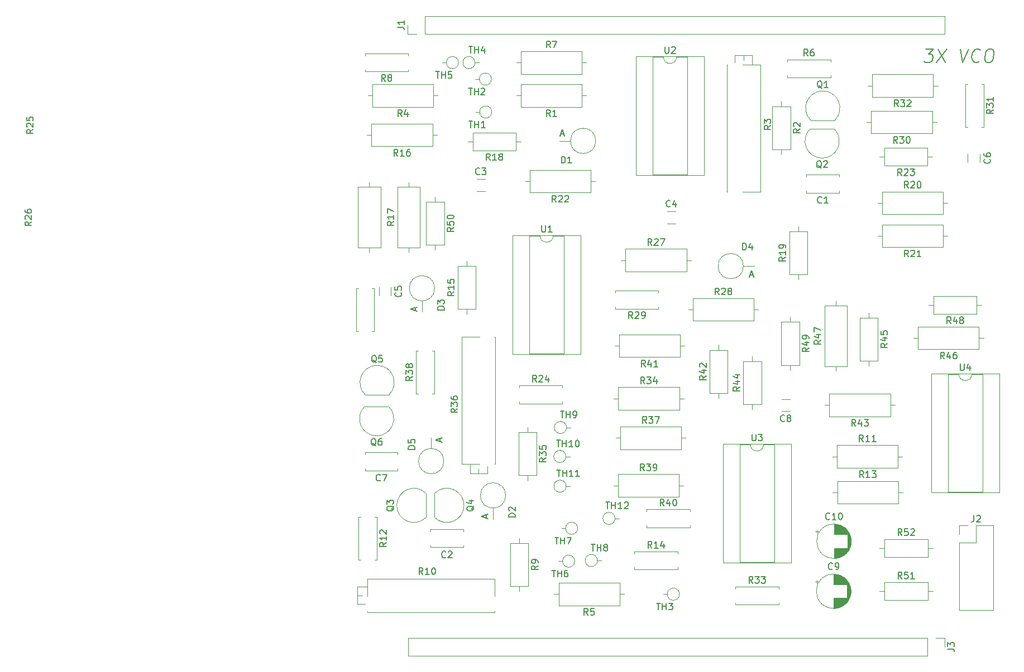
<source format=gbr>
%TF.GenerationSoftware,KiCad,Pcbnew,7.0.9*%
%TF.CreationDate,2024-06-03T12:34:29+01:00*%
%TF.ProjectId,3X VCO,33582056-434f-42e6-9b69-6361645f7063,rev?*%
%TF.SameCoordinates,Original*%
%TF.FileFunction,Legend,Top*%
%TF.FilePolarity,Positive*%
%FSLAX46Y46*%
G04 Gerber Fmt 4.6, Leading zero omitted, Abs format (unit mm)*
G04 Created by KiCad (PCBNEW 7.0.9) date 2024-06-03 12:34:29*
%MOMM*%
%LPD*%
G01*
G04 APERTURE LIST*
%ADD10C,0.150000*%
%ADD11C,0.120000*%
G04 APERTURE END LIST*
D10*
X314662493Y-74467438D02*
X315900588Y-74467438D01*
X315900588Y-74467438D02*
X315138684Y-75229342D01*
X315138684Y-75229342D02*
X315424398Y-75229342D01*
X315424398Y-75229342D02*
X315602969Y-75324580D01*
X315602969Y-75324580D02*
X315686303Y-75419819D01*
X315686303Y-75419819D02*
X315757731Y-75610295D01*
X315757731Y-75610295D02*
X315698207Y-76086485D01*
X315698207Y-76086485D02*
X315579160Y-76276961D01*
X315579160Y-76276961D02*
X315472017Y-76372200D01*
X315472017Y-76372200D02*
X315269636Y-76467438D01*
X315269636Y-76467438D02*
X314698207Y-76467438D01*
X314698207Y-76467438D02*
X314519636Y-76372200D01*
X314519636Y-76372200D02*
X314436303Y-76276961D01*
X316567255Y-74467438D02*
X317650588Y-76467438D01*
X317900588Y-74467438D02*
X316317255Y-76467438D01*
X319900589Y-74467438D02*
X320317256Y-76467438D01*
X320317256Y-76467438D02*
X321233922Y-74467438D01*
X322817256Y-76276961D02*
X322710113Y-76372200D01*
X322710113Y-76372200D02*
X322412494Y-76467438D01*
X322412494Y-76467438D02*
X322222018Y-76467438D01*
X322222018Y-76467438D02*
X321948208Y-76372200D01*
X321948208Y-76372200D02*
X321781542Y-76181723D01*
X321781542Y-76181723D02*
X321710113Y-75991247D01*
X321710113Y-75991247D02*
X321662494Y-75610295D01*
X321662494Y-75610295D02*
X321698208Y-75324580D01*
X321698208Y-75324580D02*
X321841065Y-74943628D01*
X321841065Y-74943628D02*
X321960113Y-74753152D01*
X321960113Y-74753152D02*
X322174399Y-74562676D01*
X322174399Y-74562676D02*
X322472018Y-74467438D01*
X322472018Y-74467438D02*
X322662494Y-74467438D01*
X322662494Y-74467438D02*
X322936304Y-74562676D01*
X322936304Y-74562676D02*
X323019637Y-74657914D01*
X324281542Y-74467438D02*
X324662494Y-74467438D01*
X324662494Y-74467438D02*
X324841065Y-74562676D01*
X324841065Y-74562676D02*
X325007732Y-74753152D01*
X325007732Y-74753152D02*
X325055351Y-75134104D01*
X325055351Y-75134104D02*
X324972018Y-75800771D01*
X324972018Y-75800771D02*
X324829161Y-76181723D01*
X324829161Y-76181723D02*
X324614875Y-76372200D01*
X324614875Y-76372200D02*
X324412494Y-76467438D01*
X324412494Y-76467438D02*
X324031542Y-76467438D01*
X324031542Y-76467438D02*
X323852970Y-76372200D01*
X323852970Y-76372200D02*
X323686304Y-76181723D01*
X323686304Y-76181723D02*
X323638684Y-75800771D01*
X323638684Y-75800771D02*
X323722018Y-75134104D01*
X323722018Y-75134104D02*
X323864875Y-74753152D01*
X323864875Y-74753152D02*
X324079161Y-74562676D01*
X324079161Y-74562676D02*
X324281542Y-74467438D01*
X258627142Y-97674819D02*
X258293809Y-97198628D01*
X258055714Y-97674819D02*
X258055714Y-96674819D01*
X258055714Y-96674819D02*
X258436666Y-96674819D01*
X258436666Y-96674819D02*
X258531904Y-96722438D01*
X258531904Y-96722438D02*
X258579523Y-96770057D01*
X258579523Y-96770057D02*
X258627142Y-96865295D01*
X258627142Y-96865295D02*
X258627142Y-97008152D01*
X258627142Y-97008152D02*
X258579523Y-97103390D01*
X258579523Y-97103390D02*
X258531904Y-97151009D01*
X258531904Y-97151009D02*
X258436666Y-97198628D01*
X258436666Y-97198628D02*
X258055714Y-97198628D01*
X259008095Y-96770057D02*
X259055714Y-96722438D01*
X259055714Y-96722438D02*
X259150952Y-96674819D01*
X259150952Y-96674819D02*
X259389047Y-96674819D01*
X259389047Y-96674819D02*
X259484285Y-96722438D01*
X259484285Y-96722438D02*
X259531904Y-96770057D01*
X259531904Y-96770057D02*
X259579523Y-96865295D01*
X259579523Y-96865295D02*
X259579523Y-96960533D01*
X259579523Y-96960533D02*
X259531904Y-97103390D01*
X259531904Y-97103390D02*
X258960476Y-97674819D01*
X258960476Y-97674819D02*
X259579523Y-97674819D01*
X259960476Y-96770057D02*
X260008095Y-96722438D01*
X260008095Y-96722438D02*
X260103333Y-96674819D01*
X260103333Y-96674819D02*
X260341428Y-96674819D01*
X260341428Y-96674819D02*
X260436666Y-96722438D01*
X260436666Y-96722438D02*
X260484285Y-96770057D01*
X260484285Y-96770057D02*
X260531904Y-96865295D01*
X260531904Y-96865295D02*
X260531904Y-96960533D01*
X260531904Y-96960533D02*
X260484285Y-97103390D01*
X260484285Y-97103390D02*
X259912857Y-97674819D01*
X259912857Y-97674819D02*
X260531904Y-97674819D01*
X305207142Y-134034819D02*
X304873809Y-133558628D01*
X304635714Y-134034819D02*
X304635714Y-133034819D01*
X304635714Y-133034819D02*
X305016666Y-133034819D01*
X305016666Y-133034819D02*
X305111904Y-133082438D01*
X305111904Y-133082438D02*
X305159523Y-133130057D01*
X305159523Y-133130057D02*
X305207142Y-133225295D01*
X305207142Y-133225295D02*
X305207142Y-133368152D01*
X305207142Y-133368152D02*
X305159523Y-133463390D01*
X305159523Y-133463390D02*
X305111904Y-133511009D01*
X305111904Y-133511009D02*
X305016666Y-133558628D01*
X305016666Y-133558628D02*
X304635714Y-133558628D01*
X306159523Y-134034819D02*
X305588095Y-134034819D01*
X305873809Y-134034819D02*
X305873809Y-133034819D01*
X305873809Y-133034819D02*
X305778571Y-133177676D01*
X305778571Y-133177676D02*
X305683333Y-133272914D01*
X305683333Y-133272914D02*
X305588095Y-133320533D01*
X307111904Y-134034819D02*
X306540476Y-134034819D01*
X306826190Y-134034819D02*
X306826190Y-133034819D01*
X306826190Y-133034819D02*
X306730952Y-133177676D01*
X306730952Y-133177676D02*
X306635714Y-133272914D01*
X306635714Y-133272914D02*
X306540476Y-133320533D01*
X245364286Y-80374819D02*
X245935714Y-80374819D01*
X245650000Y-81374819D02*
X245650000Y-80374819D01*
X246269048Y-81374819D02*
X246269048Y-80374819D01*
X246269048Y-80851009D02*
X246840476Y-80851009D01*
X246840476Y-81374819D02*
X246840476Y-80374819D01*
X247269048Y-80470057D02*
X247316667Y-80422438D01*
X247316667Y-80422438D02*
X247411905Y-80374819D01*
X247411905Y-80374819D02*
X247650000Y-80374819D01*
X247650000Y-80374819D02*
X247745238Y-80422438D01*
X247745238Y-80422438D02*
X247792857Y-80470057D01*
X247792857Y-80470057D02*
X247840476Y-80565295D01*
X247840476Y-80565295D02*
X247840476Y-80660533D01*
X247840476Y-80660533D02*
X247792857Y-80803390D01*
X247792857Y-80803390D02*
X247221429Y-81374819D01*
X247221429Y-81374819D02*
X247840476Y-81374819D01*
X243684819Y-129022857D02*
X243208628Y-129356190D01*
X243684819Y-129594285D02*
X242684819Y-129594285D01*
X242684819Y-129594285D02*
X242684819Y-129213333D01*
X242684819Y-129213333D02*
X242732438Y-129118095D01*
X242732438Y-129118095D02*
X242780057Y-129070476D01*
X242780057Y-129070476D02*
X242875295Y-129022857D01*
X242875295Y-129022857D02*
X243018152Y-129022857D01*
X243018152Y-129022857D02*
X243113390Y-129070476D01*
X243113390Y-129070476D02*
X243161009Y-129118095D01*
X243161009Y-129118095D02*
X243208628Y-129213333D01*
X243208628Y-129213333D02*
X243208628Y-129594285D01*
X242684819Y-128689523D02*
X242684819Y-128070476D01*
X242684819Y-128070476D02*
X243065771Y-128403809D01*
X243065771Y-128403809D02*
X243065771Y-128260952D01*
X243065771Y-128260952D02*
X243113390Y-128165714D01*
X243113390Y-128165714D02*
X243161009Y-128118095D01*
X243161009Y-128118095D02*
X243256247Y-128070476D01*
X243256247Y-128070476D02*
X243494342Y-128070476D01*
X243494342Y-128070476D02*
X243589580Y-128118095D01*
X243589580Y-128118095D02*
X243637200Y-128165714D01*
X243637200Y-128165714D02*
X243684819Y-128260952D01*
X243684819Y-128260952D02*
X243684819Y-128546666D01*
X243684819Y-128546666D02*
X243637200Y-128641904D01*
X243637200Y-128641904D02*
X243589580Y-128689523D01*
X242684819Y-127213333D02*
X242684819Y-127403809D01*
X242684819Y-127403809D02*
X242732438Y-127499047D01*
X242732438Y-127499047D02*
X242780057Y-127546666D01*
X242780057Y-127546666D02*
X242922914Y-127641904D01*
X242922914Y-127641904D02*
X243113390Y-127689523D01*
X243113390Y-127689523D02*
X243494342Y-127689523D01*
X243494342Y-127689523D02*
X243589580Y-127641904D01*
X243589580Y-127641904D02*
X243637200Y-127594285D01*
X243637200Y-127594285D02*
X243684819Y-127499047D01*
X243684819Y-127499047D02*
X243684819Y-127308571D01*
X243684819Y-127308571D02*
X243637200Y-127213333D01*
X243637200Y-127213333D02*
X243589580Y-127165714D01*
X243589580Y-127165714D02*
X243494342Y-127118095D01*
X243494342Y-127118095D02*
X243256247Y-127118095D01*
X243256247Y-127118095D02*
X243161009Y-127165714D01*
X243161009Y-127165714D02*
X243113390Y-127213333D01*
X243113390Y-127213333D02*
X243065771Y-127308571D01*
X243065771Y-127308571D02*
X243065771Y-127499047D01*
X243065771Y-127499047D02*
X243113390Y-127594285D01*
X243113390Y-127594285D02*
X243161009Y-127641904D01*
X243161009Y-127641904D02*
X243256247Y-127689523D01*
X275933333Y-98309580D02*
X275885714Y-98357200D01*
X275885714Y-98357200D02*
X275742857Y-98404819D01*
X275742857Y-98404819D02*
X275647619Y-98404819D01*
X275647619Y-98404819D02*
X275504762Y-98357200D01*
X275504762Y-98357200D02*
X275409524Y-98261961D01*
X275409524Y-98261961D02*
X275361905Y-98166723D01*
X275361905Y-98166723D02*
X275314286Y-97976247D01*
X275314286Y-97976247D02*
X275314286Y-97833390D01*
X275314286Y-97833390D02*
X275361905Y-97642914D01*
X275361905Y-97642914D02*
X275409524Y-97547676D01*
X275409524Y-97547676D02*
X275504762Y-97452438D01*
X275504762Y-97452438D02*
X275647619Y-97404819D01*
X275647619Y-97404819D02*
X275742857Y-97404819D01*
X275742857Y-97404819D02*
X275885714Y-97452438D01*
X275885714Y-97452438D02*
X275933333Y-97500057D01*
X276790476Y-97738152D02*
X276790476Y-98404819D01*
X276552381Y-97357200D02*
X276314286Y-98071485D01*
X276314286Y-98071485D02*
X276933333Y-98071485D01*
X286484819Y-125742857D02*
X286008628Y-126076190D01*
X286484819Y-126314285D02*
X285484819Y-126314285D01*
X285484819Y-126314285D02*
X285484819Y-125933333D01*
X285484819Y-125933333D02*
X285532438Y-125838095D01*
X285532438Y-125838095D02*
X285580057Y-125790476D01*
X285580057Y-125790476D02*
X285675295Y-125742857D01*
X285675295Y-125742857D02*
X285818152Y-125742857D01*
X285818152Y-125742857D02*
X285913390Y-125790476D01*
X285913390Y-125790476D02*
X285961009Y-125838095D01*
X285961009Y-125838095D02*
X286008628Y-125933333D01*
X286008628Y-125933333D02*
X286008628Y-126314285D01*
X285818152Y-124885714D02*
X286484819Y-124885714D01*
X285437200Y-125123809D02*
X286151485Y-125361904D01*
X286151485Y-125361904D02*
X286151485Y-124742857D01*
X285818152Y-123933333D02*
X286484819Y-123933333D01*
X285437200Y-124171428D02*
X286151485Y-124409523D01*
X286151485Y-124409523D02*
X286151485Y-123790476D01*
X179334819Y-86642857D02*
X178858628Y-86976190D01*
X179334819Y-87214285D02*
X178334819Y-87214285D01*
X178334819Y-87214285D02*
X178334819Y-86833333D01*
X178334819Y-86833333D02*
X178382438Y-86738095D01*
X178382438Y-86738095D02*
X178430057Y-86690476D01*
X178430057Y-86690476D02*
X178525295Y-86642857D01*
X178525295Y-86642857D02*
X178668152Y-86642857D01*
X178668152Y-86642857D02*
X178763390Y-86690476D01*
X178763390Y-86690476D02*
X178811009Y-86738095D01*
X178811009Y-86738095D02*
X178858628Y-86833333D01*
X178858628Y-86833333D02*
X178858628Y-87214285D01*
X178430057Y-86261904D02*
X178382438Y-86214285D01*
X178382438Y-86214285D02*
X178334819Y-86119047D01*
X178334819Y-86119047D02*
X178334819Y-85880952D01*
X178334819Y-85880952D02*
X178382438Y-85785714D01*
X178382438Y-85785714D02*
X178430057Y-85738095D01*
X178430057Y-85738095D02*
X178525295Y-85690476D01*
X178525295Y-85690476D02*
X178620533Y-85690476D01*
X178620533Y-85690476D02*
X178763390Y-85738095D01*
X178763390Y-85738095D02*
X179334819Y-86309523D01*
X179334819Y-86309523D02*
X179334819Y-85690476D01*
X178334819Y-84785714D02*
X178334819Y-85261904D01*
X178334819Y-85261904D02*
X178811009Y-85309523D01*
X178811009Y-85309523D02*
X178763390Y-85261904D01*
X178763390Y-85261904D02*
X178715771Y-85166666D01*
X178715771Y-85166666D02*
X178715771Y-84928571D01*
X178715771Y-84928571D02*
X178763390Y-84833333D01*
X178763390Y-84833333D02*
X178811009Y-84785714D01*
X178811009Y-84785714D02*
X178906247Y-84738095D01*
X178906247Y-84738095D02*
X179144342Y-84738095D01*
X179144342Y-84738095D02*
X179239580Y-84785714D01*
X179239580Y-84785714D02*
X179287200Y-84833333D01*
X179287200Y-84833333D02*
X179334819Y-84928571D01*
X179334819Y-84928571D02*
X179334819Y-85166666D01*
X179334819Y-85166666D02*
X179287200Y-85261904D01*
X179287200Y-85261904D02*
X179239580Y-85309523D01*
X298913333Y-97759580D02*
X298865714Y-97807200D01*
X298865714Y-97807200D02*
X298722857Y-97854819D01*
X298722857Y-97854819D02*
X298627619Y-97854819D01*
X298627619Y-97854819D02*
X298484762Y-97807200D01*
X298484762Y-97807200D02*
X298389524Y-97711961D01*
X298389524Y-97711961D02*
X298341905Y-97616723D01*
X298341905Y-97616723D02*
X298294286Y-97426247D01*
X298294286Y-97426247D02*
X298294286Y-97283390D01*
X298294286Y-97283390D02*
X298341905Y-97092914D01*
X298341905Y-97092914D02*
X298389524Y-96997676D01*
X298389524Y-96997676D02*
X298484762Y-96902438D01*
X298484762Y-96902438D02*
X298627619Y-96854819D01*
X298627619Y-96854819D02*
X298722857Y-96854819D01*
X298722857Y-96854819D02*
X298865714Y-96902438D01*
X298865714Y-96902438D02*
X298913333Y-96950057D01*
X299865714Y-97854819D02*
X299294286Y-97854819D01*
X299580000Y-97854819D02*
X299580000Y-96854819D01*
X299580000Y-96854819D02*
X299484762Y-96997676D01*
X299484762Y-96997676D02*
X299389524Y-97092914D01*
X299389524Y-97092914D02*
X299294286Y-97140533D01*
X281384819Y-124042857D02*
X280908628Y-124376190D01*
X281384819Y-124614285D02*
X280384819Y-124614285D01*
X280384819Y-124614285D02*
X280384819Y-124233333D01*
X280384819Y-124233333D02*
X280432438Y-124138095D01*
X280432438Y-124138095D02*
X280480057Y-124090476D01*
X280480057Y-124090476D02*
X280575295Y-124042857D01*
X280575295Y-124042857D02*
X280718152Y-124042857D01*
X280718152Y-124042857D02*
X280813390Y-124090476D01*
X280813390Y-124090476D02*
X280861009Y-124138095D01*
X280861009Y-124138095D02*
X280908628Y-124233333D01*
X280908628Y-124233333D02*
X280908628Y-124614285D01*
X280718152Y-123185714D02*
X281384819Y-123185714D01*
X280337200Y-123423809D02*
X281051485Y-123661904D01*
X281051485Y-123661904D02*
X281051485Y-123042857D01*
X280480057Y-122709523D02*
X280432438Y-122661904D01*
X280432438Y-122661904D02*
X280384819Y-122566666D01*
X280384819Y-122566666D02*
X280384819Y-122328571D01*
X280384819Y-122328571D02*
X280432438Y-122233333D01*
X280432438Y-122233333D02*
X280480057Y-122185714D01*
X280480057Y-122185714D02*
X280575295Y-122138095D01*
X280575295Y-122138095D02*
X280670533Y-122138095D01*
X280670533Y-122138095D02*
X280813390Y-122185714D01*
X280813390Y-122185714D02*
X281384819Y-122757142D01*
X281384819Y-122757142D02*
X281384819Y-122138095D01*
X234609819Y-71133333D02*
X235324104Y-71133333D01*
X235324104Y-71133333D02*
X235466961Y-71180952D01*
X235466961Y-71180952D02*
X235562200Y-71276190D01*
X235562200Y-71276190D02*
X235609819Y-71419047D01*
X235609819Y-71419047D02*
X235609819Y-71514285D01*
X235609819Y-70133333D02*
X235609819Y-70704761D01*
X235609819Y-70419047D02*
X234609819Y-70419047D01*
X234609819Y-70419047D02*
X234752676Y-70514285D01*
X234752676Y-70514285D02*
X234847914Y-70609523D01*
X234847914Y-70609523D02*
X234895533Y-70704761D01*
X310407142Y-88724819D02*
X310073809Y-88248628D01*
X309835714Y-88724819D02*
X309835714Y-87724819D01*
X309835714Y-87724819D02*
X310216666Y-87724819D01*
X310216666Y-87724819D02*
X310311904Y-87772438D01*
X310311904Y-87772438D02*
X310359523Y-87820057D01*
X310359523Y-87820057D02*
X310407142Y-87915295D01*
X310407142Y-87915295D02*
X310407142Y-88058152D01*
X310407142Y-88058152D02*
X310359523Y-88153390D01*
X310359523Y-88153390D02*
X310311904Y-88201009D01*
X310311904Y-88201009D02*
X310216666Y-88248628D01*
X310216666Y-88248628D02*
X309835714Y-88248628D01*
X310740476Y-87724819D02*
X311359523Y-87724819D01*
X311359523Y-87724819D02*
X311026190Y-88105771D01*
X311026190Y-88105771D02*
X311169047Y-88105771D01*
X311169047Y-88105771D02*
X311264285Y-88153390D01*
X311264285Y-88153390D02*
X311311904Y-88201009D01*
X311311904Y-88201009D02*
X311359523Y-88296247D01*
X311359523Y-88296247D02*
X311359523Y-88534342D01*
X311359523Y-88534342D02*
X311311904Y-88629580D01*
X311311904Y-88629580D02*
X311264285Y-88677200D01*
X311264285Y-88677200D02*
X311169047Y-88724819D01*
X311169047Y-88724819D02*
X310883333Y-88724819D01*
X310883333Y-88724819D02*
X310788095Y-88677200D01*
X310788095Y-88677200D02*
X310740476Y-88629580D01*
X311978571Y-87724819D02*
X312073809Y-87724819D01*
X312073809Y-87724819D02*
X312169047Y-87772438D01*
X312169047Y-87772438D02*
X312216666Y-87820057D01*
X312216666Y-87820057D02*
X312264285Y-87915295D01*
X312264285Y-87915295D02*
X312311904Y-88105771D01*
X312311904Y-88105771D02*
X312311904Y-88343866D01*
X312311904Y-88343866D02*
X312264285Y-88534342D01*
X312264285Y-88534342D02*
X312216666Y-88629580D01*
X312216666Y-88629580D02*
X312169047Y-88677200D01*
X312169047Y-88677200D02*
X312073809Y-88724819D01*
X312073809Y-88724819D02*
X311978571Y-88724819D01*
X311978571Y-88724819D02*
X311883333Y-88677200D01*
X311883333Y-88677200D02*
X311835714Y-88629580D01*
X311835714Y-88629580D02*
X311788095Y-88534342D01*
X311788095Y-88534342D02*
X311740476Y-88343866D01*
X311740476Y-88343866D02*
X311740476Y-88105771D01*
X311740476Y-88105771D02*
X311788095Y-87915295D01*
X311788095Y-87915295D02*
X311835714Y-87820057D01*
X311835714Y-87820057D02*
X311883333Y-87772438D01*
X311883333Y-87772438D02*
X311978571Y-87724819D01*
X321996666Y-145224819D02*
X321996666Y-145939104D01*
X321996666Y-145939104D02*
X321949047Y-146081961D01*
X321949047Y-146081961D02*
X321853809Y-146177200D01*
X321853809Y-146177200D02*
X321710952Y-146224819D01*
X321710952Y-146224819D02*
X321615714Y-146224819D01*
X322425238Y-145320057D02*
X322472857Y-145272438D01*
X322472857Y-145272438D02*
X322568095Y-145224819D01*
X322568095Y-145224819D02*
X322806190Y-145224819D01*
X322806190Y-145224819D02*
X322901428Y-145272438D01*
X322901428Y-145272438D02*
X322949047Y-145320057D01*
X322949047Y-145320057D02*
X322996666Y-145415295D01*
X322996666Y-145415295D02*
X322996666Y-145510533D01*
X322996666Y-145510533D02*
X322949047Y-145653390D01*
X322949047Y-145653390D02*
X322377619Y-146224819D01*
X322377619Y-146224819D02*
X322996666Y-146224819D01*
X318507142Y-116124819D02*
X318173809Y-115648628D01*
X317935714Y-116124819D02*
X317935714Y-115124819D01*
X317935714Y-115124819D02*
X318316666Y-115124819D01*
X318316666Y-115124819D02*
X318411904Y-115172438D01*
X318411904Y-115172438D02*
X318459523Y-115220057D01*
X318459523Y-115220057D02*
X318507142Y-115315295D01*
X318507142Y-115315295D02*
X318507142Y-115458152D01*
X318507142Y-115458152D02*
X318459523Y-115553390D01*
X318459523Y-115553390D02*
X318411904Y-115601009D01*
X318411904Y-115601009D02*
X318316666Y-115648628D01*
X318316666Y-115648628D02*
X317935714Y-115648628D01*
X319364285Y-115458152D02*
X319364285Y-116124819D01*
X319126190Y-115077200D02*
X318888095Y-115791485D01*
X318888095Y-115791485D02*
X319507142Y-115791485D01*
X320030952Y-115553390D02*
X319935714Y-115505771D01*
X319935714Y-115505771D02*
X319888095Y-115458152D01*
X319888095Y-115458152D02*
X319840476Y-115362914D01*
X319840476Y-115362914D02*
X319840476Y-115315295D01*
X319840476Y-115315295D02*
X319888095Y-115220057D01*
X319888095Y-115220057D02*
X319935714Y-115172438D01*
X319935714Y-115172438D02*
X320030952Y-115124819D01*
X320030952Y-115124819D02*
X320221428Y-115124819D01*
X320221428Y-115124819D02*
X320316666Y-115172438D01*
X320316666Y-115172438D02*
X320364285Y-115220057D01*
X320364285Y-115220057D02*
X320411904Y-115315295D01*
X320411904Y-115315295D02*
X320411904Y-115362914D01*
X320411904Y-115362914D02*
X320364285Y-115458152D01*
X320364285Y-115458152D02*
X320316666Y-115505771D01*
X320316666Y-115505771D02*
X320221428Y-115553390D01*
X320221428Y-115553390D02*
X320030952Y-115553390D01*
X320030952Y-115553390D02*
X319935714Y-115601009D01*
X319935714Y-115601009D02*
X319888095Y-115648628D01*
X319888095Y-115648628D02*
X319840476Y-115743866D01*
X319840476Y-115743866D02*
X319840476Y-115934342D01*
X319840476Y-115934342D02*
X319888095Y-116029580D01*
X319888095Y-116029580D02*
X319935714Y-116077200D01*
X319935714Y-116077200D02*
X320030952Y-116124819D01*
X320030952Y-116124819D02*
X320221428Y-116124819D01*
X320221428Y-116124819D02*
X320316666Y-116077200D01*
X320316666Y-116077200D02*
X320364285Y-116029580D01*
X320364285Y-116029580D02*
X320411904Y-115934342D01*
X320411904Y-115934342D02*
X320411904Y-115743866D01*
X320411904Y-115743866D02*
X320364285Y-115648628D01*
X320364285Y-115648628D02*
X320316666Y-115601009D01*
X320316666Y-115601009D02*
X320221428Y-115553390D01*
X324409580Y-91166666D02*
X324457200Y-91214285D01*
X324457200Y-91214285D02*
X324504819Y-91357142D01*
X324504819Y-91357142D02*
X324504819Y-91452380D01*
X324504819Y-91452380D02*
X324457200Y-91595237D01*
X324457200Y-91595237D02*
X324361961Y-91690475D01*
X324361961Y-91690475D02*
X324266723Y-91738094D01*
X324266723Y-91738094D02*
X324076247Y-91785713D01*
X324076247Y-91785713D02*
X323933390Y-91785713D01*
X323933390Y-91785713D02*
X323742914Y-91738094D01*
X323742914Y-91738094D02*
X323647676Y-91690475D01*
X323647676Y-91690475D02*
X323552438Y-91595237D01*
X323552438Y-91595237D02*
X323504819Y-91452380D01*
X323504819Y-91452380D02*
X323504819Y-91357142D01*
X323504819Y-91357142D02*
X323552438Y-91214285D01*
X323552438Y-91214285D02*
X323600057Y-91166666D01*
X323504819Y-90309523D02*
X323504819Y-90499999D01*
X323504819Y-90499999D02*
X323552438Y-90595237D01*
X323552438Y-90595237D02*
X323600057Y-90642856D01*
X323600057Y-90642856D02*
X323742914Y-90738094D01*
X323742914Y-90738094D02*
X323933390Y-90785713D01*
X323933390Y-90785713D02*
X324314342Y-90785713D01*
X324314342Y-90785713D02*
X324409580Y-90738094D01*
X324409580Y-90738094D02*
X324457200Y-90690475D01*
X324457200Y-90690475D02*
X324504819Y-90595237D01*
X324504819Y-90595237D02*
X324504819Y-90404761D01*
X324504819Y-90404761D02*
X324457200Y-90309523D01*
X324457200Y-90309523D02*
X324409580Y-90261904D01*
X324409580Y-90261904D02*
X324314342Y-90214285D01*
X324314342Y-90214285D02*
X324076247Y-90214285D01*
X324076247Y-90214285D02*
X323981009Y-90261904D01*
X323981009Y-90261904D02*
X323933390Y-90309523D01*
X323933390Y-90309523D02*
X323885771Y-90404761D01*
X323885771Y-90404761D02*
X323885771Y-90595237D01*
X323885771Y-90595237D02*
X323933390Y-90690475D01*
X323933390Y-90690475D02*
X323981009Y-90738094D01*
X323981009Y-90738094D02*
X324076247Y-90785713D01*
X273864286Y-158574819D02*
X274435714Y-158574819D01*
X274150000Y-159574819D02*
X274150000Y-158574819D01*
X274769048Y-159574819D02*
X274769048Y-158574819D01*
X274769048Y-159051009D02*
X275340476Y-159051009D01*
X275340476Y-159574819D02*
X275340476Y-158574819D01*
X275721429Y-158574819D02*
X276340476Y-158574819D01*
X276340476Y-158574819D02*
X276007143Y-158955771D01*
X276007143Y-158955771D02*
X276150000Y-158955771D01*
X276150000Y-158955771D02*
X276245238Y-159003390D01*
X276245238Y-159003390D02*
X276292857Y-159051009D01*
X276292857Y-159051009D02*
X276340476Y-159146247D01*
X276340476Y-159146247D02*
X276340476Y-159384342D01*
X276340476Y-159384342D02*
X276292857Y-159479580D01*
X276292857Y-159479580D02*
X276245238Y-159527200D01*
X276245238Y-159527200D02*
X276150000Y-159574819D01*
X276150000Y-159574819D02*
X275864286Y-159574819D01*
X275864286Y-159574819D02*
X275769048Y-159527200D01*
X275769048Y-159527200D02*
X275721429Y-159479580D01*
X295624819Y-86566666D02*
X295148628Y-86899999D01*
X295624819Y-87138094D02*
X294624819Y-87138094D01*
X294624819Y-87138094D02*
X294624819Y-86757142D01*
X294624819Y-86757142D02*
X294672438Y-86661904D01*
X294672438Y-86661904D02*
X294720057Y-86614285D01*
X294720057Y-86614285D02*
X294815295Y-86566666D01*
X294815295Y-86566666D02*
X294958152Y-86566666D01*
X294958152Y-86566666D02*
X295053390Y-86614285D01*
X295053390Y-86614285D02*
X295101009Y-86661904D01*
X295101009Y-86661904D02*
X295148628Y-86757142D01*
X295148628Y-86757142D02*
X295148628Y-87138094D01*
X294720057Y-86185713D02*
X294672438Y-86138094D01*
X294672438Y-86138094D02*
X294624819Y-86042856D01*
X294624819Y-86042856D02*
X294624819Y-85804761D01*
X294624819Y-85804761D02*
X294672438Y-85709523D01*
X294672438Y-85709523D02*
X294720057Y-85661904D01*
X294720057Y-85661904D02*
X294815295Y-85614285D01*
X294815295Y-85614285D02*
X294910533Y-85614285D01*
X294910533Y-85614285D02*
X295053390Y-85661904D01*
X295053390Y-85661904D02*
X295624819Y-86233332D01*
X295624819Y-86233332D02*
X295624819Y-85614285D01*
X247053333Y-93409580D02*
X247005714Y-93457200D01*
X247005714Y-93457200D02*
X246862857Y-93504819D01*
X246862857Y-93504819D02*
X246767619Y-93504819D01*
X246767619Y-93504819D02*
X246624762Y-93457200D01*
X246624762Y-93457200D02*
X246529524Y-93361961D01*
X246529524Y-93361961D02*
X246481905Y-93266723D01*
X246481905Y-93266723D02*
X246434286Y-93076247D01*
X246434286Y-93076247D02*
X246434286Y-92933390D01*
X246434286Y-92933390D02*
X246481905Y-92742914D01*
X246481905Y-92742914D02*
X246529524Y-92647676D01*
X246529524Y-92647676D02*
X246624762Y-92552438D01*
X246624762Y-92552438D02*
X246767619Y-92504819D01*
X246767619Y-92504819D02*
X246862857Y-92504819D01*
X246862857Y-92504819D02*
X247005714Y-92552438D01*
X247005714Y-92552438D02*
X247053333Y-92600057D01*
X247386667Y-92504819D02*
X248005714Y-92504819D01*
X248005714Y-92504819D02*
X247672381Y-92885771D01*
X247672381Y-92885771D02*
X247815238Y-92885771D01*
X247815238Y-92885771D02*
X247910476Y-92933390D01*
X247910476Y-92933390D02*
X247958095Y-92981009D01*
X247958095Y-92981009D02*
X248005714Y-93076247D01*
X248005714Y-93076247D02*
X248005714Y-93314342D01*
X248005714Y-93314342D02*
X247958095Y-93409580D01*
X247958095Y-93409580D02*
X247910476Y-93457200D01*
X247910476Y-93457200D02*
X247815238Y-93504819D01*
X247815238Y-93504819D02*
X247529524Y-93504819D01*
X247529524Y-93504819D02*
X247434286Y-93457200D01*
X247434286Y-93457200D02*
X247386667Y-93409580D01*
X275007142Y-143784819D02*
X274673809Y-143308628D01*
X274435714Y-143784819D02*
X274435714Y-142784819D01*
X274435714Y-142784819D02*
X274816666Y-142784819D01*
X274816666Y-142784819D02*
X274911904Y-142832438D01*
X274911904Y-142832438D02*
X274959523Y-142880057D01*
X274959523Y-142880057D02*
X275007142Y-142975295D01*
X275007142Y-142975295D02*
X275007142Y-143118152D01*
X275007142Y-143118152D02*
X274959523Y-143213390D01*
X274959523Y-143213390D02*
X274911904Y-143261009D01*
X274911904Y-143261009D02*
X274816666Y-143308628D01*
X274816666Y-143308628D02*
X274435714Y-143308628D01*
X275864285Y-143118152D02*
X275864285Y-143784819D01*
X275626190Y-142737200D02*
X275388095Y-143451485D01*
X275388095Y-143451485D02*
X276007142Y-143451485D01*
X276578571Y-142784819D02*
X276673809Y-142784819D01*
X276673809Y-142784819D02*
X276769047Y-142832438D01*
X276769047Y-142832438D02*
X276816666Y-142880057D01*
X276816666Y-142880057D02*
X276864285Y-142975295D01*
X276864285Y-142975295D02*
X276911904Y-143165771D01*
X276911904Y-143165771D02*
X276911904Y-143403866D01*
X276911904Y-143403866D02*
X276864285Y-143594342D01*
X276864285Y-143594342D02*
X276816666Y-143689580D01*
X276816666Y-143689580D02*
X276769047Y-143737200D01*
X276769047Y-143737200D02*
X276673809Y-143784819D01*
X276673809Y-143784819D02*
X276578571Y-143784819D01*
X276578571Y-143784819D02*
X276483333Y-143737200D01*
X276483333Y-143737200D02*
X276435714Y-143689580D01*
X276435714Y-143689580D02*
X276388095Y-143594342D01*
X276388095Y-143594342D02*
X276340476Y-143403866D01*
X276340476Y-143403866D02*
X276340476Y-143165771D01*
X276340476Y-143165771D02*
X276388095Y-142975295D01*
X276388095Y-142975295D02*
X276435714Y-142880057D01*
X276435714Y-142880057D02*
X276483333Y-142832438D01*
X276483333Y-142832438D02*
X276578571Y-142784819D01*
X317507142Y-121474819D02*
X317173809Y-120998628D01*
X316935714Y-121474819D02*
X316935714Y-120474819D01*
X316935714Y-120474819D02*
X317316666Y-120474819D01*
X317316666Y-120474819D02*
X317411904Y-120522438D01*
X317411904Y-120522438D02*
X317459523Y-120570057D01*
X317459523Y-120570057D02*
X317507142Y-120665295D01*
X317507142Y-120665295D02*
X317507142Y-120808152D01*
X317507142Y-120808152D02*
X317459523Y-120903390D01*
X317459523Y-120903390D02*
X317411904Y-120951009D01*
X317411904Y-120951009D02*
X317316666Y-120998628D01*
X317316666Y-120998628D02*
X316935714Y-120998628D01*
X318364285Y-120808152D02*
X318364285Y-121474819D01*
X318126190Y-120427200D02*
X317888095Y-121141485D01*
X317888095Y-121141485D02*
X318507142Y-121141485D01*
X319316666Y-120474819D02*
X319126190Y-120474819D01*
X319126190Y-120474819D02*
X319030952Y-120522438D01*
X319030952Y-120522438D02*
X318983333Y-120570057D01*
X318983333Y-120570057D02*
X318888095Y-120712914D01*
X318888095Y-120712914D02*
X318840476Y-120903390D01*
X318840476Y-120903390D02*
X318840476Y-121284342D01*
X318840476Y-121284342D02*
X318888095Y-121379580D01*
X318888095Y-121379580D02*
X318935714Y-121427200D01*
X318935714Y-121427200D02*
X319030952Y-121474819D01*
X319030952Y-121474819D02*
X319221428Y-121474819D01*
X319221428Y-121474819D02*
X319316666Y-121427200D01*
X319316666Y-121427200D02*
X319364285Y-121379580D01*
X319364285Y-121379580D02*
X319411904Y-121284342D01*
X319411904Y-121284342D02*
X319411904Y-121046247D01*
X319411904Y-121046247D02*
X319364285Y-120951009D01*
X319364285Y-120951009D02*
X319316666Y-120903390D01*
X319316666Y-120903390D02*
X319221428Y-120855771D01*
X319221428Y-120855771D02*
X319030952Y-120855771D01*
X319030952Y-120855771D02*
X318935714Y-120903390D01*
X318935714Y-120903390D02*
X318888095Y-120951009D01*
X318888095Y-120951009D02*
X318840476Y-121046247D01*
X311077142Y-154844819D02*
X310743809Y-154368628D01*
X310505714Y-154844819D02*
X310505714Y-153844819D01*
X310505714Y-153844819D02*
X310886666Y-153844819D01*
X310886666Y-153844819D02*
X310981904Y-153892438D01*
X310981904Y-153892438D02*
X311029523Y-153940057D01*
X311029523Y-153940057D02*
X311077142Y-154035295D01*
X311077142Y-154035295D02*
X311077142Y-154178152D01*
X311077142Y-154178152D02*
X311029523Y-154273390D01*
X311029523Y-154273390D02*
X310981904Y-154321009D01*
X310981904Y-154321009D02*
X310886666Y-154368628D01*
X310886666Y-154368628D02*
X310505714Y-154368628D01*
X311981904Y-153844819D02*
X311505714Y-153844819D01*
X311505714Y-153844819D02*
X311458095Y-154321009D01*
X311458095Y-154321009D02*
X311505714Y-154273390D01*
X311505714Y-154273390D02*
X311600952Y-154225771D01*
X311600952Y-154225771D02*
X311839047Y-154225771D01*
X311839047Y-154225771D02*
X311934285Y-154273390D01*
X311934285Y-154273390D02*
X311981904Y-154321009D01*
X311981904Y-154321009D02*
X312029523Y-154416247D01*
X312029523Y-154416247D02*
X312029523Y-154654342D01*
X312029523Y-154654342D02*
X311981904Y-154749580D01*
X311981904Y-154749580D02*
X311934285Y-154797200D01*
X311934285Y-154797200D02*
X311839047Y-154844819D01*
X311839047Y-154844819D02*
X311600952Y-154844819D01*
X311600952Y-154844819D02*
X311505714Y-154797200D01*
X311505714Y-154797200D02*
X311458095Y-154749580D01*
X312981904Y-154844819D02*
X312410476Y-154844819D01*
X312696190Y-154844819D02*
X312696190Y-153844819D01*
X312696190Y-153844819D02*
X312600952Y-153987676D01*
X312600952Y-153987676D02*
X312505714Y-154082914D01*
X312505714Y-154082914D02*
X312410476Y-154130533D01*
X235253333Y-84674819D02*
X234920000Y-84198628D01*
X234681905Y-84674819D02*
X234681905Y-83674819D01*
X234681905Y-83674819D02*
X235062857Y-83674819D01*
X235062857Y-83674819D02*
X235158095Y-83722438D01*
X235158095Y-83722438D02*
X235205714Y-83770057D01*
X235205714Y-83770057D02*
X235253333Y-83865295D01*
X235253333Y-83865295D02*
X235253333Y-84008152D01*
X235253333Y-84008152D02*
X235205714Y-84103390D01*
X235205714Y-84103390D02*
X235158095Y-84151009D01*
X235158095Y-84151009D02*
X235062857Y-84198628D01*
X235062857Y-84198628D02*
X234681905Y-84198628D01*
X236110476Y-84008152D02*
X236110476Y-84674819D01*
X235872381Y-83627200D02*
X235634286Y-84341485D01*
X235634286Y-84341485D02*
X236253333Y-84341485D01*
X243124819Y-101542857D02*
X242648628Y-101876190D01*
X243124819Y-102114285D02*
X242124819Y-102114285D01*
X242124819Y-102114285D02*
X242124819Y-101733333D01*
X242124819Y-101733333D02*
X242172438Y-101638095D01*
X242172438Y-101638095D02*
X242220057Y-101590476D01*
X242220057Y-101590476D02*
X242315295Y-101542857D01*
X242315295Y-101542857D02*
X242458152Y-101542857D01*
X242458152Y-101542857D02*
X242553390Y-101590476D01*
X242553390Y-101590476D02*
X242601009Y-101638095D01*
X242601009Y-101638095D02*
X242648628Y-101733333D01*
X242648628Y-101733333D02*
X242648628Y-102114285D01*
X242124819Y-100638095D02*
X242124819Y-101114285D01*
X242124819Y-101114285D02*
X242601009Y-101161904D01*
X242601009Y-101161904D02*
X242553390Y-101114285D01*
X242553390Y-101114285D02*
X242505771Y-101019047D01*
X242505771Y-101019047D02*
X242505771Y-100780952D01*
X242505771Y-100780952D02*
X242553390Y-100685714D01*
X242553390Y-100685714D02*
X242601009Y-100638095D01*
X242601009Y-100638095D02*
X242696247Y-100590476D01*
X242696247Y-100590476D02*
X242934342Y-100590476D01*
X242934342Y-100590476D02*
X243029580Y-100638095D01*
X243029580Y-100638095D02*
X243077200Y-100685714D01*
X243077200Y-100685714D02*
X243124819Y-100780952D01*
X243124819Y-100780952D02*
X243124819Y-101019047D01*
X243124819Y-101019047D02*
X243077200Y-101114285D01*
X243077200Y-101114285D02*
X243029580Y-101161904D01*
X242124819Y-99971428D02*
X242124819Y-99876190D01*
X242124819Y-99876190D02*
X242172438Y-99780952D01*
X242172438Y-99780952D02*
X242220057Y-99733333D01*
X242220057Y-99733333D02*
X242315295Y-99685714D01*
X242315295Y-99685714D02*
X242505771Y-99638095D01*
X242505771Y-99638095D02*
X242743866Y-99638095D01*
X242743866Y-99638095D02*
X242934342Y-99685714D01*
X242934342Y-99685714D02*
X243029580Y-99733333D01*
X243029580Y-99733333D02*
X243077200Y-99780952D01*
X243077200Y-99780952D02*
X243124819Y-99876190D01*
X243124819Y-99876190D02*
X243124819Y-99971428D01*
X243124819Y-99971428D02*
X243077200Y-100066666D01*
X243077200Y-100066666D02*
X243029580Y-100114285D01*
X243029580Y-100114285D02*
X242934342Y-100161904D01*
X242934342Y-100161904D02*
X242743866Y-100209523D01*
X242743866Y-100209523D02*
X242505771Y-100209523D01*
X242505771Y-100209523D02*
X242315295Y-100161904D01*
X242315295Y-100161904D02*
X242220057Y-100114285D01*
X242220057Y-100114285D02*
X242172438Y-100066666D01*
X242172438Y-100066666D02*
X242124819Y-99971428D01*
X257124819Y-136542857D02*
X256648628Y-136876190D01*
X257124819Y-137114285D02*
X256124819Y-137114285D01*
X256124819Y-137114285D02*
X256124819Y-136733333D01*
X256124819Y-136733333D02*
X256172438Y-136638095D01*
X256172438Y-136638095D02*
X256220057Y-136590476D01*
X256220057Y-136590476D02*
X256315295Y-136542857D01*
X256315295Y-136542857D02*
X256458152Y-136542857D01*
X256458152Y-136542857D02*
X256553390Y-136590476D01*
X256553390Y-136590476D02*
X256601009Y-136638095D01*
X256601009Y-136638095D02*
X256648628Y-136733333D01*
X256648628Y-136733333D02*
X256648628Y-137114285D01*
X256124819Y-136209523D02*
X256124819Y-135590476D01*
X256124819Y-135590476D02*
X256505771Y-135923809D01*
X256505771Y-135923809D02*
X256505771Y-135780952D01*
X256505771Y-135780952D02*
X256553390Y-135685714D01*
X256553390Y-135685714D02*
X256601009Y-135638095D01*
X256601009Y-135638095D02*
X256696247Y-135590476D01*
X256696247Y-135590476D02*
X256934342Y-135590476D01*
X256934342Y-135590476D02*
X257029580Y-135638095D01*
X257029580Y-135638095D02*
X257077200Y-135685714D01*
X257077200Y-135685714D02*
X257124819Y-135780952D01*
X257124819Y-135780952D02*
X257124819Y-136066666D01*
X257124819Y-136066666D02*
X257077200Y-136161904D01*
X257077200Y-136161904D02*
X257029580Y-136209523D01*
X256124819Y-134685714D02*
X256124819Y-135161904D01*
X256124819Y-135161904D02*
X256601009Y-135209523D01*
X256601009Y-135209523D02*
X256553390Y-135161904D01*
X256553390Y-135161904D02*
X256505771Y-135066666D01*
X256505771Y-135066666D02*
X256505771Y-134828571D01*
X256505771Y-134828571D02*
X256553390Y-134733333D01*
X256553390Y-134733333D02*
X256601009Y-134685714D01*
X256601009Y-134685714D02*
X256696247Y-134638095D01*
X256696247Y-134638095D02*
X256934342Y-134638095D01*
X256934342Y-134638095D02*
X257029580Y-134685714D01*
X257029580Y-134685714D02*
X257077200Y-134733333D01*
X257077200Y-134733333D02*
X257124819Y-134828571D01*
X257124819Y-134828571D02*
X257124819Y-135066666D01*
X257124819Y-135066666D02*
X257077200Y-135161904D01*
X257077200Y-135161904D02*
X257029580Y-135209523D01*
X324924819Y-83652857D02*
X324448628Y-83986190D01*
X324924819Y-84224285D02*
X323924819Y-84224285D01*
X323924819Y-84224285D02*
X323924819Y-83843333D01*
X323924819Y-83843333D02*
X323972438Y-83748095D01*
X323972438Y-83748095D02*
X324020057Y-83700476D01*
X324020057Y-83700476D02*
X324115295Y-83652857D01*
X324115295Y-83652857D02*
X324258152Y-83652857D01*
X324258152Y-83652857D02*
X324353390Y-83700476D01*
X324353390Y-83700476D02*
X324401009Y-83748095D01*
X324401009Y-83748095D02*
X324448628Y-83843333D01*
X324448628Y-83843333D02*
X324448628Y-84224285D01*
X323924819Y-83319523D02*
X323924819Y-82700476D01*
X323924819Y-82700476D02*
X324305771Y-83033809D01*
X324305771Y-83033809D02*
X324305771Y-82890952D01*
X324305771Y-82890952D02*
X324353390Y-82795714D01*
X324353390Y-82795714D02*
X324401009Y-82748095D01*
X324401009Y-82748095D02*
X324496247Y-82700476D01*
X324496247Y-82700476D02*
X324734342Y-82700476D01*
X324734342Y-82700476D02*
X324829580Y-82748095D01*
X324829580Y-82748095D02*
X324877200Y-82795714D01*
X324877200Y-82795714D02*
X324924819Y-82890952D01*
X324924819Y-82890952D02*
X324924819Y-83176666D01*
X324924819Y-83176666D02*
X324877200Y-83271904D01*
X324877200Y-83271904D02*
X324829580Y-83319523D01*
X324924819Y-81748095D02*
X324924819Y-82319523D01*
X324924819Y-82033809D02*
X323924819Y-82033809D01*
X323924819Y-82033809D02*
X324067676Y-82129047D01*
X324067676Y-82129047D02*
X324162914Y-82224285D01*
X324162914Y-82224285D02*
X324210533Y-82319523D01*
X248627142Y-91324819D02*
X248293809Y-90848628D01*
X248055714Y-91324819D02*
X248055714Y-90324819D01*
X248055714Y-90324819D02*
X248436666Y-90324819D01*
X248436666Y-90324819D02*
X248531904Y-90372438D01*
X248531904Y-90372438D02*
X248579523Y-90420057D01*
X248579523Y-90420057D02*
X248627142Y-90515295D01*
X248627142Y-90515295D02*
X248627142Y-90658152D01*
X248627142Y-90658152D02*
X248579523Y-90753390D01*
X248579523Y-90753390D02*
X248531904Y-90801009D01*
X248531904Y-90801009D02*
X248436666Y-90848628D01*
X248436666Y-90848628D02*
X248055714Y-90848628D01*
X249579523Y-91324819D02*
X249008095Y-91324819D01*
X249293809Y-91324819D02*
X249293809Y-90324819D01*
X249293809Y-90324819D02*
X249198571Y-90467676D01*
X249198571Y-90467676D02*
X249103333Y-90562914D01*
X249103333Y-90562914D02*
X249008095Y-90610533D01*
X250150952Y-90753390D02*
X250055714Y-90705771D01*
X250055714Y-90705771D02*
X250008095Y-90658152D01*
X250008095Y-90658152D02*
X249960476Y-90562914D01*
X249960476Y-90562914D02*
X249960476Y-90515295D01*
X249960476Y-90515295D02*
X250008095Y-90420057D01*
X250008095Y-90420057D02*
X250055714Y-90372438D01*
X250055714Y-90372438D02*
X250150952Y-90324819D01*
X250150952Y-90324819D02*
X250341428Y-90324819D01*
X250341428Y-90324819D02*
X250436666Y-90372438D01*
X250436666Y-90372438D02*
X250484285Y-90420057D01*
X250484285Y-90420057D02*
X250531904Y-90515295D01*
X250531904Y-90515295D02*
X250531904Y-90562914D01*
X250531904Y-90562914D02*
X250484285Y-90658152D01*
X250484285Y-90658152D02*
X250436666Y-90705771D01*
X250436666Y-90705771D02*
X250341428Y-90753390D01*
X250341428Y-90753390D02*
X250150952Y-90753390D01*
X250150952Y-90753390D02*
X250055714Y-90801009D01*
X250055714Y-90801009D02*
X250008095Y-90848628D01*
X250008095Y-90848628D02*
X249960476Y-90943866D01*
X249960476Y-90943866D02*
X249960476Y-91134342D01*
X249960476Y-91134342D02*
X250008095Y-91229580D01*
X250008095Y-91229580D02*
X250055714Y-91277200D01*
X250055714Y-91277200D02*
X250150952Y-91324819D01*
X250150952Y-91324819D02*
X250341428Y-91324819D01*
X250341428Y-91324819D02*
X250436666Y-91277200D01*
X250436666Y-91277200D02*
X250484285Y-91229580D01*
X250484285Y-91229580D02*
X250531904Y-91134342D01*
X250531904Y-91134342D02*
X250531904Y-90943866D01*
X250531904Y-90943866D02*
X250484285Y-90848628D01*
X250484285Y-90848628D02*
X250436666Y-90801009D01*
X250436666Y-90801009D02*
X250341428Y-90753390D01*
X246185057Y-143815238D02*
X246137438Y-143910476D01*
X246137438Y-143910476D02*
X246042200Y-144005714D01*
X246042200Y-144005714D02*
X245899342Y-144148571D01*
X245899342Y-144148571D02*
X245851723Y-144243809D01*
X245851723Y-144243809D02*
X245851723Y-144339047D01*
X246089819Y-144291428D02*
X246042200Y-144386666D01*
X246042200Y-144386666D02*
X245946961Y-144481904D01*
X245946961Y-144481904D02*
X245756485Y-144529523D01*
X245756485Y-144529523D02*
X245423152Y-144529523D01*
X245423152Y-144529523D02*
X245232676Y-144481904D01*
X245232676Y-144481904D02*
X245137438Y-144386666D01*
X245137438Y-144386666D02*
X245089819Y-144291428D01*
X245089819Y-144291428D02*
X245089819Y-144100952D01*
X245089819Y-144100952D02*
X245137438Y-144005714D01*
X245137438Y-144005714D02*
X245232676Y-143910476D01*
X245232676Y-143910476D02*
X245423152Y-143862857D01*
X245423152Y-143862857D02*
X245756485Y-143862857D01*
X245756485Y-143862857D02*
X245946961Y-143910476D01*
X245946961Y-143910476D02*
X246042200Y-144005714D01*
X246042200Y-144005714D02*
X246089819Y-144100952D01*
X246089819Y-144100952D02*
X246089819Y-144291428D01*
X245423152Y-143005714D02*
X246089819Y-143005714D01*
X245042200Y-143243809D02*
X245756485Y-143481904D01*
X245756485Y-143481904D02*
X245756485Y-142862857D01*
X235109580Y-111416666D02*
X235157200Y-111464285D01*
X235157200Y-111464285D02*
X235204819Y-111607142D01*
X235204819Y-111607142D02*
X235204819Y-111702380D01*
X235204819Y-111702380D02*
X235157200Y-111845237D01*
X235157200Y-111845237D02*
X235061961Y-111940475D01*
X235061961Y-111940475D02*
X234966723Y-111988094D01*
X234966723Y-111988094D02*
X234776247Y-112035713D01*
X234776247Y-112035713D02*
X234633390Y-112035713D01*
X234633390Y-112035713D02*
X234442914Y-111988094D01*
X234442914Y-111988094D02*
X234347676Y-111940475D01*
X234347676Y-111940475D02*
X234252438Y-111845237D01*
X234252438Y-111845237D02*
X234204819Y-111702380D01*
X234204819Y-111702380D02*
X234204819Y-111607142D01*
X234204819Y-111607142D02*
X234252438Y-111464285D01*
X234252438Y-111464285D02*
X234300057Y-111416666D01*
X234204819Y-110511904D02*
X234204819Y-110988094D01*
X234204819Y-110988094D02*
X234681009Y-111035713D01*
X234681009Y-111035713D02*
X234633390Y-110988094D01*
X234633390Y-110988094D02*
X234585771Y-110892856D01*
X234585771Y-110892856D02*
X234585771Y-110654761D01*
X234585771Y-110654761D02*
X234633390Y-110559523D01*
X234633390Y-110559523D02*
X234681009Y-110511904D01*
X234681009Y-110511904D02*
X234776247Y-110464285D01*
X234776247Y-110464285D02*
X235014342Y-110464285D01*
X235014342Y-110464285D02*
X235109580Y-110511904D01*
X235109580Y-110511904D02*
X235157200Y-110559523D01*
X235157200Y-110559523D02*
X235204819Y-110654761D01*
X235204819Y-110654761D02*
X235204819Y-110892856D01*
X235204819Y-110892856D02*
X235157200Y-110988094D01*
X235157200Y-110988094D02*
X235109580Y-111035713D01*
X312057142Y-105974819D02*
X311723809Y-105498628D01*
X311485714Y-105974819D02*
X311485714Y-104974819D01*
X311485714Y-104974819D02*
X311866666Y-104974819D01*
X311866666Y-104974819D02*
X311961904Y-105022438D01*
X311961904Y-105022438D02*
X312009523Y-105070057D01*
X312009523Y-105070057D02*
X312057142Y-105165295D01*
X312057142Y-105165295D02*
X312057142Y-105308152D01*
X312057142Y-105308152D02*
X312009523Y-105403390D01*
X312009523Y-105403390D02*
X311961904Y-105451009D01*
X311961904Y-105451009D02*
X311866666Y-105498628D01*
X311866666Y-105498628D02*
X311485714Y-105498628D01*
X312438095Y-105070057D02*
X312485714Y-105022438D01*
X312485714Y-105022438D02*
X312580952Y-104974819D01*
X312580952Y-104974819D02*
X312819047Y-104974819D01*
X312819047Y-104974819D02*
X312914285Y-105022438D01*
X312914285Y-105022438D02*
X312961904Y-105070057D01*
X312961904Y-105070057D02*
X313009523Y-105165295D01*
X313009523Y-105165295D02*
X313009523Y-105260533D01*
X313009523Y-105260533D02*
X312961904Y-105403390D01*
X312961904Y-105403390D02*
X312390476Y-105974819D01*
X312390476Y-105974819D02*
X313009523Y-105974819D01*
X313961904Y-105974819D02*
X313390476Y-105974819D01*
X313676190Y-105974819D02*
X313676190Y-104974819D01*
X313676190Y-104974819D02*
X313580952Y-105117676D01*
X313580952Y-105117676D02*
X313485714Y-105212914D01*
X313485714Y-105212914D02*
X313390476Y-105260533D01*
X232899819Y-149367857D02*
X232423628Y-149701190D01*
X232899819Y-149939285D02*
X231899819Y-149939285D01*
X231899819Y-149939285D02*
X231899819Y-149558333D01*
X231899819Y-149558333D02*
X231947438Y-149463095D01*
X231947438Y-149463095D02*
X231995057Y-149415476D01*
X231995057Y-149415476D02*
X232090295Y-149367857D01*
X232090295Y-149367857D02*
X232233152Y-149367857D01*
X232233152Y-149367857D02*
X232328390Y-149415476D01*
X232328390Y-149415476D02*
X232376009Y-149463095D01*
X232376009Y-149463095D02*
X232423628Y-149558333D01*
X232423628Y-149558333D02*
X232423628Y-149939285D01*
X232899819Y-148415476D02*
X232899819Y-148986904D01*
X232899819Y-148701190D02*
X231899819Y-148701190D01*
X231899819Y-148701190D02*
X232042676Y-148796428D01*
X232042676Y-148796428D02*
X232137914Y-148891666D01*
X232137914Y-148891666D02*
X232185533Y-148986904D01*
X231995057Y-148034523D02*
X231947438Y-147986904D01*
X231947438Y-147986904D02*
X231899819Y-147891666D01*
X231899819Y-147891666D02*
X231899819Y-147653571D01*
X231899819Y-147653571D02*
X231947438Y-147558333D01*
X231947438Y-147558333D02*
X231995057Y-147510714D01*
X231995057Y-147510714D02*
X232090295Y-147463095D01*
X232090295Y-147463095D02*
X232185533Y-147463095D01*
X232185533Y-147463095D02*
X232328390Y-147510714D01*
X232328390Y-147510714D02*
X232899819Y-148082142D01*
X232899819Y-148082142D02*
X232899819Y-147463095D01*
X259451905Y-91754819D02*
X259451905Y-90754819D01*
X259451905Y-90754819D02*
X259690000Y-90754819D01*
X259690000Y-90754819D02*
X259832857Y-90802438D01*
X259832857Y-90802438D02*
X259928095Y-90897676D01*
X259928095Y-90897676D02*
X259975714Y-90992914D01*
X259975714Y-90992914D02*
X260023333Y-91183390D01*
X260023333Y-91183390D02*
X260023333Y-91326247D01*
X260023333Y-91326247D02*
X259975714Y-91516723D01*
X259975714Y-91516723D02*
X259928095Y-91611961D01*
X259928095Y-91611961D02*
X259832857Y-91707200D01*
X259832857Y-91707200D02*
X259690000Y-91754819D01*
X259690000Y-91754819D02*
X259451905Y-91754819D01*
X260975714Y-91754819D02*
X260404286Y-91754819D01*
X260690000Y-91754819D02*
X260690000Y-90754819D01*
X260690000Y-90754819D02*
X260594762Y-90897676D01*
X260594762Y-90897676D02*
X260499524Y-90992914D01*
X260499524Y-90992914D02*
X260404286Y-91040533D01*
X259311905Y-87349104D02*
X259788095Y-87349104D01*
X259216667Y-87634819D02*
X259550000Y-86634819D01*
X259550000Y-86634819D02*
X259883333Y-87634819D01*
X234065057Y-143820238D02*
X234017438Y-143915476D01*
X234017438Y-143915476D02*
X233922200Y-144010714D01*
X233922200Y-144010714D02*
X233779342Y-144153571D01*
X233779342Y-144153571D02*
X233731723Y-144248809D01*
X233731723Y-144248809D02*
X233731723Y-144344047D01*
X233969819Y-144296428D02*
X233922200Y-144391666D01*
X233922200Y-144391666D02*
X233826961Y-144486904D01*
X233826961Y-144486904D02*
X233636485Y-144534523D01*
X233636485Y-144534523D02*
X233303152Y-144534523D01*
X233303152Y-144534523D02*
X233112676Y-144486904D01*
X233112676Y-144486904D02*
X233017438Y-144391666D01*
X233017438Y-144391666D02*
X232969819Y-144296428D01*
X232969819Y-144296428D02*
X232969819Y-144105952D01*
X232969819Y-144105952D02*
X233017438Y-144010714D01*
X233017438Y-144010714D02*
X233112676Y-143915476D01*
X233112676Y-143915476D02*
X233303152Y-143867857D01*
X233303152Y-143867857D02*
X233636485Y-143867857D01*
X233636485Y-143867857D02*
X233826961Y-143915476D01*
X233826961Y-143915476D02*
X233922200Y-144010714D01*
X233922200Y-144010714D02*
X233969819Y-144105952D01*
X233969819Y-144105952D02*
X233969819Y-144296428D01*
X232969819Y-143534523D02*
X232969819Y-142915476D01*
X232969819Y-142915476D02*
X233350771Y-143248809D01*
X233350771Y-143248809D02*
X233350771Y-143105952D01*
X233350771Y-143105952D02*
X233398390Y-143010714D01*
X233398390Y-143010714D02*
X233446009Y-142963095D01*
X233446009Y-142963095D02*
X233541247Y-142915476D01*
X233541247Y-142915476D02*
X233779342Y-142915476D01*
X233779342Y-142915476D02*
X233874580Y-142963095D01*
X233874580Y-142963095D02*
X233922200Y-143010714D01*
X233922200Y-143010714D02*
X233969819Y-143105952D01*
X233969819Y-143105952D02*
X233969819Y-143391666D01*
X233969819Y-143391666D02*
X233922200Y-143486904D01*
X233922200Y-143486904D02*
X233874580Y-143534523D01*
X257984286Y-153574819D02*
X258555714Y-153574819D01*
X258270000Y-154574819D02*
X258270000Y-153574819D01*
X258889048Y-154574819D02*
X258889048Y-153574819D01*
X258889048Y-154051009D02*
X259460476Y-154051009D01*
X259460476Y-154574819D02*
X259460476Y-153574819D01*
X260365238Y-153574819D02*
X260174762Y-153574819D01*
X260174762Y-153574819D02*
X260079524Y-153622438D01*
X260079524Y-153622438D02*
X260031905Y-153670057D01*
X260031905Y-153670057D02*
X259936667Y-153812914D01*
X259936667Y-153812914D02*
X259889048Y-154003390D01*
X259889048Y-154003390D02*
X259889048Y-154384342D01*
X259889048Y-154384342D02*
X259936667Y-154479580D01*
X259936667Y-154479580D02*
X259984286Y-154527200D01*
X259984286Y-154527200D02*
X260079524Y-154574819D01*
X260079524Y-154574819D02*
X260270000Y-154574819D01*
X260270000Y-154574819D02*
X260365238Y-154527200D01*
X260365238Y-154527200D02*
X260412857Y-154479580D01*
X260412857Y-154479580D02*
X260460476Y-154384342D01*
X260460476Y-154384342D02*
X260460476Y-154146247D01*
X260460476Y-154146247D02*
X260412857Y-154051009D01*
X260412857Y-154051009D02*
X260365238Y-154003390D01*
X260365238Y-154003390D02*
X260270000Y-153955771D01*
X260270000Y-153955771D02*
X260079524Y-153955771D01*
X260079524Y-153955771D02*
X259984286Y-154003390D01*
X259984286Y-154003390D02*
X259936667Y-154051009D01*
X259936667Y-154051009D02*
X259889048Y-154146247D01*
X300127142Y-145769580D02*
X300079523Y-145817200D01*
X300079523Y-145817200D02*
X299936666Y-145864819D01*
X299936666Y-145864819D02*
X299841428Y-145864819D01*
X299841428Y-145864819D02*
X299698571Y-145817200D01*
X299698571Y-145817200D02*
X299603333Y-145721961D01*
X299603333Y-145721961D02*
X299555714Y-145626723D01*
X299555714Y-145626723D02*
X299508095Y-145436247D01*
X299508095Y-145436247D02*
X299508095Y-145293390D01*
X299508095Y-145293390D02*
X299555714Y-145102914D01*
X299555714Y-145102914D02*
X299603333Y-145007676D01*
X299603333Y-145007676D02*
X299698571Y-144912438D01*
X299698571Y-144912438D02*
X299841428Y-144864819D01*
X299841428Y-144864819D02*
X299936666Y-144864819D01*
X299936666Y-144864819D02*
X300079523Y-144912438D01*
X300079523Y-144912438D02*
X300127142Y-144960057D01*
X301079523Y-145864819D02*
X300508095Y-145864819D01*
X300793809Y-145864819D02*
X300793809Y-144864819D01*
X300793809Y-144864819D02*
X300698571Y-145007676D01*
X300698571Y-145007676D02*
X300603333Y-145102914D01*
X300603333Y-145102914D02*
X300508095Y-145150533D01*
X301698571Y-144864819D02*
X301793809Y-144864819D01*
X301793809Y-144864819D02*
X301889047Y-144912438D01*
X301889047Y-144912438D02*
X301936666Y-144960057D01*
X301936666Y-144960057D02*
X301984285Y-145055295D01*
X301984285Y-145055295D02*
X302031904Y-145245771D01*
X302031904Y-145245771D02*
X302031904Y-145483866D01*
X302031904Y-145483866D02*
X301984285Y-145674342D01*
X301984285Y-145674342D02*
X301936666Y-145769580D01*
X301936666Y-145769580D02*
X301889047Y-145817200D01*
X301889047Y-145817200D02*
X301793809Y-145864819D01*
X301793809Y-145864819D02*
X301698571Y-145864819D01*
X301698571Y-145864819D02*
X301603333Y-145817200D01*
X301603333Y-145817200D02*
X301555714Y-145769580D01*
X301555714Y-145769580D02*
X301508095Y-145674342D01*
X301508095Y-145674342D02*
X301460476Y-145483866D01*
X301460476Y-145483866D02*
X301460476Y-145245771D01*
X301460476Y-145245771D02*
X301508095Y-145055295D01*
X301508095Y-145055295D02*
X301555714Y-144960057D01*
X301555714Y-144960057D02*
X301603333Y-144912438D01*
X301603333Y-144912438D02*
X301698571Y-144864819D01*
X288348095Y-132924819D02*
X288348095Y-133734342D01*
X288348095Y-133734342D02*
X288395714Y-133829580D01*
X288395714Y-133829580D02*
X288443333Y-133877200D01*
X288443333Y-133877200D02*
X288538571Y-133924819D01*
X288538571Y-133924819D02*
X288729047Y-133924819D01*
X288729047Y-133924819D02*
X288824285Y-133877200D01*
X288824285Y-133877200D02*
X288871904Y-133829580D01*
X288871904Y-133829580D02*
X288919523Y-133734342D01*
X288919523Y-133734342D02*
X288919523Y-132924819D01*
X289300476Y-132924819D02*
X289919523Y-132924819D01*
X289919523Y-132924819D02*
X289586190Y-133305771D01*
X289586190Y-133305771D02*
X289729047Y-133305771D01*
X289729047Y-133305771D02*
X289824285Y-133353390D01*
X289824285Y-133353390D02*
X289871904Y-133401009D01*
X289871904Y-133401009D02*
X289919523Y-133496247D01*
X289919523Y-133496247D02*
X289919523Y-133734342D01*
X289919523Y-133734342D02*
X289871904Y-133829580D01*
X289871904Y-133829580D02*
X289824285Y-133877200D01*
X289824285Y-133877200D02*
X289729047Y-133924819D01*
X289729047Y-133924819D02*
X289443333Y-133924819D01*
X289443333Y-133924819D02*
X289348095Y-133877200D01*
X289348095Y-133877200D02*
X289300476Y-133829580D01*
X319928095Y-122224819D02*
X319928095Y-123034342D01*
X319928095Y-123034342D02*
X319975714Y-123129580D01*
X319975714Y-123129580D02*
X320023333Y-123177200D01*
X320023333Y-123177200D02*
X320118571Y-123224819D01*
X320118571Y-123224819D02*
X320309047Y-123224819D01*
X320309047Y-123224819D02*
X320404285Y-123177200D01*
X320404285Y-123177200D02*
X320451904Y-123129580D01*
X320451904Y-123129580D02*
X320499523Y-123034342D01*
X320499523Y-123034342D02*
X320499523Y-122224819D01*
X321404285Y-122558152D02*
X321404285Y-123224819D01*
X321166190Y-122177200D02*
X320928095Y-122891485D01*
X320928095Y-122891485D02*
X321547142Y-122891485D01*
X258738095Y-138334819D02*
X259309523Y-138334819D01*
X259023809Y-139334819D02*
X259023809Y-138334819D01*
X259642857Y-139334819D02*
X259642857Y-138334819D01*
X259642857Y-138811009D02*
X260214285Y-138811009D01*
X260214285Y-139334819D02*
X260214285Y-138334819D01*
X261214285Y-139334819D02*
X260642857Y-139334819D01*
X260928571Y-139334819D02*
X260928571Y-138334819D01*
X260928571Y-138334819D02*
X260833333Y-138477676D01*
X260833333Y-138477676D02*
X260738095Y-138572914D01*
X260738095Y-138572914D02*
X260642857Y-138620533D01*
X262166666Y-139334819D02*
X261595238Y-139334819D01*
X261880952Y-139334819D02*
X261880952Y-138334819D01*
X261880952Y-138334819D02*
X261785714Y-138477676D01*
X261785714Y-138477676D02*
X261690476Y-138572914D01*
X261690476Y-138572914D02*
X261595238Y-138620533D01*
X252449819Y-145488094D02*
X251449819Y-145488094D01*
X251449819Y-145488094D02*
X251449819Y-145249999D01*
X251449819Y-145249999D02*
X251497438Y-145107142D01*
X251497438Y-145107142D02*
X251592676Y-145011904D01*
X251592676Y-145011904D02*
X251687914Y-144964285D01*
X251687914Y-144964285D02*
X251878390Y-144916666D01*
X251878390Y-144916666D02*
X252021247Y-144916666D01*
X252021247Y-144916666D02*
X252211723Y-144964285D01*
X252211723Y-144964285D02*
X252306961Y-145011904D01*
X252306961Y-145011904D02*
X252402200Y-145107142D01*
X252402200Y-145107142D02*
X252449819Y-145249999D01*
X252449819Y-145249999D02*
X252449819Y-145488094D01*
X251545057Y-144535713D02*
X251497438Y-144488094D01*
X251497438Y-144488094D02*
X251449819Y-144392856D01*
X251449819Y-144392856D02*
X251449819Y-144154761D01*
X251449819Y-144154761D02*
X251497438Y-144059523D01*
X251497438Y-144059523D02*
X251545057Y-144011904D01*
X251545057Y-144011904D02*
X251640295Y-143964285D01*
X251640295Y-143964285D02*
X251735533Y-143964285D01*
X251735533Y-143964285D02*
X251878390Y-144011904D01*
X251878390Y-144011904D02*
X252449819Y-144583332D01*
X252449819Y-144583332D02*
X252449819Y-143964285D01*
X248044104Y-145628094D02*
X248044104Y-145151904D01*
X248329819Y-145723332D02*
X247329819Y-145389999D01*
X247329819Y-145389999D02*
X248329819Y-145056666D01*
X318019819Y-165533333D02*
X318734104Y-165533333D01*
X318734104Y-165533333D02*
X318876961Y-165580952D01*
X318876961Y-165580952D02*
X318972200Y-165676190D01*
X318972200Y-165676190D02*
X319019819Y-165819047D01*
X319019819Y-165819047D02*
X319019819Y-165914285D01*
X318019819Y-165152380D02*
X318019819Y-164533333D01*
X318019819Y-164533333D02*
X318400771Y-164866666D01*
X318400771Y-164866666D02*
X318400771Y-164723809D01*
X318400771Y-164723809D02*
X318448390Y-164628571D01*
X318448390Y-164628571D02*
X318496009Y-164580952D01*
X318496009Y-164580952D02*
X318591247Y-164533333D01*
X318591247Y-164533333D02*
X318829342Y-164533333D01*
X318829342Y-164533333D02*
X318924580Y-164580952D01*
X318924580Y-164580952D02*
X318972200Y-164628571D01*
X318972200Y-164628571D02*
X319019819Y-164723809D01*
X319019819Y-164723809D02*
X319019819Y-165009523D01*
X319019819Y-165009523D02*
X318972200Y-165104761D01*
X318972200Y-165104761D02*
X318924580Y-165152380D01*
X240364286Y-77874819D02*
X240935714Y-77874819D01*
X240650000Y-78874819D02*
X240650000Y-77874819D01*
X241269048Y-78874819D02*
X241269048Y-77874819D01*
X241269048Y-78351009D02*
X241840476Y-78351009D01*
X241840476Y-78874819D02*
X241840476Y-77874819D01*
X242792857Y-77874819D02*
X242316667Y-77874819D01*
X242316667Y-77874819D02*
X242269048Y-78351009D01*
X242269048Y-78351009D02*
X242316667Y-78303390D01*
X242316667Y-78303390D02*
X242411905Y-78255771D01*
X242411905Y-78255771D02*
X242650000Y-78255771D01*
X242650000Y-78255771D02*
X242745238Y-78303390D01*
X242745238Y-78303390D02*
X242792857Y-78351009D01*
X242792857Y-78351009D02*
X242840476Y-78446247D01*
X242840476Y-78446247D02*
X242840476Y-78684342D01*
X242840476Y-78684342D02*
X242792857Y-78779580D01*
X242792857Y-78779580D02*
X242745238Y-78827200D01*
X242745238Y-78827200D02*
X242650000Y-78874819D01*
X242650000Y-78874819D02*
X242411905Y-78874819D01*
X242411905Y-78874819D02*
X242316667Y-78827200D01*
X242316667Y-78827200D02*
X242269048Y-78779580D01*
X243184819Y-111302857D02*
X242708628Y-111636190D01*
X243184819Y-111874285D02*
X242184819Y-111874285D01*
X242184819Y-111874285D02*
X242184819Y-111493333D01*
X242184819Y-111493333D02*
X242232438Y-111398095D01*
X242232438Y-111398095D02*
X242280057Y-111350476D01*
X242280057Y-111350476D02*
X242375295Y-111302857D01*
X242375295Y-111302857D02*
X242518152Y-111302857D01*
X242518152Y-111302857D02*
X242613390Y-111350476D01*
X242613390Y-111350476D02*
X242661009Y-111398095D01*
X242661009Y-111398095D02*
X242708628Y-111493333D01*
X242708628Y-111493333D02*
X242708628Y-111874285D01*
X243184819Y-110350476D02*
X243184819Y-110921904D01*
X243184819Y-110636190D02*
X242184819Y-110636190D01*
X242184819Y-110636190D02*
X242327676Y-110731428D01*
X242327676Y-110731428D02*
X242422914Y-110826666D01*
X242422914Y-110826666D02*
X242470533Y-110921904D01*
X242184819Y-109445714D02*
X242184819Y-109921904D01*
X242184819Y-109921904D02*
X242661009Y-109969523D01*
X242661009Y-109969523D02*
X242613390Y-109921904D01*
X242613390Y-109921904D02*
X242565771Y-109826666D01*
X242565771Y-109826666D02*
X242565771Y-109588571D01*
X242565771Y-109588571D02*
X242613390Y-109493333D01*
X242613390Y-109493333D02*
X242661009Y-109445714D01*
X242661009Y-109445714D02*
X242756247Y-109398095D01*
X242756247Y-109398095D02*
X242994342Y-109398095D01*
X242994342Y-109398095D02*
X243089580Y-109445714D01*
X243089580Y-109445714D02*
X243137200Y-109493333D01*
X243137200Y-109493333D02*
X243184819Y-109588571D01*
X243184819Y-109588571D02*
X243184819Y-109826666D01*
X243184819Y-109826666D02*
X243137200Y-109921904D01*
X243137200Y-109921904D02*
X243089580Y-109969523D01*
X305257142Y-139494819D02*
X304923809Y-139018628D01*
X304685714Y-139494819D02*
X304685714Y-138494819D01*
X304685714Y-138494819D02*
X305066666Y-138494819D01*
X305066666Y-138494819D02*
X305161904Y-138542438D01*
X305161904Y-138542438D02*
X305209523Y-138590057D01*
X305209523Y-138590057D02*
X305257142Y-138685295D01*
X305257142Y-138685295D02*
X305257142Y-138828152D01*
X305257142Y-138828152D02*
X305209523Y-138923390D01*
X305209523Y-138923390D02*
X305161904Y-138971009D01*
X305161904Y-138971009D02*
X305066666Y-139018628D01*
X305066666Y-139018628D02*
X304685714Y-139018628D01*
X306209523Y-139494819D02*
X305638095Y-139494819D01*
X305923809Y-139494819D02*
X305923809Y-138494819D01*
X305923809Y-138494819D02*
X305828571Y-138637676D01*
X305828571Y-138637676D02*
X305733333Y-138732914D01*
X305733333Y-138732914D02*
X305638095Y-138780533D01*
X306542857Y-138494819D02*
X307161904Y-138494819D01*
X307161904Y-138494819D02*
X306828571Y-138875771D01*
X306828571Y-138875771D02*
X306971428Y-138875771D01*
X306971428Y-138875771D02*
X307066666Y-138923390D01*
X307066666Y-138923390D02*
X307114285Y-138971009D01*
X307114285Y-138971009D02*
X307161904Y-139066247D01*
X307161904Y-139066247D02*
X307161904Y-139304342D01*
X307161904Y-139304342D02*
X307114285Y-139399580D01*
X307114285Y-139399580D02*
X307066666Y-139447200D01*
X307066666Y-139447200D02*
X306971428Y-139494819D01*
X306971428Y-139494819D02*
X306685714Y-139494819D01*
X306685714Y-139494819D02*
X306590476Y-139447200D01*
X306590476Y-139447200D02*
X306542857Y-139399580D01*
X312057142Y-95534819D02*
X311723809Y-95058628D01*
X311485714Y-95534819D02*
X311485714Y-94534819D01*
X311485714Y-94534819D02*
X311866666Y-94534819D01*
X311866666Y-94534819D02*
X311961904Y-94582438D01*
X311961904Y-94582438D02*
X312009523Y-94630057D01*
X312009523Y-94630057D02*
X312057142Y-94725295D01*
X312057142Y-94725295D02*
X312057142Y-94868152D01*
X312057142Y-94868152D02*
X312009523Y-94963390D01*
X312009523Y-94963390D02*
X311961904Y-95011009D01*
X311961904Y-95011009D02*
X311866666Y-95058628D01*
X311866666Y-95058628D02*
X311485714Y-95058628D01*
X312438095Y-94630057D02*
X312485714Y-94582438D01*
X312485714Y-94582438D02*
X312580952Y-94534819D01*
X312580952Y-94534819D02*
X312819047Y-94534819D01*
X312819047Y-94534819D02*
X312914285Y-94582438D01*
X312914285Y-94582438D02*
X312961904Y-94630057D01*
X312961904Y-94630057D02*
X313009523Y-94725295D01*
X313009523Y-94725295D02*
X313009523Y-94820533D01*
X313009523Y-94820533D02*
X312961904Y-94963390D01*
X312961904Y-94963390D02*
X312390476Y-95534819D01*
X312390476Y-95534819D02*
X313009523Y-95534819D01*
X313628571Y-94534819D02*
X313723809Y-94534819D01*
X313723809Y-94534819D02*
X313819047Y-94582438D01*
X313819047Y-94582438D02*
X313866666Y-94630057D01*
X313866666Y-94630057D02*
X313914285Y-94725295D01*
X313914285Y-94725295D02*
X313961904Y-94915771D01*
X313961904Y-94915771D02*
X313961904Y-95153866D01*
X313961904Y-95153866D02*
X313914285Y-95344342D01*
X313914285Y-95344342D02*
X313866666Y-95439580D01*
X313866666Y-95439580D02*
X313819047Y-95487200D01*
X313819047Y-95487200D02*
X313723809Y-95534819D01*
X313723809Y-95534819D02*
X313628571Y-95534819D01*
X313628571Y-95534819D02*
X313533333Y-95487200D01*
X313533333Y-95487200D02*
X313485714Y-95439580D01*
X313485714Y-95439580D02*
X313438095Y-95344342D01*
X313438095Y-95344342D02*
X313390476Y-95153866D01*
X313390476Y-95153866D02*
X313390476Y-94915771D01*
X313390476Y-94915771D02*
X313438095Y-94725295D01*
X313438095Y-94725295D02*
X313485714Y-94630057D01*
X313485714Y-94630057D02*
X313533333Y-94582438D01*
X313533333Y-94582438D02*
X313628571Y-94534819D01*
X308874819Y-119142857D02*
X308398628Y-119476190D01*
X308874819Y-119714285D02*
X307874819Y-119714285D01*
X307874819Y-119714285D02*
X307874819Y-119333333D01*
X307874819Y-119333333D02*
X307922438Y-119238095D01*
X307922438Y-119238095D02*
X307970057Y-119190476D01*
X307970057Y-119190476D02*
X308065295Y-119142857D01*
X308065295Y-119142857D02*
X308208152Y-119142857D01*
X308208152Y-119142857D02*
X308303390Y-119190476D01*
X308303390Y-119190476D02*
X308351009Y-119238095D01*
X308351009Y-119238095D02*
X308398628Y-119333333D01*
X308398628Y-119333333D02*
X308398628Y-119714285D01*
X308208152Y-118285714D02*
X308874819Y-118285714D01*
X307827200Y-118523809D02*
X308541485Y-118761904D01*
X308541485Y-118761904D02*
X308541485Y-118142857D01*
X307874819Y-117285714D02*
X307874819Y-117761904D01*
X307874819Y-117761904D02*
X308351009Y-117809523D01*
X308351009Y-117809523D02*
X308303390Y-117761904D01*
X308303390Y-117761904D02*
X308255771Y-117666666D01*
X308255771Y-117666666D02*
X308255771Y-117428571D01*
X308255771Y-117428571D02*
X308303390Y-117333333D01*
X308303390Y-117333333D02*
X308351009Y-117285714D01*
X308351009Y-117285714D02*
X308446247Y-117238095D01*
X308446247Y-117238095D02*
X308684342Y-117238095D01*
X308684342Y-117238095D02*
X308779580Y-117285714D01*
X308779580Y-117285714D02*
X308827200Y-117333333D01*
X308827200Y-117333333D02*
X308874819Y-117428571D01*
X308874819Y-117428571D02*
X308874819Y-117666666D01*
X308874819Y-117666666D02*
X308827200Y-117761904D01*
X308827200Y-117761904D02*
X308779580Y-117809523D01*
X300553333Y-153369580D02*
X300505714Y-153417200D01*
X300505714Y-153417200D02*
X300362857Y-153464819D01*
X300362857Y-153464819D02*
X300267619Y-153464819D01*
X300267619Y-153464819D02*
X300124762Y-153417200D01*
X300124762Y-153417200D02*
X300029524Y-153321961D01*
X300029524Y-153321961D02*
X299981905Y-153226723D01*
X299981905Y-153226723D02*
X299934286Y-153036247D01*
X299934286Y-153036247D02*
X299934286Y-152893390D01*
X299934286Y-152893390D02*
X299981905Y-152702914D01*
X299981905Y-152702914D02*
X300029524Y-152607676D01*
X300029524Y-152607676D02*
X300124762Y-152512438D01*
X300124762Y-152512438D02*
X300267619Y-152464819D01*
X300267619Y-152464819D02*
X300362857Y-152464819D01*
X300362857Y-152464819D02*
X300505714Y-152512438D01*
X300505714Y-152512438D02*
X300553333Y-152560057D01*
X301029524Y-153464819D02*
X301220000Y-153464819D01*
X301220000Y-153464819D02*
X301315238Y-153417200D01*
X301315238Y-153417200D02*
X301362857Y-153369580D01*
X301362857Y-153369580D02*
X301458095Y-153226723D01*
X301458095Y-153226723D02*
X301505714Y-153036247D01*
X301505714Y-153036247D02*
X301505714Y-152655295D01*
X301505714Y-152655295D02*
X301458095Y-152560057D01*
X301458095Y-152560057D02*
X301410476Y-152512438D01*
X301410476Y-152512438D02*
X301315238Y-152464819D01*
X301315238Y-152464819D02*
X301124762Y-152464819D01*
X301124762Y-152464819D02*
X301029524Y-152512438D01*
X301029524Y-152512438D02*
X300981905Y-152560057D01*
X300981905Y-152560057D02*
X300934286Y-152655295D01*
X300934286Y-152655295D02*
X300934286Y-152893390D01*
X300934286Y-152893390D02*
X300981905Y-152988628D01*
X300981905Y-152988628D02*
X301029524Y-153036247D01*
X301029524Y-153036247D02*
X301124762Y-153083866D01*
X301124762Y-153083866D02*
X301315238Y-153083866D01*
X301315238Y-153083866D02*
X301410476Y-153036247D01*
X301410476Y-153036247D02*
X301458095Y-152988628D01*
X301458095Y-152988628D02*
X301505714Y-152893390D01*
X310557142Y-83174819D02*
X310223809Y-82698628D01*
X309985714Y-83174819D02*
X309985714Y-82174819D01*
X309985714Y-82174819D02*
X310366666Y-82174819D01*
X310366666Y-82174819D02*
X310461904Y-82222438D01*
X310461904Y-82222438D02*
X310509523Y-82270057D01*
X310509523Y-82270057D02*
X310557142Y-82365295D01*
X310557142Y-82365295D02*
X310557142Y-82508152D01*
X310557142Y-82508152D02*
X310509523Y-82603390D01*
X310509523Y-82603390D02*
X310461904Y-82651009D01*
X310461904Y-82651009D02*
X310366666Y-82698628D01*
X310366666Y-82698628D02*
X309985714Y-82698628D01*
X310890476Y-82174819D02*
X311509523Y-82174819D01*
X311509523Y-82174819D02*
X311176190Y-82555771D01*
X311176190Y-82555771D02*
X311319047Y-82555771D01*
X311319047Y-82555771D02*
X311414285Y-82603390D01*
X311414285Y-82603390D02*
X311461904Y-82651009D01*
X311461904Y-82651009D02*
X311509523Y-82746247D01*
X311509523Y-82746247D02*
X311509523Y-82984342D01*
X311509523Y-82984342D02*
X311461904Y-83079580D01*
X311461904Y-83079580D02*
X311414285Y-83127200D01*
X311414285Y-83127200D02*
X311319047Y-83174819D01*
X311319047Y-83174819D02*
X311033333Y-83174819D01*
X311033333Y-83174819D02*
X310938095Y-83127200D01*
X310938095Y-83127200D02*
X310890476Y-83079580D01*
X311890476Y-82270057D02*
X311938095Y-82222438D01*
X311938095Y-82222438D02*
X312033333Y-82174819D01*
X312033333Y-82174819D02*
X312271428Y-82174819D01*
X312271428Y-82174819D02*
X312366666Y-82222438D01*
X312366666Y-82222438D02*
X312414285Y-82270057D01*
X312414285Y-82270057D02*
X312461904Y-82365295D01*
X312461904Y-82365295D02*
X312461904Y-82460533D01*
X312461904Y-82460533D02*
X312414285Y-82603390D01*
X312414285Y-82603390D02*
X311842857Y-83174819D01*
X311842857Y-83174819D02*
X312461904Y-83174819D01*
X286921905Y-104934819D02*
X286921905Y-103934819D01*
X286921905Y-103934819D02*
X287160000Y-103934819D01*
X287160000Y-103934819D02*
X287302857Y-103982438D01*
X287302857Y-103982438D02*
X287398095Y-104077676D01*
X287398095Y-104077676D02*
X287445714Y-104172914D01*
X287445714Y-104172914D02*
X287493333Y-104363390D01*
X287493333Y-104363390D02*
X287493333Y-104506247D01*
X287493333Y-104506247D02*
X287445714Y-104696723D01*
X287445714Y-104696723D02*
X287398095Y-104791961D01*
X287398095Y-104791961D02*
X287302857Y-104887200D01*
X287302857Y-104887200D02*
X287160000Y-104934819D01*
X287160000Y-104934819D02*
X286921905Y-104934819D01*
X288350476Y-104268152D02*
X288350476Y-104934819D01*
X288112381Y-103887200D02*
X287874286Y-104601485D01*
X287874286Y-104601485D02*
X288493333Y-104601485D01*
X288061905Y-108769104D02*
X288538095Y-108769104D01*
X287966667Y-109054819D02*
X288300000Y-108054819D01*
X288300000Y-108054819D02*
X288633333Y-109054819D01*
X291189819Y-86046666D02*
X290713628Y-86379999D01*
X291189819Y-86618094D02*
X290189819Y-86618094D01*
X290189819Y-86618094D02*
X290189819Y-86237142D01*
X290189819Y-86237142D02*
X290237438Y-86141904D01*
X290237438Y-86141904D02*
X290285057Y-86094285D01*
X290285057Y-86094285D02*
X290380295Y-86046666D01*
X290380295Y-86046666D02*
X290523152Y-86046666D01*
X290523152Y-86046666D02*
X290618390Y-86094285D01*
X290618390Y-86094285D02*
X290666009Y-86141904D01*
X290666009Y-86141904D02*
X290713628Y-86237142D01*
X290713628Y-86237142D02*
X290713628Y-86618094D01*
X290189819Y-85713332D02*
X290189819Y-85094285D01*
X290189819Y-85094285D02*
X290570771Y-85427618D01*
X290570771Y-85427618D02*
X290570771Y-85284761D01*
X290570771Y-85284761D02*
X290618390Y-85189523D01*
X290618390Y-85189523D02*
X290666009Y-85141904D01*
X290666009Y-85141904D02*
X290761247Y-85094285D01*
X290761247Y-85094285D02*
X290999342Y-85094285D01*
X290999342Y-85094285D02*
X291094580Y-85141904D01*
X291094580Y-85141904D02*
X291142200Y-85189523D01*
X291142200Y-85189523D02*
X291189819Y-85284761D01*
X291189819Y-85284761D02*
X291189819Y-85570475D01*
X291189819Y-85570475D02*
X291142200Y-85665713D01*
X291142200Y-85665713D02*
X291094580Y-85713332D01*
X231404761Y-122050057D02*
X231309523Y-122002438D01*
X231309523Y-122002438D02*
X231214285Y-121907200D01*
X231214285Y-121907200D02*
X231071428Y-121764342D01*
X231071428Y-121764342D02*
X230976190Y-121716723D01*
X230976190Y-121716723D02*
X230880952Y-121716723D01*
X230928571Y-121954819D02*
X230833333Y-121907200D01*
X230833333Y-121907200D02*
X230738095Y-121811961D01*
X230738095Y-121811961D02*
X230690476Y-121621485D01*
X230690476Y-121621485D02*
X230690476Y-121288152D01*
X230690476Y-121288152D02*
X230738095Y-121097676D01*
X230738095Y-121097676D02*
X230833333Y-121002438D01*
X230833333Y-121002438D02*
X230928571Y-120954819D01*
X230928571Y-120954819D02*
X231119047Y-120954819D01*
X231119047Y-120954819D02*
X231214285Y-121002438D01*
X231214285Y-121002438D02*
X231309523Y-121097676D01*
X231309523Y-121097676D02*
X231357142Y-121288152D01*
X231357142Y-121288152D02*
X231357142Y-121621485D01*
X231357142Y-121621485D02*
X231309523Y-121811961D01*
X231309523Y-121811961D02*
X231214285Y-121907200D01*
X231214285Y-121907200D02*
X231119047Y-121954819D01*
X231119047Y-121954819D02*
X230928571Y-121954819D01*
X232261904Y-120954819D02*
X231785714Y-120954819D01*
X231785714Y-120954819D02*
X231738095Y-121431009D01*
X231738095Y-121431009D02*
X231785714Y-121383390D01*
X231785714Y-121383390D02*
X231880952Y-121335771D01*
X231880952Y-121335771D02*
X232119047Y-121335771D01*
X232119047Y-121335771D02*
X232214285Y-121383390D01*
X232214285Y-121383390D02*
X232261904Y-121431009D01*
X232261904Y-121431009D02*
X232309523Y-121526247D01*
X232309523Y-121526247D02*
X232309523Y-121764342D01*
X232309523Y-121764342D02*
X232261904Y-121859580D01*
X232261904Y-121859580D02*
X232214285Y-121907200D01*
X232214285Y-121907200D02*
X232119047Y-121954819D01*
X232119047Y-121954819D02*
X231880952Y-121954819D01*
X231880952Y-121954819D02*
X231785714Y-121907200D01*
X231785714Y-121907200D02*
X231738095Y-121859580D01*
X231988333Y-139924580D02*
X231940714Y-139972200D01*
X231940714Y-139972200D02*
X231797857Y-140019819D01*
X231797857Y-140019819D02*
X231702619Y-140019819D01*
X231702619Y-140019819D02*
X231559762Y-139972200D01*
X231559762Y-139972200D02*
X231464524Y-139876961D01*
X231464524Y-139876961D02*
X231416905Y-139781723D01*
X231416905Y-139781723D02*
X231369286Y-139591247D01*
X231369286Y-139591247D02*
X231369286Y-139448390D01*
X231369286Y-139448390D02*
X231416905Y-139257914D01*
X231416905Y-139257914D02*
X231464524Y-139162676D01*
X231464524Y-139162676D02*
X231559762Y-139067438D01*
X231559762Y-139067438D02*
X231702619Y-139019819D01*
X231702619Y-139019819D02*
X231797857Y-139019819D01*
X231797857Y-139019819D02*
X231940714Y-139067438D01*
X231940714Y-139067438D02*
X231988333Y-139115057D01*
X232321667Y-139019819D02*
X232988333Y-139019819D01*
X232988333Y-139019819D02*
X232559762Y-140019819D01*
X241674819Y-114038094D02*
X240674819Y-114038094D01*
X240674819Y-114038094D02*
X240674819Y-113799999D01*
X240674819Y-113799999D02*
X240722438Y-113657142D01*
X240722438Y-113657142D02*
X240817676Y-113561904D01*
X240817676Y-113561904D02*
X240912914Y-113514285D01*
X240912914Y-113514285D02*
X241103390Y-113466666D01*
X241103390Y-113466666D02*
X241246247Y-113466666D01*
X241246247Y-113466666D02*
X241436723Y-113514285D01*
X241436723Y-113514285D02*
X241531961Y-113561904D01*
X241531961Y-113561904D02*
X241627200Y-113657142D01*
X241627200Y-113657142D02*
X241674819Y-113799999D01*
X241674819Y-113799999D02*
X241674819Y-114038094D01*
X240674819Y-113133332D02*
X240674819Y-112514285D01*
X240674819Y-112514285D02*
X241055771Y-112847618D01*
X241055771Y-112847618D02*
X241055771Y-112704761D01*
X241055771Y-112704761D02*
X241103390Y-112609523D01*
X241103390Y-112609523D02*
X241151009Y-112561904D01*
X241151009Y-112561904D02*
X241246247Y-112514285D01*
X241246247Y-112514285D02*
X241484342Y-112514285D01*
X241484342Y-112514285D02*
X241579580Y-112561904D01*
X241579580Y-112561904D02*
X241627200Y-112609523D01*
X241627200Y-112609523D02*
X241674819Y-112704761D01*
X241674819Y-112704761D02*
X241674819Y-112990475D01*
X241674819Y-112990475D02*
X241627200Y-113085713D01*
X241627200Y-113085713D02*
X241579580Y-113133332D01*
X237269104Y-114178094D02*
X237269104Y-113701904D01*
X237554819Y-114273332D02*
X236554819Y-113939999D01*
X236554819Y-113939999D02*
X237554819Y-113606666D01*
X257753333Y-84674819D02*
X257420000Y-84198628D01*
X257181905Y-84674819D02*
X257181905Y-83674819D01*
X257181905Y-83674819D02*
X257562857Y-83674819D01*
X257562857Y-83674819D02*
X257658095Y-83722438D01*
X257658095Y-83722438D02*
X257705714Y-83770057D01*
X257705714Y-83770057D02*
X257753333Y-83865295D01*
X257753333Y-83865295D02*
X257753333Y-84008152D01*
X257753333Y-84008152D02*
X257705714Y-84103390D01*
X257705714Y-84103390D02*
X257658095Y-84151009D01*
X257658095Y-84151009D02*
X257562857Y-84198628D01*
X257562857Y-84198628D02*
X257181905Y-84198628D01*
X258705714Y-84674819D02*
X258134286Y-84674819D01*
X258420000Y-84674819D02*
X258420000Y-83674819D01*
X258420000Y-83674819D02*
X258324762Y-83817676D01*
X258324762Y-83817676D02*
X258229524Y-83912914D01*
X258229524Y-83912914D02*
X258134286Y-83960533D01*
X236884819Y-124142857D02*
X236408628Y-124476190D01*
X236884819Y-124714285D02*
X235884819Y-124714285D01*
X235884819Y-124714285D02*
X235884819Y-124333333D01*
X235884819Y-124333333D02*
X235932438Y-124238095D01*
X235932438Y-124238095D02*
X235980057Y-124190476D01*
X235980057Y-124190476D02*
X236075295Y-124142857D01*
X236075295Y-124142857D02*
X236218152Y-124142857D01*
X236218152Y-124142857D02*
X236313390Y-124190476D01*
X236313390Y-124190476D02*
X236361009Y-124238095D01*
X236361009Y-124238095D02*
X236408628Y-124333333D01*
X236408628Y-124333333D02*
X236408628Y-124714285D01*
X235884819Y-123809523D02*
X235884819Y-123190476D01*
X235884819Y-123190476D02*
X236265771Y-123523809D01*
X236265771Y-123523809D02*
X236265771Y-123380952D01*
X236265771Y-123380952D02*
X236313390Y-123285714D01*
X236313390Y-123285714D02*
X236361009Y-123238095D01*
X236361009Y-123238095D02*
X236456247Y-123190476D01*
X236456247Y-123190476D02*
X236694342Y-123190476D01*
X236694342Y-123190476D02*
X236789580Y-123238095D01*
X236789580Y-123238095D02*
X236837200Y-123285714D01*
X236837200Y-123285714D02*
X236884819Y-123380952D01*
X236884819Y-123380952D02*
X236884819Y-123666666D01*
X236884819Y-123666666D02*
X236837200Y-123761904D01*
X236837200Y-123761904D02*
X236789580Y-123809523D01*
X236313390Y-122619047D02*
X236265771Y-122714285D01*
X236265771Y-122714285D02*
X236218152Y-122761904D01*
X236218152Y-122761904D02*
X236122914Y-122809523D01*
X236122914Y-122809523D02*
X236075295Y-122809523D01*
X236075295Y-122809523D02*
X235980057Y-122761904D01*
X235980057Y-122761904D02*
X235932438Y-122714285D01*
X235932438Y-122714285D02*
X235884819Y-122619047D01*
X235884819Y-122619047D02*
X235884819Y-122428571D01*
X235884819Y-122428571D02*
X235932438Y-122333333D01*
X235932438Y-122333333D02*
X235980057Y-122285714D01*
X235980057Y-122285714D02*
X236075295Y-122238095D01*
X236075295Y-122238095D02*
X236122914Y-122238095D01*
X236122914Y-122238095D02*
X236218152Y-122285714D01*
X236218152Y-122285714D02*
X236265771Y-122333333D01*
X236265771Y-122333333D02*
X236313390Y-122428571D01*
X236313390Y-122428571D02*
X236313390Y-122619047D01*
X236313390Y-122619047D02*
X236361009Y-122714285D01*
X236361009Y-122714285D02*
X236408628Y-122761904D01*
X236408628Y-122761904D02*
X236503866Y-122809523D01*
X236503866Y-122809523D02*
X236694342Y-122809523D01*
X236694342Y-122809523D02*
X236789580Y-122761904D01*
X236789580Y-122761904D02*
X236837200Y-122714285D01*
X236837200Y-122714285D02*
X236884819Y-122619047D01*
X236884819Y-122619047D02*
X236884819Y-122428571D01*
X236884819Y-122428571D02*
X236837200Y-122333333D01*
X236837200Y-122333333D02*
X236789580Y-122285714D01*
X236789580Y-122285714D02*
X236694342Y-122238095D01*
X236694342Y-122238095D02*
X236503866Y-122238095D01*
X236503866Y-122238095D02*
X236408628Y-122285714D01*
X236408628Y-122285714D02*
X236361009Y-122333333D01*
X236361009Y-122333333D02*
X236313390Y-122428571D01*
X293283333Y-130909580D02*
X293235714Y-130957200D01*
X293235714Y-130957200D02*
X293092857Y-131004819D01*
X293092857Y-131004819D02*
X292997619Y-131004819D01*
X292997619Y-131004819D02*
X292854762Y-130957200D01*
X292854762Y-130957200D02*
X292759524Y-130861961D01*
X292759524Y-130861961D02*
X292711905Y-130766723D01*
X292711905Y-130766723D02*
X292664286Y-130576247D01*
X292664286Y-130576247D02*
X292664286Y-130433390D01*
X292664286Y-130433390D02*
X292711905Y-130242914D01*
X292711905Y-130242914D02*
X292759524Y-130147676D01*
X292759524Y-130147676D02*
X292854762Y-130052438D01*
X292854762Y-130052438D02*
X292997619Y-130004819D01*
X292997619Y-130004819D02*
X293092857Y-130004819D01*
X293092857Y-130004819D02*
X293235714Y-130052438D01*
X293235714Y-130052438D02*
X293283333Y-130100057D01*
X293854762Y-130433390D02*
X293759524Y-130385771D01*
X293759524Y-130385771D02*
X293711905Y-130338152D01*
X293711905Y-130338152D02*
X293664286Y-130242914D01*
X293664286Y-130242914D02*
X293664286Y-130195295D01*
X293664286Y-130195295D02*
X293711905Y-130100057D01*
X293711905Y-130100057D02*
X293759524Y-130052438D01*
X293759524Y-130052438D02*
X293854762Y-130004819D01*
X293854762Y-130004819D02*
X294045238Y-130004819D01*
X294045238Y-130004819D02*
X294140476Y-130052438D01*
X294140476Y-130052438D02*
X294188095Y-130100057D01*
X294188095Y-130100057D02*
X294235714Y-130195295D01*
X294235714Y-130195295D02*
X294235714Y-130242914D01*
X294235714Y-130242914D02*
X294188095Y-130338152D01*
X294188095Y-130338152D02*
X294140476Y-130385771D01*
X294140476Y-130385771D02*
X294045238Y-130433390D01*
X294045238Y-130433390D02*
X293854762Y-130433390D01*
X293854762Y-130433390D02*
X293759524Y-130481009D01*
X293759524Y-130481009D02*
X293711905Y-130528628D01*
X293711905Y-130528628D02*
X293664286Y-130623866D01*
X293664286Y-130623866D02*
X293664286Y-130814342D01*
X293664286Y-130814342D02*
X293711905Y-130909580D01*
X293711905Y-130909580D02*
X293759524Y-130957200D01*
X293759524Y-130957200D02*
X293854762Y-131004819D01*
X293854762Y-131004819D02*
X294045238Y-131004819D01*
X294045238Y-131004819D02*
X294140476Y-130957200D01*
X294140476Y-130957200D02*
X294188095Y-130909580D01*
X294188095Y-130909580D02*
X294235714Y-130814342D01*
X294235714Y-130814342D02*
X294235714Y-130623866D01*
X294235714Y-130623866D02*
X294188095Y-130528628D01*
X294188095Y-130528628D02*
X294140476Y-130481009D01*
X294140476Y-130481009D02*
X294045238Y-130433390D01*
X272007142Y-138434819D02*
X271673809Y-137958628D01*
X271435714Y-138434819D02*
X271435714Y-137434819D01*
X271435714Y-137434819D02*
X271816666Y-137434819D01*
X271816666Y-137434819D02*
X271911904Y-137482438D01*
X271911904Y-137482438D02*
X271959523Y-137530057D01*
X271959523Y-137530057D02*
X272007142Y-137625295D01*
X272007142Y-137625295D02*
X272007142Y-137768152D01*
X272007142Y-137768152D02*
X271959523Y-137863390D01*
X271959523Y-137863390D02*
X271911904Y-137911009D01*
X271911904Y-137911009D02*
X271816666Y-137958628D01*
X271816666Y-137958628D02*
X271435714Y-137958628D01*
X272340476Y-137434819D02*
X272959523Y-137434819D01*
X272959523Y-137434819D02*
X272626190Y-137815771D01*
X272626190Y-137815771D02*
X272769047Y-137815771D01*
X272769047Y-137815771D02*
X272864285Y-137863390D01*
X272864285Y-137863390D02*
X272911904Y-137911009D01*
X272911904Y-137911009D02*
X272959523Y-138006247D01*
X272959523Y-138006247D02*
X272959523Y-138244342D01*
X272959523Y-138244342D02*
X272911904Y-138339580D01*
X272911904Y-138339580D02*
X272864285Y-138387200D01*
X272864285Y-138387200D02*
X272769047Y-138434819D01*
X272769047Y-138434819D02*
X272483333Y-138434819D01*
X272483333Y-138434819D02*
X272388095Y-138387200D01*
X272388095Y-138387200D02*
X272340476Y-138339580D01*
X273435714Y-138434819D02*
X273626190Y-138434819D01*
X273626190Y-138434819D02*
X273721428Y-138387200D01*
X273721428Y-138387200D02*
X273769047Y-138339580D01*
X273769047Y-138339580D02*
X273864285Y-138196723D01*
X273864285Y-138196723D02*
X273911904Y-138006247D01*
X273911904Y-138006247D02*
X273911904Y-137625295D01*
X273911904Y-137625295D02*
X273864285Y-137530057D01*
X273864285Y-137530057D02*
X273816666Y-137482438D01*
X273816666Y-137482438D02*
X273721428Y-137434819D01*
X273721428Y-137434819D02*
X273530952Y-137434819D01*
X273530952Y-137434819D02*
X273435714Y-137482438D01*
X273435714Y-137482438D02*
X273388095Y-137530057D01*
X273388095Y-137530057D02*
X273340476Y-137625295D01*
X273340476Y-137625295D02*
X273340476Y-137863390D01*
X273340476Y-137863390D02*
X273388095Y-137958628D01*
X273388095Y-137958628D02*
X273435714Y-138006247D01*
X273435714Y-138006247D02*
X273530952Y-138053866D01*
X273530952Y-138053866D02*
X273721428Y-138053866D01*
X273721428Y-138053866D02*
X273816666Y-138006247D01*
X273816666Y-138006247D02*
X273864285Y-137958628D01*
X273864285Y-137958628D02*
X273911904Y-137863390D01*
X245404286Y-85374819D02*
X245975714Y-85374819D01*
X245690000Y-86374819D02*
X245690000Y-85374819D01*
X246309048Y-86374819D02*
X246309048Y-85374819D01*
X246309048Y-85851009D02*
X246880476Y-85851009D01*
X246880476Y-86374819D02*
X246880476Y-85374819D01*
X247880476Y-86374819D02*
X247309048Y-86374819D01*
X247594762Y-86374819D02*
X247594762Y-85374819D01*
X247594762Y-85374819D02*
X247499524Y-85517676D01*
X247499524Y-85517676D02*
X247404286Y-85612914D01*
X247404286Y-85612914D02*
X247309048Y-85660533D01*
X256448095Y-101224819D02*
X256448095Y-102034342D01*
X256448095Y-102034342D02*
X256495714Y-102129580D01*
X256495714Y-102129580D02*
X256543333Y-102177200D01*
X256543333Y-102177200D02*
X256638571Y-102224819D01*
X256638571Y-102224819D02*
X256829047Y-102224819D01*
X256829047Y-102224819D02*
X256924285Y-102177200D01*
X256924285Y-102177200D02*
X256971904Y-102129580D01*
X256971904Y-102129580D02*
X257019523Y-102034342D01*
X257019523Y-102034342D02*
X257019523Y-101224819D01*
X258019523Y-102224819D02*
X257448095Y-102224819D01*
X257733809Y-102224819D02*
X257733809Y-101224819D01*
X257733809Y-101224819D02*
X257638571Y-101367676D01*
X257638571Y-101367676D02*
X257543333Y-101462914D01*
X257543333Y-101462914D02*
X257448095Y-101510533D01*
X245404286Y-74034819D02*
X245975714Y-74034819D01*
X245690000Y-75034819D02*
X245690000Y-74034819D01*
X246309048Y-75034819D02*
X246309048Y-74034819D01*
X246309048Y-74511009D02*
X246880476Y-74511009D01*
X246880476Y-75034819D02*
X246880476Y-74034819D01*
X247785238Y-74368152D02*
X247785238Y-75034819D01*
X247547143Y-73987200D02*
X247309048Y-74701485D01*
X247309048Y-74701485D02*
X247928095Y-74701485D01*
X275148095Y-74084819D02*
X275148095Y-74894342D01*
X275148095Y-74894342D02*
X275195714Y-74989580D01*
X275195714Y-74989580D02*
X275243333Y-75037200D01*
X275243333Y-75037200D02*
X275338571Y-75084819D01*
X275338571Y-75084819D02*
X275529047Y-75084819D01*
X275529047Y-75084819D02*
X275624285Y-75037200D01*
X275624285Y-75037200D02*
X275671904Y-74989580D01*
X275671904Y-74989580D02*
X275719523Y-74894342D01*
X275719523Y-74894342D02*
X275719523Y-74084819D01*
X276148095Y-74180057D02*
X276195714Y-74132438D01*
X276195714Y-74132438D02*
X276290952Y-74084819D01*
X276290952Y-74084819D02*
X276529047Y-74084819D01*
X276529047Y-74084819D02*
X276624285Y-74132438D01*
X276624285Y-74132438D02*
X276671904Y-74180057D01*
X276671904Y-74180057D02*
X276719523Y-74275295D01*
X276719523Y-74275295D02*
X276719523Y-74370533D01*
X276719523Y-74370533D02*
X276671904Y-74513390D01*
X276671904Y-74513390D02*
X276100476Y-75084819D01*
X276100476Y-75084819D02*
X276719523Y-75084819D01*
X288467142Y-155524819D02*
X288133809Y-155048628D01*
X287895714Y-155524819D02*
X287895714Y-154524819D01*
X287895714Y-154524819D02*
X288276666Y-154524819D01*
X288276666Y-154524819D02*
X288371904Y-154572438D01*
X288371904Y-154572438D02*
X288419523Y-154620057D01*
X288419523Y-154620057D02*
X288467142Y-154715295D01*
X288467142Y-154715295D02*
X288467142Y-154858152D01*
X288467142Y-154858152D02*
X288419523Y-154953390D01*
X288419523Y-154953390D02*
X288371904Y-155001009D01*
X288371904Y-155001009D02*
X288276666Y-155048628D01*
X288276666Y-155048628D02*
X287895714Y-155048628D01*
X288800476Y-154524819D02*
X289419523Y-154524819D01*
X289419523Y-154524819D02*
X289086190Y-154905771D01*
X289086190Y-154905771D02*
X289229047Y-154905771D01*
X289229047Y-154905771D02*
X289324285Y-154953390D01*
X289324285Y-154953390D02*
X289371904Y-155001009D01*
X289371904Y-155001009D02*
X289419523Y-155096247D01*
X289419523Y-155096247D02*
X289419523Y-155334342D01*
X289419523Y-155334342D02*
X289371904Y-155429580D01*
X289371904Y-155429580D02*
X289324285Y-155477200D01*
X289324285Y-155477200D02*
X289229047Y-155524819D01*
X289229047Y-155524819D02*
X288943333Y-155524819D01*
X288943333Y-155524819D02*
X288848095Y-155477200D01*
X288848095Y-155477200D02*
X288800476Y-155429580D01*
X289752857Y-154524819D02*
X290371904Y-154524819D01*
X290371904Y-154524819D02*
X290038571Y-154905771D01*
X290038571Y-154905771D02*
X290181428Y-154905771D01*
X290181428Y-154905771D02*
X290276666Y-154953390D01*
X290276666Y-154953390D02*
X290324285Y-155001009D01*
X290324285Y-155001009D02*
X290371904Y-155096247D01*
X290371904Y-155096247D02*
X290371904Y-155334342D01*
X290371904Y-155334342D02*
X290324285Y-155429580D01*
X290324285Y-155429580D02*
X290276666Y-155477200D01*
X290276666Y-155477200D02*
X290181428Y-155524819D01*
X290181428Y-155524819D02*
X289895714Y-155524819D01*
X289895714Y-155524819D02*
X289800476Y-155477200D01*
X289800476Y-155477200D02*
X289752857Y-155429580D01*
X259284286Y-129434819D02*
X259855714Y-129434819D01*
X259570000Y-130434819D02*
X259570000Y-129434819D01*
X260189048Y-130434819D02*
X260189048Y-129434819D01*
X260189048Y-129911009D02*
X260760476Y-129911009D01*
X260760476Y-130434819D02*
X260760476Y-129434819D01*
X261284286Y-130434819D02*
X261474762Y-130434819D01*
X261474762Y-130434819D02*
X261570000Y-130387200D01*
X261570000Y-130387200D02*
X261617619Y-130339580D01*
X261617619Y-130339580D02*
X261712857Y-130196723D01*
X261712857Y-130196723D02*
X261760476Y-130006247D01*
X261760476Y-130006247D02*
X261760476Y-129625295D01*
X261760476Y-129625295D02*
X261712857Y-129530057D01*
X261712857Y-129530057D02*
X261665238Y-129482438D01*
X261665238Y-129482438D02*
X261570000Y-129434819D01*
X261570000Y-129434819D02*
X261379524Y-129434819D01*
X261379524Y-129434819D02*
X261284286Y-129482438D01*
X261284286Y-129482438D02*
X261236667Y-129530057D01*
X261236667Y-129530057D02*
X261189048Y-129625295D01*
X261189048Y-129625295D02*
X261189048Y-129863390D01*
X261189048Y-129863390D02*
X261236667Y-129958628D01*
X261236667Y-129958628D02*
X261284286Y-130006247D01*
X261284286Y-130006247D02*
X261379524Y-130053866D01*
X261379524Y-130053866D02*
X261570000Y-130053866D01*
X261570000Y-130053866D02*
X261665238Y-130006247D01*
X261665238Y-130006247D02*
X261712857Y-129958628D01*
X261712857Y-129958628D02*
X261760476Y-129863390D01*
X298784819Y-118672857D02*
X298308628Y-119006190D01*
X298784819Y-119244285D02*
X297784819Y-119244285D01*
X297784819Y-119244285D02*
X297784819Y-118863333D01*
X297784819Y-118863333D02*
X297832438Y-118768095D01*
X297832438Y-118768095D02*
X297880057Y-118720476D01*
X297880057Y-118720476D02*
X297975295Y-118672857D01*
X297975295Y-118672857D02*
X298118152Y-118672857D01*
X298118152Y-118672857D02*
X298213390Y-118720476D01*
X298213390Y-118720476D02*
X298261009Y-118768095D01*
X298261009Y-118768095D02*
X298308628Y-118863333D01*
X298308628Y-118863333D02*
X298308628Y-119244285D01*
X298118152Y-117815714D02*
X298784819Y-117815714D01*
X297737200Y-118053809D02*
X298451485Y-118291904D01*
X298451485Y-118291904D02*
X298451485Y-117672857D01*
X297784819Y-117387142D02*
X297784819Y-116720476D01*
X297784819Y-116720476D02*
X298784819Y-117149047D01*
X304057142Y-131674819D02*
X303723809Y-131198628D01*
X303485714Y-131674819D02*
X303485714Y-130674819D01*
X303485714Y-130674819D02*
X303866666Y-130674819D01*
X303866666Y-130674819D02*
X303961904Y-130722438D01*
X303961904Y-130722438D02*
X304009523Y-130770057D01*
X304009523Y-130770057D02*
X304057142Y-130865295D01*
X304057142Y-130865295D02*
X304057142Y-131008152D01*
X304057142Y-131008152D02*
X304009523Y-131103390D01*
X304009523Y-131103390D02*
X303961904Y-131151009D01*
X303961904Y-131151009D02*
X303866666Y-131198628D01*
X303866666Y-131198628D02*
X303485714Y-131198628D01*
X304914285Y-131008152D02*
X304914285Y-131674819D01*
X304676190Y-130627200D02*
X304438095Y-131341485D01*
X304438095Y-131341485D02*
X305057142Y-131341485D01*
X305342857Y-130674819D02*
X305961904Y-130674819D01*
X305961904Y-130674819D02*
X305628571Y-131055771D01*
X305628571Y-131055771D02*
X305771428Y-131055771D01*
X305771428Y-131055771D02*
X305866666Y-131103390D01*
X305866666Y-131103390D02*
X305914285Y-131151009D01*
X305914285Y-131151009D02*
X305961904Y-131246247D01*
X305961904Y-131246247D02*
X305961904Y-131484342D01*
X305961904Y-131484342D02*
X305914285Y-131579580D01*
X305914285Y-131579580D02*
X305866666Y-131627200D01*
X305866666Y-131627200D02*
X305771428Y-131674819D01*
X305771428Y-131674819D02*
X305485714Y-131674819D01*
X305485714Y-131674819D02*
X305390476Y-131627200D01*
X305390476Y-131627200D02*
X305342857Y-131579580D01*
X234627142Y-90674819D02*
X234293809Y-90198628D01*
X234055714Y-90674819D02*
X234055714Y-89674819D01*
X234055714Y-89674819D02*
X234436666Y-89674819D01*
X234436666Y-89674819D02*
X234531904Y-89722438D01*
X234531904Y-89722438D02*
X234579523Y-89770057D01*
X234579523Y-89770057D02*
X234627142Y-89865295D01*
X234627142Y-89865295D02*
X234627142Y-90008152D01*
X234627142Y-90008152D02*
X234579523Y-90103390D01*
X234579523Y-90103390D02*
X234531904Y-90151009D01*
X234531904Y-90151009D02*
X234436666Y-90198628D01*
X234436666Y-90198628D02*
X234055714Y-90198628D01*
X235579523Y-90674819D02*
X235008095Y-90674819D01*
X235293809Y-90674819D02*
X235293809Y-89674819D01*
X235293809Y-89674819D02*
X235198571Y-89817676D01*
X235198571Y-89817676D02*
X235103333Y-89912914D01*
X235103333Y-89912914D02*
X235008095Y-89960533D01*
X236436666Y-89674819D02*
X236246190Y-89674819D01*
X236246190Y-89674819D02*
X236150952Y-89722438D01*
X236150952Y-89722438D02*
X236103333Y-89770057D01*
X236103333Y-89770057D02*
X236008095Y-89912914D01*
X236008095Y-89912914D02*
X235960476Y-90103390D01*
X235960476Y-90103390D02*
X235960476Y-90484342D01*
X235960476Y-90484342D02*
X236008095Y-90579580D01*
X236008095Y-90579580D02*
X236055714Y-90627200D01*
X236055714Y-90627200D02*
X236150952Y-90674819D01*
X236150952Y-90674819D02*
X236341428Y-90674819D01*
X236341428Y-90674819D02*
X236436666Y-90627200D01*
X236436666Y-90627200D02*
X236484285Y-90579580D01*
X236484285Y-90579580D02*
X236531904Y-90484342D01*
X236531904Y-90484342D02*
X236531904Y-90246247D01*
X236531904Y-90246247D02*
X236484285Y-90151009D01*
X236484285Y-90151009D02*
X236436666Y-90103390D01*
X236436666Y-90103390D02*
X236341428Y-90055771D01*
X236341428Y-90055771D02*
X236150952Y-90055771D01*
X236150952Y-90055771D02*
X236055714Y-90103390D01*
X236055714Y-90103390D02*
X236008095Y-90151009D01*
X236008095Y-90151009D02*
X235960476Y-90246247D01*
X237234819Y-135198094D02*
X236234819Y-135198094D01*
X236234819Y-135198094D02*
X236234819Y-134959999D01*
X236234819Y-134959999D02*
X236282438Y-134817142D01*
X236282438Y-134817142D02*
X236377676Y-134721904D01*
X236377676Y-134721904D02*
X236472914Y-134674285D01*
X236472914Y-134674285D02*
X236663390Y-134626666D01*
X236663390Y-134626666D02*
X236806247Y-134626666D01*
X236806247Y-134626666D02*
X236996723Y-134674285D01*
X236996723Y-134674285D02*
X237091961Y-134721904D01*
X237091961Y-134721904D02*
X237187200Y-134817142D01*
X237187200Y-134817142D02*
X237234819Y-134959999D01*
X237234819Y-134959999D02*
X237234819Y-135198094D01*
X236234819Y-133721904D02*
X236234819Y-134198094D01*
X236234819Y-134198094D02*
X236711009Y-134245713D01*
X236711009Y-134245713D02*
X236663390Y-134198094D01*
X236663390Y-134198094D02*
X236615771Y-134102856D01*
X236615771Y-134102856D02*
X236615771Y-133864761D01*
X236615771Y-133864761D02*
X236663390Y-133769523D01*
X236663390Y-133769523D02*
X236711009Y-133721904D01*
X236711009Y-133721904D02*
X236806247Y-133674285D01*
X236806247Y-133674285D02*
X237044342Y-133674285D01*
X237044342Y-133674285D02*
X237139580Y-133721904D01*
X237139580Y-133721904D02*
X237187200Y-133769523D01*
X237187200Y-133769523D02*
X237234819Y-133864761D01*
X237234819Y-133864761D02*
X237234819Y-134102856D01*
X237234819Y-134102856D02*
X237187200Y-134198094D01*
X237187200Y-134198094D02*
X237139580Y-134245713D01*
X241069104Y-134058094D02*
X241069104Y-133581904D01*
X241354819Y-134153332D02*
X240354819Y-133819999D01*
X240354819Y-133819999D02*
X241354819Y-133486666D01*
X296823333Y-75484819D02*
X296490000Y-75008628D01*
X296251905Y-75484819D02*
X296251905Y-74484819D01*
X296251905Y-74484819D02*
X296632857Y-74484819D01*
X296632857Y-74484819D02*
X296728095Y-74532438D01*
X296728095Y-74532438D02*
X296775714Y-74580057D01*
X296775714Y-74580057D02*
X296823333Y-74675295D01*
X296823333Y-74675295D02*
X296823333Y-74818152D01*
X296823333Y-74818152D02*
X296775714Y-74913390D01*
X296775714Y-74913390D02*
X296728095Y-74961009D01*
X296728095Y-74961009D02*
X296632857Y-75008628D01*
X296632857Y-75008628D02*
X296251905Y-75008628D01*
X297680476Y-74484819D02*
X297490000Y-74484819D01*
X297490000Y-74484819D02*
X297394762Y-74532438D01*
X297394762Y-74532438D02*
X297347143Y-74580057D01*
X297347143Y-74580057D02*
X297251905Y-74722914D01*
X297251905Y-74722914D02*
X297204286Y-74913390D01*
X297204286Y-74913390D02*
X297204286Y-75294342D01*
X297204286Y-75294342D02*
X297251905Y-75389580D01*
X297251905Y-75389580D02*
X297299524Y-75437200D01*
X297299524Y-75437200D02*
X297394762Y-75484819D01*
X297394762Y-75484819D02*
X297585238Y-75484819D01*
X297585238Y-75484819D02*
X297680476Y-75437200D01*
X297680476Y-75437200D02*
X297728095Y-75389580D01*
X297728095Y-75389580D02*
X297775714Y-75294342D01*
X297775714Y-75294342D02*
X297775714Y-75056247D01*
X297775714Y-75056247D02*
X297728095Y-74961009D01*
X297728095Y-74961009D02*
X297680476Y-74913390D01*
X297680476Y-74913390D02*
X297585238Y-74865771D01*
X297585238Y-74865771D02*
X297394762Y-74865771D01*
X297394762Y-74865771D02*
X297299524Y-74913390D01*
X297299524Y-74913390D02*
X297251905Y-74961009D01*
X297251905Y-74961009D02*
X297204286Y-75056247D01*
X296974819Y-119802857D02*
X296498628Y-120136190D01*
X296974819Y-120374285D02*
X295974819Y-120374285D01*
X295974819Y-120374285D02*
X295974819Y-119993333D01*
X295974819Y-119993333D02*
X296022438Y-119898095D01*
X296022438Y-119898095D02*
X296070057Y-119850476D01*
X296070057Y-119850476D02*
X296165295Y-119802857D01*
X296165295Y-119802857D02*
X296308152Y-119802857D01*
X296308152Y-119802857D02*
X296403390Y-119850476D01*
X296403390Y-119850476D02*
X296451009Y-119898095D01*
X296451009Y-119898095D02*
X296498628Y-119993333D01*
X296498628Y-119993333D02*
X296498628Y-120374285D01*
X296308152Y-118945714D02*
X296974819Y-118945714D01*
X295927200Y-119183809D02*
X296641485Y-119421904D01*
X296641485Y-119421904D02*
X296641485Y-118802857D01*
X296974819Y-118374285D02*
X296974819Y-118183809D01*
X296974819Y-118183809D02*
X296927200Y-118088571D01*
X296927200Y-118088571D02*
X296879580Y-118040952D01*
X296879580Y-118040952D02*
X296736723Y-117945714D01*
X296736723Y-117945714D02*
X296546247Y-117898095D01*
X296546247Y-117898095D02*
X296165295Y-117898095D01*
X296165295Y-117898095D02*
X296070057Y-117945714D01*
X296070057Y-117945714D02*
X296022438Y-117993333D01*
X296022438Y-117993333D02*
X295974819Y-118088571D01*
X295974819Y-118088571D02*
X295974819Y-118279047D01*
X295974819Y-118279047D02*
X296022438Y-118374285D01*
X296022438Y-118374285D02*
X296070057Y-118421904D01*
X296070057Y-118421904D02*
X296165295Y-118469523D01*
X296165295Y-118469523D02*
X296403390Y-118469523D01*
X296403390Y-118469523D02*
X296498628Y-118421904D01*
X296498628Y-118421904D02*
X296546247Y-118374285D01*
X296546247Y-118374285D02*
X296593866Y-118279047D01*
X296593866Y-118279047D02*
X296593866Y-118088571D01*
X296593866Y-118088571D02*
X296546247Y-117993333D01*
X296546247Y-117993333D02*
X296498628Y-117945714D01*
X296498628Y-117945714D02*
X296403390Y-117898095D01*
X257753333Y-74234819D02*
X257420000Y-73758628D01*
X257181905Y-74234819D02*
X257181905Y-73234819D01*
X257181905Y-73234819D02*
X257562857Y-73234819D01*
X257562857Y-73234819D02*
X257658095Y-73282438D01*
X257658095Y-73282438D02*
X257705714Y-73330057D01*
X257705714Y-73330057D02*
X257753333Y-73425295D01*
X257753333Y-73425295D02*
X257753333Y-73568152D01*
X257753333Y-73568152D02*
X257705714Y-73663390D01*
X257705714Y-73663390D02*
X257658095Y-73711009D01*
X257658095Y-73711009D02*
X257562857Y-73758628D01*
X257562857Y-73758628D02*
X257181905Y-73758628D01*
X258086667Y-73234819D02*
X258753333Y-73234819D01*
X258753333Y-73234819D02*
X258324762Y-74234819D01*
X293444819Y-106042857D02*
X292968628Y-106376190D01*
X293444819Y-106614285D02*
X292444819Y-106614285D01*
X292444819Y-106614285D02*
X292444819Y-106233333D01*
X292444819Y-106233333D02*
X292492438Y-106138095D01*
X292492438Y-106138095D02*
X292540057Y-106090476D01*
X292540057Y-106090476D02*
X292635295Y-106042857D01*
X292635295Y-106042857D02*
X292778152Y-106042857D01*
X292778152Y-106042857D02*
X292873390Y-106090476D01*
X292873390Y-106090476D02*
X292921009Y-106138095D01*
X292921009Y-106138095D02*
X292968628Y-106233333D01*
X292968628Y-106233333D02*
X292968628Y-106614285D01*
X293444819Y-105090476D02*
X293444819Y-105661904D01*
X293444819Y-105376190D02*
X292444819Y-105376190D01*
X292444819Y-105376190D02*
X292587676Y-105471428D01*
X292587676Y-105471428D02*
X292682914Y-105566666D01*
X292682914Y-105566666D02*
X292730533Y-105661904D01*
X293444819Y-104614285D02*
X293444819Y-104423809D01*
X293444819Y-104423809D02*
X293397200Y-104328571D01*
X293397200Y-104328571D02*
X293349580Y-104280952D01*
X293349580Y-104280952D02*
X293206723Y-104185714D01*
X293206723Y-104185714D02*
X293016247Y-104138095D01*
X293016247Y-104138095D02*
X292635295Y-104138095D01*
X292635295Y-104138095D02*
X292540057Y-104185714D01*
X292540057Y-104185714D02*
X292492438Y-104233333D01*
X292492438Y-104233333D02*
X292444819Y-104328571D01*
X292444819Y-104328571D02*
X292444819Y-104519047D01*
X292444819Y-104519047D02*
X292492438Y-104614285D01*
X292492438Y-104614285D02*
X292540057Y-104661904D01*
X292540057Y-104661904D02*
X292635295Y-104709523D01*
X292635295Y-104709523D02*
X292873390Y-104709523D01*
X292873390Y-104709523D02*
X292968628Y-104661904D01*
X292968628Y-104661904D02*
X293016247Y-104614285D01*
X293016247Y-104614285D02*
X293063866Y-104519047D01*
X293063866Y-104519047D02*
X293063866Y-104328571D01*
X293063866Y-104328571D02*
X293016247Y-104233333D01*
X293016247Y-104233333D02*
X292968628Y-104185714D01*
X292968628Y-104185714D02*
X292873390Y-104138095D01*
X231329761Y-134675057D02*
X231234523Y-134627438D01*
X231234523Y-134627438D02*
X231139285Y-134532200D01*
X231139285Y-134532200D02*
X230996428Y-134389342D01*
X230996428Y-134389342D02*
X230901190Y-134341723D01*
X230901190Y-134341723D02*
X230805952Y-134341723D01*
X230853571Y-134579819D02*
X230758333Y-134532200D01*
X230758333Y-134532200D02*
X230663095Y-134436961D01*
X230663095Y-134436961D02*
X230615476Y-134246485D01*
X230615476Y-134246485D02*
X230615476Y-133913152D01*
X230615476Y-133913152D02*
X230663095Y-133722676D01*
X230663095Y-133722676D02*
X230758333Y-133627438D01*
X230758333Y-133627438D02*
X230853571Y-133579819D01*
X230853571Y-133579819D02*
X231044047Y-133579819D01*
X231044047Y-133579819D02*
X231139285Y-133627438D01*
X231139285Y-133627438D02*
X231234523Y-133722676D01*
X231234523Y-133722676D02*
X231282142Y-133913152D01*
X231282142Y-133913152D02*
X231282142Y-134246485D01*
X231282142Y-134246485D02*
X231234523Y-134436961D01*
X231234523Y-134436961D02*
X231139285Y-134532200D01*
X231139285Y-134532200D02*
X231044047Y-134579819D01*
X231044047Y-134579819D02*
X230853571Y-134579819D01*
X232139285Y-133579819D02*
X231948809Y-133579819D01*
X231948809Y-133579819D02*
X231853571Y-133627438D01*
X231853571Y-133627438D02*
X231805952Y-133675057D01*
X231805952Y-133675057D02*
X231710714Y-133817914D01*
X231710714Y-133817914D02*
X231663095Y-134008390D01*
X231663095Y-134008390D02*
X231663095Y-134389342D01*
X231663095Y-134389342D02*
X231710714Y-134484580D01*
X231710714Y-134484580D02*
X231758333Y-134532200D01*
X231758333Y-134532200D02*
X231853571Y-134579819D01*
X231853571Y-134579819D02*
X232044047Y-134579819D01*
X232044047Y-134579819D02*
X232139285Y-134532200D01*
X232139285Y-134532200D02*
X232186904Y-134484580D01*
X232186904Y-134484580D02*
X232234523Y-134389342D01*
X232234523Y-134389342D02*
X232234523Y-134151247D01*
X232234523Y-134151247D02*
X232186904Y-134056009D01*
X232186904Y-134056009D02*
X232139285Y-134008390D01*
X232139285Y-134008390D02*
X232044047Y-133960771D01*
X232044047Y-133960771D02*
X231853571Y-133960771D01*
X231853571Y-133960771D02*
X231758333Y-134008390D01*
X231758333Y-134008390D02*
X231710714Y-134056009D01*
X231710714Y-134056009D02*
X231663095Y-134151247D01*
X273157142Y-150184819D02*
X272823809Y-149708628D01*
X272585714Y-150184819D02*
X272585714Y-149184819D01*
X272585714Y-149184819D02*
X272966666Y-149184819D01*
X272966666Y-149184819D02*
X273061904Y-149232438D01*
X273061904Y-149232438D02*
X273109523Y-149280057D01*
X273109523Y-149280057D02*
X273157142Y-149375295D01*
X273157142Y-149375295D02*
X273157142Y-149518152D01*
X273157142Y-149518152D02*
X273109523Y-149613390D01*
X273109523Y-149613390D02*
X273061904Y-149661009D01*
X273061904Y-149661009D02*
X272966666Y-149708628D01*
X272966666Y-149708628D02*
X272585714Y-149708628D01*
X274109523Y-150184819D02*
X273538095Y-150184819D01*
X273823809Y-150184819D02*
X273823809Y-149184819D01*
X273823809Y-149184819D02*
X273728571Y-149327676D01*
X273728571Y-149327676D02*
X273633333Y-149422914D01*
X273633333Y-149422914D02*
X273538095Y-149470533D01*
X274966666Y-149518152D02*
X274966666Y-150184819D01*
X274728571Y-149137200D02*
X274490476Y-149851485D01*
X274490476Y-149851485D02*
X275109523Y-149851485D01*
X263483333Y-160374819D02*
X263150000Y-159898628D01*
X262911905Y-160374819D02*
X262911905Y-159374819D01*
X262911905Y-159374819D02*
X263292857Y-159374819D01*
X263292857Y-159374819D02*
X263388095Y-159422438D01*
X263388095Y-159422438D02*
X263435714Y-159470057D01*
X263435714Y-159470057D02*
X263483333Y-159565295D01*
X263483333Y-159565295D02*
X263483333Y-159708152D01*
X263483333Y-159708152D02*
X263435714Y-159803390D01*
X263435714Y-159803390D02*
X263388095Y-159851009D01*
X263388095Y-159851009D02*
X263292857Y-159898628D01*
X263292857Y-159898628D02*
X262911905Y-159898628D01*
X264388095Y-159374819D02*
X263911905Y-159374819D01*
X263911905Y-159374819D02*
X263864286Y-159851009D01*
X263864286Y-159851009D02*
X263911905Y-159803390D01*
X263911905Y-159803390D02*
X264007143Y-159755771D01*
X264007143Y-159755771D02*
X264245238Y-159755771D01*
X264245238Y-159755771D02*
X264340476Y-159803390D01*
X264340476Y-159803390D02*
X264388095Y-159851009D01*
X264388095Y-159851009D02*
X264435714Y-159946247D01*
X264435714Y-159946247D02*
X264435714Y-160184342D01*
X264435714Y-160184342D02*
X264388095Y-160279580D01*
X264388095Y-160279580D02*
X264340476Y-160327200D01*
X264340476Y-160327200D02*
X264245238Y-160374819D01*
X264245238Y-160374819D02*
X264007143Y-160374819D01*
X264007143Y-160374819D02*
X263911905Y-160327200D01*
X263911905Y-160327200D02*
X263864286Y-160279580D01*
X241908333Y-151584580D02*
X241860714Y-151632200D01*
X241860714Y-151632200D02*
X241717857Y-151679819D01*
X241717857Y-151679819D02*
X241622619Y-151679819D01*
X241622619Y-151679819D02*
X241479762Y-151632200D01*
X241479762Y-151632200D02*
X241384524Y-151536961D01*
X241384524Y-151536961D02*
X241336905Y-151441723D01*
X241336905Y-151441723D02*
X241289286Y-151251247D01*
X241289286Y-151251247D02*
X241289286Y-151108390D01*
X241289286Y-151108390D02*
X241336905Y-150917914D01*
X241336905Y-150917914D02*
X241384524Y-150822676D01*
X241384524Y-150822676D02*
X241479762Y-150727438D01*
X241479762Y-150727438D02*
X241622619Y-150679819D01*
X241622619Y-150679819D02*
X241717857Y-150679819D01*
X241717857Y-150679819D02*
X241860714Y-150727438D01*
X241860714Y-150727438D02*
X241908333Y-150775057D01*
X242289286Y-150775057D02*
X242336905Y-150727438D01*
X242336905Y-150727438D02*
X242432143Y-150679819D01*
X242432143Y-150679819D02*
X242670238Y-150679819D01*
X242670238Y-150679819D02*
X242765476Y-150727438D01*
X242765476Y-150727438D02*
X242813095Y-150775057D01*
X242813095Y-150775057D02*
X242860714Y-150870295D01*
X242860714Y-150870295D02*
X242860714Y-150965533D01*
X242860714Y-150965533D02*
X242813095Y-151108390D01*
X242813095Y-151108390D02*
X242241667Y-151679819D01*
X242241667Y-151679819D02*
X242860714Y-151679819D01*
X266158095Y-143234819D02*
X266729523Y-143234819D01*
X266443809Y-144234819D02*
X266443809Y-143234819D01*
X267062857Y-144234819D02*
X267062857Y-143234819D01*
X267062857Y-143711009D02*
X267634285Y-143711009D01*
X267634285Y-144234819D02*
X267634285Y-143234819D01*
X268634285Y-144234819D02*
X268062857Y-144234819D01*
X268348571Y-144234819D02*
X268348571Y-143234819D01*
X268348571Y-143234819D02*
X268253333Y-143377676D01*
X268253333Y-143377676D02*
X268158095Y-143472914D01*
X268158095Y-143472914D02*
X268062857Y-143520533D01*
X269015238Y-143330057D02*
X269062857Y-143282438D01*
X269062857Y-143282438D02*
X269158095Y-143234819D01*
X269158095Y-143234819D02*
X269396190Y-143234819D01*
X269396190Y-143234819D02*
X269491428Y-143282438D01*
X269491428Y-143282438D02*
X269539047Y-143330057D01*
X269539047Y-143330057D02*
X269586666Y-143425295D01*
X269586666Y-143425295D02*
X269586666Y-143520533D01*
X269586666Y-143520533D02*
X269539047Y-143663390D01*
X269539047Y-143663390D02*
X268967619Y-144234819D01*
X268967619Y-144234819D02*
X269586666Y-144234819D01*
X179084819Y-100662857D02*
X178608628Y-100996190D01*
X179084819Y-101234285D02*
X178084819Y-101234285D01*
X178084819Y-101234285D02*
X178084819Y-100853333D01*
X178084819Y-100853333D02*
X178132438Y-100758095D01*
X178132438Y-100758095D02*
X178180057Y-100710476D01*
X178180057Y-100710476D02*
X178275295Y-100662857D01*
X178275295Y-100662857D02*
X178418152Y-100662857D01*
X178418152Y-100662857D02*
X178513390Y-100710476D01*
X178513390Y-100710476D02*
X178561009Y-100758095D01*
X178561009Y-100758095D02*
X178608628Y-100853333D01*
X178608628Y-100853333D02*
X178608628Y-101234285D01*
X178180057Y-100281904D02*
X178132438Y-100234285D01*
X178132438Y-100234285D02*
X178084819Y-100139047D01*
X178084819Y-100139047D02*
X178084819Y-99900952D01*
X178084819Y-99900952D02*
X178132438Y-99805714D01*
X178132438Y-99805714D02*
X178180057Y-99758095D01*
X178180057Y-99758095D02*
X178275295Y-99710476D01*
X178275295Y-99710476D02*
X178370533Y-99710476D01*
X178370533Y-99710476D02*
X178513390Y-99758095D01*
X178513390Y-99758095D02*
X179084819Y-100329523D01*
X179084819Y-100329523D02*
X179084819Y-99710476D01*
X178084819Y-98853333D02*
X178084819Y-99043809D01*
X178084819Y-99043809D02*
X178132438Y-99139047D01*
X178132438Y-99139047D02*
X178180057Y-99186666D01*
X178180057Y-99186666D02*
X178322914Y-99281904D01*
X178322914Y-99281904D02*
X178513390Y-99329523D01*
X178513390Y-99329523D02*
X178894342Y-99329523D01*
X178894342Y-99329523D02*
X178989580Y-99281904D01*
X178989580Y-99281904D02*
X179037200Y-99234285D01*
X179037200Y-99234285D02*
X179084819Y-99139047D01*
X179084819Y-99139047D02*
X179084819Y-98948571D01*
X179084819Y-98948571D02*
X179037200Y-98853333D01*
X179037200Y-98853333D02*
X178989580Y-98805714D01*
X178989580Y-98805714D02*
X178894342Y-98758095D01*
X178894342Y-98758095D02*
X178656247Y-98758095D01*
X178656247Y-98758095D02*
X178561009Y-98805714D01*
X178561009Y-98805714D02*
X178513390Y-98853333D01*
X178513390Y-98853333D02*
X178465771Y-98948571D01*
X178465771Y-98948571D02*
X178465771Y-99139047D01*
X178465771Y-99139047D02*
X178513390Y-99234285D01*
X178513390Y-99234285D02*
X178561009Y-99281904D01*
X178561009Y-99281904D02*
X178656247Y-99329523D01*
X270247142Y-115324819D02*
X269913809Y-114848628D01*
X269675714Y-115324819D02*
X269675714Y-114324819D01*
X269675714Y-114324819D02*
X270056666Y-114324819D01*
X270056666Y-114324819D02*
X270151904Y-114372438D01*
X270151904Y-114372438D02*
X270199523Y-114420057D01*
X270199523Y-114420057D02*
X270247142Y-114515295D01*
X270247142Y-114515295D02*
X270247142Y-114658152D01*
X270247142Y-114658152D02*
X270199523Y-114753390D01*
X270199523Y-114753390D02*
X270151904Y-114801009D01*
X270151904Y-114801009D02*
X270056666Y-114848628D01*
X270056666Y-114848628D02*
X269675714Y-114848628D01*
X270628095Y-114420057D02*
X270675714Y-114372438D01*
X270675714Y-114372438D02*
X270770952Y-114324819D01*
X270770952Y-114324819D02*
X271009047Y-114324819D01*
X271009047Y-114324819D02*
X271104285Y-114372438D01*
X271104285Y-114372438D02*
X271151904Y-114420057D01*
X271151904Y-114420057D02*
X271199523Y-114515295D01*
X271199523Y-114515295D02*
X271199523Y-114610533D01*
X271199523Y-114610533D02*
X271151904Y-114753390D01*
X271151904Y-114753390D02*
X270580476Y-115324819D01*
X270580476Y-115324819D02*
X271199523Y-115324819D01*
X271675714Y-115324819D02*
X271866190Y-115324819D01*
X271866190Y-115324819D02*
X271961428Y-115277200D01*
X271961428Y-115277200D02*
X272009047Y-115229580D01*
X272009047Y-115229580D02*
X272104285Y-115086723D01*
X272104285Y-115086723D02*
X272151904Y-114896247D01*
X272151904Y-114896247D02*
X272151904Y-114515295D01*
X272151904Y-114515295D02*
X272104285Y-114420057D01*
X272104285Y-114420057D02*
X272056666Y-114372438D01*
X272056666Y-114372438D02*
X271961428Y-114324819D01*
X271961428Y-114324819D02*
X271770952Y-114324819D01*
X271770952Y-114324819D02*
X271675714Y-114372438D01*
X271675714Y-114372438D02*
X271628095Y-114420057D01*
X271628095Y-114420057D02*
X271580476Y-114515295D01*
X271580476Y-114515295D02*
X271580476Y-114753390D01*
X271580476Y-114753390D02*
X271628095Y-114848628D01*
X271628095Y-114848628D02*
X271675714Y-114896247D01*
X271675714Y-114896247D02*
X271770952Y-114943866D01*
X271770952Y-114943866D02*
X271961428Y-114943866D01*
X271961428Y-114943866D02*
X272056666Y-114896247D01*
X272056666Y-114896247D02*
X272104285Y-114848628D01*
X272104285Y-114848628D02*
X272151904Y-114753390D01*
X255899819Y-152891666D02*
X255423628Y-153224999D01*
X255899819Y-153463094D02*
X254899819Y-153463094D01*
X254899819Y-153463094D02*
X254899819Y-153082142D01*
X254899819Y-153082142D02*
X254947438Y-152986904D01*
X254947438Y-152986904D02*
X254995057Y-152939285D01*
X254995057Y-152939285D02*
X255090295Y-152891666D01*
X255090295Y-152891666D02*
X255233152Y-152891666D01*
X255233152Y-152891666D02*
X255328390Y-152939285D01*
X255328390Y-152939285D02*
X255376009Y-152986904D01*
X255376009Y-152986904D02*
X255423628Y-153082142D01*
X255423628Y-153082142D02*
X255423628Y-153463094D01*
X255899819Y-152415475D02*
X255899819Y-152224999D01*
X255899819Y-152224999D02*
X255852200Y-152129761D01*
X255852200Y-152129761D02*
X255804580Y-152082142D01*
X255804580Y-152082142D02*
X255661723Y-151986904D01*
X255661723Y-151986904D02*
X255471247Y-151939285D01*
X255471247Y-151939285D02*
X255090295Y-151939285D01*
X255090295Y-151939285D02*
X254995057Y-151986904D01*
X254995057Y-151986904D02*
X254947438Y-152034523D01*
X254947438Y-152034523D02*
X254899819Y-152129761D01*
X254899819Y-152129761D02*
X254899819Y-152320237D01*
X254899819Y-152320237D02*
X254947438Y-152415475D01*
X254947438Y-152415475D02*
X254995057Y-152463094D01*
X254995057Y-152463094D02*
X255090295Y-152510713D01*
X255090295Y-152510713D02*
X255328390Y-152510713D01*
X255328390Y-152510713D02*
X255423628Y-152463094D01*
X255423628Y-152463094D02*
X255471247Y-152415475D01*
X255471247Y-152415475D02*
X255518866Y-152320237D01*
X255518866Y-152320237D02*
X255518866Y-152129761D01*
X255518866Y-152129761D02*
X255471247Y-152034523D01*
X255471247Y-152034523D02*
X255423628Y-151986904D01*
X255423628Y-151986904D02*
X255328390Y-151939285D01*
X272157142Y-122674819D02*
X271823809Y-122198628D01*
X271585714Y-122674819D02*
X271585714Y-121674819D01*
X271585714Y-121674819D02*
X271966666Y-121674819D01*
X271966666Y-121674819D02*
X272061904Y-121722438D01*
X272061904Y-121722438D02*
X272109523Y-121770057D01*
X272109523Y-121770057D02*
X272157142Y-121865295D01*
X272157142Y-121865295D02*
X272157142Y-122008152D01*
X272157142Y-122008152D02*
X272109523Y-122103390D01*
X272109523Y-122103390D02*
X272061904Y-122151009D01*
X272061904Y-122151009D02*
X271966666Y-122198628D01*
X271966666Y-122198628D02*
X271585714Y-122198628D01*
X273014285Y-122008152D02*
X273014285Y-122674819D01*
X272776190Y-121627200D02*
X272538095Y-122341485D01*
X272538095Y-122341485D02*
X273157142Y-122341485D01*
X274061904Y-122674819D02*
X273490476Y-122674819D01*
X273776190Y-122674819D02*
X273776190Y-121674819D01*
X273776190Y-121674819D02*
X273680952Y-121817676D01*
X273680952Y-121817676D02*
X273585714Y-121912914D01*
X273585714Y-121912914D02*
X273490476Y-121960533D01*
X283357142Y-111734819D02*
X283023809Y-111258628D01*
X282785714Y-111734819D02*
X282785714Y-110734819D01*
X282785714Y-110734819D02*
X283166666Y-110734819D01*
X283166666Y-110734819D02*
X283261904Y-110782438D01*
X283261904Y-110782438D02*
X283309523Y-110830057D01*
X283309523Y-110830057D02*
X283357142Y-110925295D01*
X283357142Y-110925295D02*
X283357142Y-111068152D01*
X283357142Y-111068152D02*
X283309523Y-111163390D01*
X283309523Y-111163390D02*
X283261904Y-111211009D01*
X283261904Y-111211009D02*
X283166666Y-111258628D01*
X283166666Y-111258628D02*
X282785714Y-111258628D01*
X283738095Y-110830057D02*
X283785714Y-110782438D01*
X283785714Y-110782438D02*
X283880952Y-110734819D01*
X283880952Y-110734819D02*
X284119047Y-110734819D01*
X284119047Y-110734819D02*
X284214285Y-110782438D01*
X284214285Y-110782438D02*
X284261904Y-110830057D01*
X284261904Y-110830057D02*
X284309523Y-110925295D01*
X284309523Y-110925295D02*
X284309523Y-111020533D01*
X284309523Y-111020533D02*
X284261904Y-111163390D01*
X284261904Y-111163390D02*
X283690476Y-111734819D01*
X283690476Y-111734819D02*
X284309523Y-111734819D01*
X284880952Y-111163390D02*
X284785714Y-111115771D01*
X284785714Y-111115771D02*
X284738095Y-111068152D01*
X284738095Y-111068152D02*
X284690476Y-110972914D01*
X284690476Y-110972914D02*
X284690476Y-110925295D01*
X284690476Y-110925295D02*
X284738095Y-110830057D01*
X284738095Y-110830057D02*
X284785714Y-110782438D01*
X284785714Y-110782438D02*
X284880952Y-110734819D01*
X284880952Y-110734819D02*
X285071428Y-110734819D01*
X285071428Y-110734819D02*
X285166666Y-110782438D01*
X285166666Y-110782438D02*
X285214285Y-110830057D01*
X285214285Y-110830057D02*
X285261904Y-110925295D01*
X285261904Y-110925295D02*
X285261904Y-110972914D01*
X285261904Y-110972914D02*
X285214285Y-111068152D01*
X285214285Y-111068152D02*
X285166666Y-111115771D01*
X285166666Y-111115771D02*
X285071428Y-111163390D01*
X285071428Y-111163390D02*
X284880952Y-111163390D01*
X284880952Y-111163390D02*
X284785714Y-111211009D01*
X284785714Y-111211009D02*
X284738095Y-111258628D01*
X284738095Y-111258628D02*
X284690476Y-111353866D01*
X284690476Y-111353866D02*
X284690476Y-111544342D01*
X284690476Y-111544342D02*
X284738095Y-111639580D01*
X284738095Y-111639580D02*
X284785714Y-111687200D01*
X284785714Y-111687200D02*
X284880952Y-111734819D01*
X284880952Y-111734819D02*
X285071428Y-111734819D01*
X285071428Y-111734819D02*
X285166666Y-111687200D01*
X285166666Y-111687200D02*
X285214285Y-111639580D01*
X285214285Y-111639580D02*
X285261904Y-111544342D01*
X285261904Y-111544342D02*
X285261904Y-111353866D01*
X285261904Y-111353866D02*
X285214285Y-111258628D01*
X285214285Y-111258628D02*
X285166666Y-111211009D01*
X285166666Y-111211009D02*
X285071428Y-111163390D01*
X298974761Y-80390057D02*
X298879523Y-80342438D01*
X298879523Y-80342438D02*
X298784285Y-80247200D01*
X298784285Y-80247200D02*
X298641428Y-80104342D01*
X298641428Y-80104342D02*
X298546190Y-80056723D01*
X298546190Y-80056723D02*
X298450952Y-80056723D01*
X298498571Y-80294819D02*
X298403333Y-80247200D01*
X298403333Y-80247200D02*
X298308095Y-80151961D01*
X298308095Y-80151961D02*
X298260476Y-79961485D01*
X298260476Y-79961485D02*
X298260476Y-79628152D01*
X298260476Y-79628152D02*
X298308095Y-79437676D01*
X298308095Y-79437676D02*
X298403333Y-79342438D01*
X298403333Y-79342438D02*
X298498571Y-79294819D01*
X298498571Y-79294819D02*
X298689047Y-79294819D01*
X298689047Y-79294819D02*
X298784285Y-79342438D01*
X298784285Y-79342438D02*
X298879523Y-79437676D01*
X298879523Y-79437676D02*
X298927142Y-79628152D01*
X298927142Y-79628152D02*
X298927142Y-79961485D01*
X298927142Y-79961485D02*
X298879523Y-80151961D01*
X298879523Y-80151961D02*
X298784285Y-80247200D01*
X298784285Y-80247200D02*
X298689047Y-80294819D01*
X298689047Y-80294819D02*
X298498571Y-80294819D01*
X299879523Y-80294819D02*
X299308095Y-80294819D01*
X299593809Y-80294819D02*
X299593809Y-79294819D01*
X299593809Y-79294819D02*
X299498571Y-79437676D01*
X299498571Y-79437676D02*
X299403333Y-79532914D01*
X299403333Y-79532914D02*
X299308095Y-79580533D01*
X272057142Y-125234819D02*
X271723809Y-124758628D01*
X271485714Y-125234819D02*
X271485714Y-124234819D01*
X271485714Y-124234819D02*
X271866666Y-124234819D01*
X271866666Y-124234819D02*
X271961904Y-124282438D01*
X271961904Y-124282438D02*
X272009523Y-124330057D01*
X272009523Y-124330057D02*
X272057142Y-124425295D01*
X272057142Y-124425295D02*
X272057142Y-124568152D01*
X272057142Y-124568152D02*
X272009523Y-124663390D01*
X272009523Y-124663390D02*
X271961904Y-124711009D01*
X271961904Y-124711009D02*
X271866666Y-124758628D01*
X271866666Y-124758628D02*
X271485714Y-124758628D01*
X272390476Y-124234819D02*
X273009523Y-124234819D01*
X273009523Y-124234819D02*
X272676190Y-124615771D01*
X272676190Y-124615771D02*
X272819047Y-124615771D01*
X272819047Y-124615771D02*
X272914285Y-124663390D01*
X272914285Y-124663390D02*
X272961904Y-124711009D01*
X272961904Y-124711009D02*
X273009523Y-124806247D01*
X273009523Y-124806247D02*
X273009523Y-125044342D01*
X273009523Y-125044342D02*
X272961904Y-125139580D01*
X272961904Y-125139580D02*
X272914285Y-125187200D01*
X272914285Y-125187200D02*
X272819047Y-125234819D01*
X272819047Y-125234819D02*
X272533333Y-125234819D01*
X272533333Y-125234819D02*
X272438095Y-125187200D01*
X272438095Y-125187200D02*
X272390476Y-125139580D01*
X273866666Y-124568152D02*
X273866666Y-125234819D01*
X273628571Y-124187200D02*
X273390476Y-124901485D01*
X273390476Y-124901485D02*
X274009523Y-124901485D01*
X273157142Y-104234819D02*
X272823809Y-103758628D01*
X272585714Y-104234819D02*
X272585714Y-103234819D01*
X272585714Y-103234819D02*
X272966666Y-103234819D01*
X272966666Y-103234819D02*
X273061904Y-103282438D01*
X273061904Y-103282438D02*
X273109523Y-103330057D01*
X273109523Y-103330057D02*
X273157142Y-103425295D01*
X273157142Y-103425295D02*
X273157142Y-103568152D01*
X273157142Y-103568152D02*
X273109523Y-103663390D01*
X273109523Y-103663390D02*
X273061904Y-103711009D01*
X273061904Y-103711009D02*
X272966666Y-103758628D01*
X272966666Y-103758628D02*
X272585714Y-103758628D01*
X273538095Y-103330057D02*
X273585714Y-103282438D01*
X273585714Y-103282438D02*
X273680952Y-103234819D01*
X273680952Y-103234819D02*
X273919047Y-103234819D01*
X273919047Y-103234819D02*
X274014285Y-103282438D01*
X274014285Y-103282438D02*
X274061904Y-103330057D01*
X274061904Y-103330057D02*
X274109523Y-103425295D01*
X274109523Y-103425295D02*
X274109523Y-103520533D01*
X274109523Y-103520533D02*
X274061904Y-103663390D01*
X274061904Y-103663390D02*
X273490476Y-104234819D01*
X273490476Y-104234819D02*
X274109523Y-104234819D01*
X274442857Y-103234819D02*
X275109523Y-103234819D01*
X275109523Y-103234819D02*
X274680952Y-104234819D01*
X255657142Y-124984819D02*
X255323809Y-124508628D01*
X255085714Y-124984819D02*
X255085714Y-123984819D01*
X255085714Y-123984819D02*
X255466666Y-123984819D01*
X255466666Y-123984819D02*
X255561904Y-124032438D01*
X255561904Y-124032438D02*
X255609523Y-124080057D01*
X255609523Y-124080057D02*
X255657142Y-124175295D01*
X255657142Y-124175295D02*
X255657142Y-124318152D01*
X255657142Y-124318152D02*
X255609523Y-124413390D01*
X255609523Y-124413390D02*
X255561904Y-124461009D01*
X255561904Y-124461009D02*
X255466666Y-124508628D01*
X255466666Y-124508628D02*
X255085714Y-124508628D01*
X256038095Y-124080057D02*
X256085714Y-124032438D01*
X256085714Y-124032438D02*
X256180952Y-123984819D01*
X256180952Y-123984819D02*
X256419047Y-123984819D01*
X256419047Y-123984819D02*
X256514285Y-124032438D01*
X256514285Y-124032438D02*
X256561904Y-124080057D01*
X256561904Y-124080057D02*
X256609523Y-124175295D01*
X256609523Y-124175295D02*
X256609523Y-124270533D01*
X256609523Y-124270533D02*
X256561904Y-124413390D01*
X256561904Y-124413390D02*
X255990476Y-124984819D01*
X255990476Y-124984819D02*
X256609523Y-124984819D01*
X257466666Y-124318152D02*
X257466666Y-124984819D01*
X257228571Y-123937200D02*
X256990476Y-124651485D01*
X256990476Y-124651485D02*
X257609523Y-124651485D01*
X272367142Y-131234819D02*
X272033809Y-130758628D01*
X271795714Y-131234819D02*
X271795714Y-130234819D01*
X271795714Y-130234819D02*
X272176666Y-130234819D01*
X272176666Y-130234819D02*
X272271904Y-130282438D01*
X272271904Y-130282438D02*
X272319523Y-130330057D01*
X272319523Y-130330057D02*
X272367142Y-130425295D01*
X272367142Y-130425295D02*
X272367142Y-130568152D01*
X272367142Y-130568152D02*
X272319523Y-130663390D01*
X272319523Y-130663390D02*
X272271904Y-130711009D01*
X272271904Y-130711009D02*
X272176666Y-130758628D01*
X272176666Y-130758628D02*
X271795714Y-130758628D01*
X272700476Y-130234819D02*
X273319523Y-130234819D01*
X273319523Y-130234819D02*
X272986190Y-130615771D01*
X272986190Y-130615771D02*
X273129047Y-130615771D01*
X273129047Y-130615771D02*
X273224285Y-130663390D01*
X273224285Y-130663390D02*
X273271904Y-130711009D01*
X273271904Y-130711009D02*
X273319523Y-130806247D01*
X273319523Y-130806247D02*
X273319523Y-131044342D01*
X273319523Y-131044342D02*
X273271904Y-131139580D01*
X273271904Y-131139580D02*
X273224285Y-131187200D01*
X273224285Y-131187200D02*
X273129047Y-131234819D01*
X273129047Y-131234819D02*
X272843333Y-131234819D01*
X272843333Y-131234819D02*
X272748095Y-131187200D01*
X272748095Y-131187200D02*
X272700476Y-131139580D01*
X273652857Y-130234819D02*
X274319523Y-130234819D01*
X274319523Y-130234819D02*
X273890952Y-131234819D01*
X238437142Y-154194819D02*
X238103809Y-153718628D01*
X237865714Y-154194819D02*
X237865714Y-153194819D01*
X237865714Y-153194819D02*
X238246666Y-153194819D01*
X238246666Y-153194819D02*
X238341904Y-153242438D01*
X238341904Y-153242438D02*
X238389523Y-153290057D01*
X238389523Y-153290057D02*
X238437142Y-153385295D01*
X238437142Y-153385295D02*
X238437142Y-153528152D01*
X238437142Y-153528152D02*
X238389523Y-153623390D01*
X238389523Y-153623390D02*
X238341904Y-153671009D01*
X238341904Y-153671009D02*
X238246666Y-153718628D01*
X238246666Y-153718628D02*
X237865714Y-153718628D01*
X239389523Y-154194819D02*
X238818095Y-154194819D01*
X239103809Y-154194819D02*
X239103809Y-153194819D01*
X239103809Y-153194819D02*
X239008571Y-153337676D01*
X239008571Y-153337676D02*
X238913333Y-153432914D01*
X238913333Y-153432914D02*
X238818095Y-153480533D01*
X240008571Y-153194819D02*
X240103809Y-153194819D01*
X240103809Y-153194819D02*
X240199047Y-153242438D01*
X240199047Y-153242438D02*
X240246666Y-153290057D01*
X240246666Y-153290057D02*
X240294285Y-153385295D01*
X240294285Y-153385295D02*
X240341904Y-153575771D01*
X240341904Y-153575771D02*
X240341904Y-153813866D01*
X240341904Y-153813866D02*
X240294285Y-154004342D01*
X240294285Y-154004342D02*
X240246666Y-154099580D01*
X240246666Y-154099580D02*
X240199047Y-154147200D01*
X240199047Y-154147200D02*
X240103809Y-154194819D01*
X240103809Y-154194819D02*
X240008571Y-154194819D01*
X240008571Y-154194819D02*
X239913333Y-154147200D01*
X239913333Y-154147200D02*
X239865714Y-154099580D01*
X239865714Y-154099580D02*
X239818095Y-154004342D01*
X239818095Y-154004342D02*
X239770476Y-153813866D01*
X239770476Y-153813866D02*
X239770476Y-153575771D01*
X239770476Y-153575771D02*
X239818095Y-153385295D01*
X239818095Y-153385295D02*
X239865714Y-153290057D01*
X239865714Y-153290057D02*
X239913333Y-153242438D01*
X239913333Y-153242438D02*
X240008571Y-153194819D01*
X258444286Y-148574819D02*
X259015714Y-148574819D01*
X258730000Y-149574819D02*
X258730000Y-148574819D01*
X259349048Y-149574819D02*
X259349048Y-148574819D01*
X259349048Y-149051009D02*
X259920476Y-149051009D01*
X259920476Y-149574819D02*
X259920476Y-148574819D01*
X260301429Y-148574819D02*
X260968095Y-148574819D01*
X260968095Y-148574819D02*
X260539524Y-149574819D01*
X298884761Y-92510057D02*
X298789523Y-92462438D01*
X298789523Y-92462438D02*
X298694285Y-92367200D01*
X298694285Y-92367200D02*
X298551428Y-92224342D01*
X298551428Y-92224342D02*
X298456190Y-92176723D01*
X298456190Y-92176723D02*
X298360952Y-92176723D01*
X298408571Y-92414819D02*
X298313333Y-92367200D01*
X298313333Y-92367200D02*
X298218095Y-92271961D01*
X298218095Y-92271961D02*
X298170476Y-92081485D01*
X298170476Y-92081485D02*
X298170476Y-91748152D01*
X298170476Y-91748152D02*
X298218095Y-91557676D01*
X298218095Y-91557676D02*
X298313333Y-91462438D01*
X298313333Y-91462438D02*
X298408571Y-91414819D01*
X298408571Y-91414819D02*
X298599047Y-91414819D01*
X298599047Y-91414819D02*
X298694285Y-91462438D01*
X298694285Y-91462438D02*
X298789523Y-91557676D01*
X298789523Y-91557676D02*
X298837142Y-91748152D01*
X298837142Y-91748152D02*
X298837142Y-92081485D01*
X298837142Y-92081485D02*
X298789523Y-92271961D01*
X298789523Y-92271961D02*
X298694285Y-92367200D01*
X298694285Y-92367200D02*
X298599047Y-92414819D01*
X298599047Y-92414819D02*
X298408571Y-92414819D01*
X299218095Y-91510057D02*
X299265714Y-91462438D01*
X299265714Y-91462438D02*
X299360952Y-91414819D01*
X299360952Y-91414819D02*
X299599047Y-91414819D01*
X299599047Y-91414819D02*
X299694285Y-91462438D01*
X299694285Y-91462438D02*
X299741904Y-91510057D01*
X299741904Y-91510057D02*
X299789523Y-91605295D01*
X299789523Y-91605295D02*
X299789523Y-91700533D01*
X299789523Y-91700533D02*
X299741904Y-91843390D01*
X299741904Y-91843390D02*
X299170476Y-92414819D01*
X299170476Y-92414819D02*
X299789523Y-92414819D01*
X258708095Y-133834819D02*
X259279523Y-133834819D01*
X258993809Y-134834819D02*
X258993809Y-133834819D01*
X259612857Y-134834819D02*
X259612857Y-133834819D01*
X259612857Y-134311009D02*
X260184285Y-134311009D01*
X260184285Y-134834819D02*
X260184285Y-133834819D01*
X261184285Y-134834819D02*
X260612857Y-134834819D01*
X260898571Y-134834819D02*
X260898571Y-133834819D01*
X260898571Y-133834819D02*
X260803333Y-133977676D01*
X260803333Y-133977676D02*
X260708095Y-134072914D01*
X260708095Y-134072914D02*
X260612857Y-134120533D01*
X261803333Y-133834819D02*
X261898571Y-133834819D01*
X261898571Y-133834819D02*
X261993809Y-133882438D01*
X261993809Y-133882438D02*
X262041428Y-133930057D01*
X262041428Y-133930057D02*
X262089047Y-134025295D01*
X262089047Y-134025295D02*
X262136666Y-134215771D01*
X262136666Y-134215771D02*
X262136666Y-134453866D01*
X262136666Y-134453866D02*
X262089047Y-134644342D01*
X262089047Y-134644342D02*
X262041428Y-134739580D01*
X262041428Y-134739580D02*
X261993809Y-134787200D01*
X261993809Y-134787200D02*
X261898571Y-134834819D01*
X261898571Y-134834819D02*
X261803333Y-134834819D01*
X261803333Y-134834819D02*
X261708095Y-134787200D01*
X261708095Y-134787200D02*
X261660476Y-134739580D01*
X261660476Y-134739580D02*
X261612857Y-134644342D01*
X261612857Y-134644342D02*
X261565238Y-134453866D01*
X261565238Y-134453866D02*
X261565238Y-134215771D01*
X261565238Y-134215771D02*
X261612857Y-134025295D01*
X261612857Y-134025295D02*
X261660476Y-133930057D01*
X261660476Y-133930057D02*
X261708095Y-133882438D01*
X261708095Y-133882438D02*
X261803333Y-133834819D01*
X234034819Y-100622857D02*
X233558628Y-100956190D01*
X234034819Y-101194285D02*
X233034819Y-101194285D01*
X233034819Y-101194285D02*
X233034819Y-100813333D01*
X233034819Y-100813333D02*
X233082438Y-100718095D01*
X233082438Y-100718095D02*
X233130057Y-100670476D01*
X233130057Y-100670476D02*
X233225295Y-100622857D01*
X233225295Y-100622857D02*
X233368152Y-100622857D01*
X233368152Y-100622857D02*
X233463390Y-100670476D01*
X233463390Y-100670476D02*
X233511009Y-100718095D01*
X233511009Y-100718095D02*
X233558628Y-100813333D01*
X233558628Y-100813333D02*
X233558628Y-101194285D01*
X234034819Y-99670476D02*
X234034819Y-100241904D01*
X234034819Y-99956190D02*
X233034819Y-99956190D01*
X233034819Y-99956190D02*
X233177676Y-100051428D01*
X233177676Y-100051428D02*
X233272914Y-100146666D01*
X233272914Y-100146666D02*
X233320533Y-100241904D01*
X233034819Y-99337142D02*
X233034819Y-98670476D01*
X233034819Y-98670476D02*
X234034819Y-99099047D01*
X311077142Y-148284819D02*
X310743809Y-147808628D01*
X310505714Y-148284819D02*
X310505714Y-147284819D01*
X310505714Y-147284819D02*
X310886666Y-147284819D01*
X310886666Y-147284819D02*
X310981904Y-147332438D01*
X310981904Y-147332438D02*
X311029523Y-147380057D01*
X311029523Y-147380057D02*
X311077142Y-147475295D01*
X311077142Y-147475295D02*
X311077142Y-147618152D01*
X311077142Y-147618152D02*
X311029523Y-147713390D01*
X311029523Y-147713390D02*
X310981904Y-147761009D01*
X310981904Y-147761009D02*
X310886666Y-147808628D01*
X310886666Y-147808628D02*
X310505714Y-147808628D01*
X311981904Y-147284819D02*
X311505714Y-147284819D01*
X311505714Y-147284819D02*
X311458095Y-147761009D01*
X311458095Y-147761009D02*
X311505714Y-147713390D01*
X311505714Y-147713390D02*
X311600952Y-147665771D01*
X311600952Y-147665771D02*
X311839047Y-147665771D01*
X311839047Y-147665771D02*
X311934285Y-147713390D01*
X311934285Y-147713390D02*
X311981904Y-147761009D01*
X311981904Y-147761009D02*
X312029523Y-147856247D01*
X312029523Y-147856247D02*
X312029523Y-148094342D01*
X312029523Y-148094342D02*
X311981904Y-148189580D01*
X311981904Y-148189580D02*
X311934285Y-148237200D01*
X311934285Y-148237200D02*
X311839047Y-148284819D01*
X311839047Y-148284819D02*
X311600952Y-148284819D01*
X311600952Y-148284819D02*
X311505714Y-148237200D01*
X311505714Y-148237200D02*
X311458095Y-148189580D01*
X312410476Y-147380057D02*
X312458095Y-147332438D01*
X312458095Y-147332438D02*
X312553333Y-147284819D01*
X312553333Y-147284819D02*
X312791428Y-147284819D01*
X312791428Y-147284819D02*
X312886666Y-147332438D01*
X312886666Y-147332438D02*
X312934285Y-147380057D01*
X312934285Y-147380057D02*
X312981904Y-147475295D01*
X312981904Y-147475295D02*
X312981904Y-147570533D01*
X312981904Y-147570533D02*
X312934285Y-147713390D01*
X312934285Y-147713390D02*
X312362857Y-148284819D01*
X312362857Y-148284819D02*
X312981904Y-148284819D01*
X311057142Y-93624819D02*
X310723809Y-93148628D01*
X310485714Y-93624819D02*
X310485714Y-92624819D01*
X310485714Y-92624819D02*
X310866666Y-92624819D01*
X310866666Y-92624819D02*
X310961904Y-92672438D01*
X310961904Y-92672438D02*
X311009523Y-92720057D01*
X311009523Y-92720057D02*
X311057142Y-92815295D01*
X311057142Y-92815295D02*
X311057142Y-92958152D01*
X311057142Y-92958152D02*
X311009523Y-93053390D01*
X311009523Y-93053390D02*
X310961904Y-93101009D01*
X310961904Y-93101009D02*
X310866666Y-93148628D01*
X310866666Y-93148628D02*
X310485714Y-93148628D01*
X311438095Y-92720057D02*
X311485714Y-92672438D01*
X311485714Y-92672438D02*
X311580952Y-92624819D01*
X311580952Y-92624819D02*
X311819047Y-92624819D01*
X311819047Y-92624819D02*
X311914285Y-92672438D01*
X311914285Y-92672438D02*
X311961904Y-92720057D01*
X311961904Y-92720057D02*
X312009523Y-92815295D01*
X312009523Y-92815295D02*
X312009523Y-92910533D01*
X312009523Y-92910533D02*
X311961904Y-93053390D01*
X311961904Y-93053390D02*
X311390476Y-93624819D01*
X311390476Y-93624819D02*
X312009523Y-93624819D01*
X312342857Y-92624819D02*
X312961904Y-92624819D01*
X312961904Y-92624819D02*
X312628571Y-93005771D01*
X312628571Y-93005771D02*
X312771428Y-93005771D01*
X312771428Y-93005771D02*
X312866666Y-93053390D01*
X312866666Y-93053390D02*
X312914285Y-93101009D01*
X312914285Y-93101009D02*
X312961904Y-93196247D01*
X312961904Y-93196247D02*
X312961904Y-93434342D01*
X312961904Y-93434342D02*
X312914285Y-93529580D01*
X312914285Y-93529580D02*
X312866666Y-93577200D01*
X312866666Y-93577200D02*
X312771428Y-93624819D01*
X312771428Y-93624819D02*
X312485714Y-93624819D01*
X312485714Y-93624819D02*
X312390476Y-93577200D01*
X312390476Y-93577200D02*
X312342857Y-93529580D01*
X263964286Y-149634819D02*
X264535714Y-149634819D01*
X264250000Y-150634819D02*
X264250000Y-149634819D01*
X264869048Y-150634819D02*
X264869048Y-149634819D01*
X264869048Y-150111009D02*
X265440476Y-150111009D01*
X265440476Y-150634819D02*
X265440476Y-149634819D01*
X266059524Y-150063390D02*
X265964286Y-150015771D01*
X265964286Y-150015771D02*
X265916667Y-149968152D01*
X265916667Y-149968152D02*
X265869048Y-149872914D01*
X265869048Y-149872914D02*
X265869048Y-149825295D01*
X265869048Y-149825295D02*
X265916667Y-149730057D01*
X265916667Y-149730057D02*
X265964286Y-149682438D01*
X265964286Y-149682438D02*
X266059524Y-149634819D01*
X266059524Y-149634819D02*
X266250000Y-149634819D01*
X266250000Y-149634819D02*
X266345238Y-149682438D01*
X266345238Y-149682438D02*
X266392857Y-149730057D01*
X266392857Y-149730057D02*
X266440476Y-149825295D01*
X266440476Y-149825295D02*
X266440476Y-149872914D01*
X266440476Y-149872914D02*
X266392857Y-149968152D01*
X266392857Y-149968152D02*
X266345238Y-150015771D01*
X266345238Y-150015771D02*
X266250000Y-150063390D01*
X266250000Y-150063390D02*
X266059524Y-150063390D01*
X266059524Y-150063390D02*
X265964286Y-150111009D01*
X265964286Y-150111009D02*
X265916667Y-150158628D01*
X265916667Y-150158628D02*
X265869048Y-150253866D01*
X265869048Y-150253866D02*
X265869048Y-150444342D01*
X265869048Y-150444342D02*
X265916667Y-150539580D01*
X265916667Y-150539580D02*
X265964286Y-150587200D01*
X265964286Y-150587200D02*
X266059524Y-150634819D01*
X266059524Y-150634819D02*
X266250000Y-150634819D01*
X266250000Y-150634819D02*
X266345238Y-150587200D01*
X266345238Y-150587200D02*
X266392857Y-150539580D01*
X266392857Y-150539580D02*
X266440476Y-150444342D01*
X266440476Y-150444342D02*
X266440476Y-150253866D01*
X266440476Y-150253866D02*
X266392857Y-150158628D01*
X266392857Y-150158628D02*
X266345238Y-150111009D01*
X266345238Y-150111009D02*
X266250000Y-150063390D01*
X232753333Y-79324819D02*
X232420000Y-78848628D01*
X232181905Y-79324819D02*
X232181905Y-78324819D01*
X232181905Y-78324819D02*
X232562857Y-78324819D01*
X232562857Y-78324819D02*
X232658095Y-78372438D01*
X232658095Y-78372438D02*
X232705714Y-78420057D01*
X232705714Y-78420057D02*
X232753333Y-78515295D01*
X232753333Y-78515295D02*
X232753333Y-78658152D01*
X232753333Y-78658152D02*
X232705714Y-78753390D01*
X232705714Y-78753390D02*
X232658095Y-78801009D01*
X232658095Y-78801009D02*
X232562857Y-78848628D01*
X232562857Y-78848628D02*
X232181905Y-78848628D01*
X233324762Y-78753390D02*
X233229524Y-78705771D01*
X233229524Y-78705771D02*
X233181905Y-78658152D01*
X233181905Y-78658152D02*
X233134286Y-78562914D01*
X233134286Y-78562914D02*
X233134286Y-78515295D01*
X233134286Y-78515295D02*
X233181905Y-78420057D01*
X233181905Y-78420057D02*
X233229524Y-78372438D01*
X233229524Y-78372438D02*
X233324762Y-78324819D01*
X233324762Y-78324819D02*
X233515238Y-78324819D01*
X233515238Y-78324819D02*
X233610476Y-78372438D01*
X233610476Y-78372438D02*
X233658095Y-78420057D01*
X233658095Y-78420057D02*
X233705714Y-78515295D01*
X233705714Y-78515295D02*
X233705714Y-78562914D01*
X233705714Y-78562914D02*
X233658095Y-78658152D01*
X233658095Y-78658152D02*
X233610476Y-78705771D01*
X233610476Y-78705771D02*
X233515238Y-78753390D01*
X233515238Y-78753390D02*
X233324762Y-78753390D01*
X233324762Y-78753390D02*
X233229524Y-78801009D01*
X233229524Y-78801009D02*
X233181905Y-78848628D01*
X233181905Y-78848628D02*
X233134286Y-78943866D01*
X233134286Y-78943866D02*
X233134286Y-79134342D01*
X233134286Y-79134342D02*
X233181905Y-79229580D01*
X233181905Y-79229580D02*
X233229524Y-79277200D01*
X233229524Y-79277200D02*
X233324762Y-79324819D01*
X233324762Y-79324819D02*
X233515238Y-79324819D01*
X233515238Y-79324819D02*
X233610476Y-79277200D01*
X233610476Y-79277200D02*
X233658095Y-79229580D01*
X233658095Y-79229580D02*
X233705714Y-79134342D01*
X233705714Y-79134342D02*
X233705714Y-78943866D01*
X233705714Y-78943866D02*
X233658095Y-78848628D01*
X233658095Y-78848628D02*
X233610476Y-78801009D01*
X233610476Y-78801009D02*
X233515238Y-78753390D01*
D11*
%TO.C,R22*%
X264580000Y-94500000D02*
X263890000Y-94500000D01*
X263890000Y-96220000D02*
X263890000Y-92780000D01*
X263890000Y-92780000D02*
X254650000Y-92780000D01*
X254650000Y-96220000D02*
X263890000Y-96220000D01*
X254650000Y-92780000D02*
X254650000Y-96220000D01*
X253960000Y-94500000D02*
X254650000Y-94500000D01*
%TO.C,R11*%
X300540000Y-136300000D02*
X301230000Y-136300000D01*
X301230000Y-134580000D02*
X301230000Y-138020000D01*
X301230000Y-138020000D02*
X310470000Y-138020000D01*
X310470000Y-134580000D02*
X301230000Y-134580000D01*
X310470000Y-138020000D02*
X310470000Y-134580000D01*
X311160000Y-136300000D02*
X310470000Y-136300000D01*
%TO.C,TH2*%
X247000000Y-79000000D02*
X246380000Y-79000000D01*
X248840000Y-79000000D02*
G75*
G03*
X248840000Y-79000000I-920000J0D01*
G01*
%TO.C,R36*%
X245596000Y-138920000D02*
X248195000Y-138920000D01*
X245596000Y-138920000D02*
X245596000Y-137401000D01*
X246895000Y-138920000D02*
X246895000Y-138161000D01*
X248195000Y-138920000D02*
X248195000Y-137795000D01*
X245596000Y-137401000D02*
X247010000Y-137401000D01*
X244360000Y-137400000D02*
X247010000Y-137400000D01*
X244360000Y-137400000D02*
X244360000Y-118110000D01*
X249320000Y-137400000D02*
X249430000Y-137400000D01*
X249430000Y-137400000D02*
X249430000Y-118110000D01*
X244360000Y-118110000D02*
X247010000Y-118110000D01*
X249320000Y-118110000D02*
X249430000Y-118110000D01*
%TO.C,C4*%
X275471000Y-99080000D02*
X276729000Y-99080000D01*
X275471000Y-100920000D02*
X276729000Y-100920000D01*
%TO.C,R44*%
X288400000Y-129140000D02*
X288400000Y-128370000D01*
X287030000Y-128370000D02*
X289770000Y-128370000D01*
X289770000Y-128370000D02*
X289770000Y-121830000D01*
X287030000Y-121830000D02*
X287030000Y-128370000D01*
X289770000Y-121830000D02*
X287030000Y-121830000D01*
X288400000Y-121060000D02*
X288400000Y-121830000D01*
%TO.C,R25*%
X230300000Y-105290000D02*
X230300000Y-104600000D01*
X228580000Y-104600000D02*
X232020000Y-104600000D01*
X232020000Y-104600000D02*
X232020000Y-95360000D01*
X228580000Y-95360000D02*
X228580000Y-104600000D01*
X232020000Y-95360000D02*
X228580000Y-95360000D01*
X230300000Y-94670000D02*
X230300000Y-95360000D01*
%TO.C,C1*%
X301550000Y-96270000D02*
X301550000Y-95955000D01*
X301550000Y-96270000D02*
X296610000Y-96270000D01*
X301550000Y-93845000D02*
X301550000Y-93530000D01*
X301550000Y-93530000D02*
X296610000Y-93530000D01*
X296610000Y-96270000D02*
X296610000Y-95955000D01*
X296610000Y-93845000D02*
X296610000Y-93530000D01*
%TO.C,R42*%
X283300000Y-127440000D02*
X283300000Y-126670000D01*
X281930000Y-126670000D02*
X284670000Y-126670000D01*
X284670000Y-126670000D02*
X284670000Y-120130000D01*
X281930000Y-120130000D02*
X281930000Y-126670000D01*
X284670000Y-120130000D02*
X281930000Y-120130000D01*
X283300000Y-119360000D02*
X283300000Y-120130000D01*
%TO.C,J1*%
X236155000Y-72130000D02*
X236155000Y-70800000D01*
X237485000Y-72130000D02*
X236155000Y-72130000D01*
X238755000Y-72130000D02*
X317555000Y-72130000D01*
X238755000Y-72130000D02*
X238755000Y-69470000D01*
X317555000Y-72130000D02*
X317555000Y-69470000D01*
X238755000Y-69470000D02*
X317555000Y-69470000D01*
%TO.C,R30*%
X316360000Y-85550000D02*
X315670000Y-85550000D01*
X315670000Y-87270000D02*
X315670000Y-83830000D01*
X315670000Y-83830000D02*
X306430000Y-83830000D01*
X306430000Y-87270000D02*
X315670000Y-87270000D01*
X306430000Y-83830000D02*
X306430000Y-87270000D01*
X305740000Y-85550000D02*
X306430000Y-85550000D01*
%TO.C,J2*%
X319730000Y-146770000D02*
X321060000Y-146770000D01*
X319730000Y-148100000D02*
X319730000Y-146770000D01*
X319730000Y-149370000D02*
X319730000Y-159590000D01*
X319730000Y-149370000D02*
X322330000Y-149370000D01*
X319730000Y-159590000D02*
X324930000Y-159590000D01*
X322330000Y-146770000D02*
X324930000Y-146770000D01*
X322330000Y-149370000D02*
X322330000Y-146770000D01*
X324930000Y-146770000D02*
X324930000Y-159590000D01*
%TO.C,R48*%
X323190000Y-113300000D02*
X322420000Y-113300000D01*
X322420000Y-114670000D02*
X322420000Y-111930000D01*
X322420000Y-111930000D02*
X315880000Y-111930000D01*
X315880000Y-114670000D02*
X322420000Y-114670000D01*
X315880000Y-111930000D02*
X315880000Y-114670000D01*
X315110000Y-113300000D02*
X315880000Y-113300000D01*
%TO.C,C6*%
X322920000Y-90371000D02*
X322920000Y-91629000D01*
X321080000Y-90371000D02*
X321080000Y-91629000D01*
%TO.C,TH3*%
X275500000Y-157200000D02*
X274880000Y-157200000D01*
X277340000Y-157200000D02*
G75*
G03*
X277340000Y-157200000I-920000J0D01*
G01*
%TO.C,R2*%
X292800000Y-82360000D02*
X292800000Y-83130000D01*
X294170000Y-83130000D02*
X291430000Y-83130000D01*
X291430000Y-83130000D02*
X291430000Y-89670000D01*
X294170000Y-89670000D02*
X294170000Y-83130000D01*
X291430000Y-89670000D02*
X294170000Y-89670000D01*
X292800000Y-90440000D02*
X292800000Y-89670000D01*
%TO.C,C3*%
X246591000Y-94180000D02*
X247849000Y-94180000D01*
X246591000Y-96020000D02*
X247849000Y-96020000D01*
%TO.C,R40*%
X272380000Y-144330000D02*
X278920000Y-144330000D01*
X272380000Y-144660000D02*
X272380000Y-144330000D01*
X272380000Y-146740000D02*
X272380000Y-147070000D01*
X272380000Y-147070000D02*
X278920000Y-147070000D01*
X278920000Y-144330000D02*
X278920000Y-144660000D01*
X278920000Y-147070000D02*
X278920000Y-146740000D01*
%TO.C,R46*%
X323460000Y-118300000D02*
X322770000Y-118300000D01*
X322770000Y-120020000D02*
X322770000Y-116580000D01*
X322770000Y-116580000D02*
X313530000Y-116580000D01*
X313530000Y-120020000D02*
X322770000Y-120020000D01*
X313530000Y-116580000D02*
X313530000Y-120020000D01*
X312840000Y-118300000D02*
X313530000Y-118300000D01*
%TO.C,R51*%
X307680000Y-156760000D02*
X308450000Y-156760000D01*
X308450000Y-155390000D02*
X308450000Y-158130000D01*
X308450000Y-158130000D02*
X314990000Y-158130000D01*
X314990000Y-155390000D02*
X308450000Y-155390000D01*
X314990000Y-158130000D02*
X314990000Y-155390000D01*
X315760000Y-156760000D02*
X314990000Y-156760000D01*
%TO.C,R4*%
X240730000Y-81500000D02*
X240040000Y-81500000D01*
X240040000Y-83220000D02*
X240040000Y-79780000D01*
X240040000Y-79780000D02*
X230800000Y-79780000D01*
X230800000Y-83220000D02*
X240040000Y-83220000D01*
X230800000Y-79780000D02*
X230800000Y-83220000D01*
X230110000Y-81500000D02*
X230800000Y-81500000D01*
%TO.C,R50*%
X240300000Y-96860000D02*
X240300000Y-97630000D01*
X241670000Y-97630000D02*
X238930000Y-97630000D01*
X238930000Y-97630000D02*
X238930000Y-104170000D01*
X241670000Y-104170000D02*
X241670000Y-97630000D01*
X238930000Y-104170000D02*
X241670000Y-104170000D01*
X240300000Y-104940000D02*
X240300000Y-104170000D01*
%TO.C,R35*%
X254300000Y-131860000D02*
X254300000Y-132630000D01*
X255670000Y-132630000D02*
X252930000Y-132630000D01*
X252930000Y-132630000D02*
X252930000Y-139170000D01*
X255670000Y-139170000D02*
X255670000Y-132630000D01*
X252930000Y-139170000D02*
X255670000Y-139170000D01*
X254300000Y-139940000D02*
X254300000Y-139170000D01*
%TO.C,R31*%
X323470000Y-79740000D02*
X323470000Y-86280000D01*
X323140000Y-79740000D02*
X323470000Y-79740000D01*
X321060000Y-79740000D02*
X320730000Y-79740000D01*
X320730000Y-79740000D02*
X320730000Y-86280000D01*
X323470000Y-86280000D02*
X323140000Y-86280000D01*
X320730000Y-86280000D02*
X321060000Y-86280000D01*
%TO.C,R18*%
X253310000Y-88500000D02*
X252540000Y-88500000D01*
X252540000Y-89870000D02*
X252540000Y-87130000D01*
X252540000Y-87130000D02*
X246000000Y-87130000D01*
X246000000Y-89870000D02*
X252540000Y-89870000D01*
X246000000Y-87130000D02*
X246000000Y-89870000D01*
X245230000Y-88500000D02*
X246000000Y-88500000D01*
%TO.C,Q4*%
X240225000Y-141920000D02*
X240225000Y-145520000D01*
X244675000Y-143720000D02*
G75*
G03*
X240236522Y-141881522I-2600000J0D01*
G01*
X240236522Y-145558478D02*
G75*
G03*
X244675000Y-143720000I1838478J1838478D01*
G01*
%TO.C,C5*%
X233620000Y-110621000D02*
X233620000Y-111879000D01*
X231780000Y-110621000D02*
X231780000Y-111879000D01*
%TO.C,R21*%
X318010000Y-102800000D02*
X317320000Y-102800000D01*
X317320000Y-104520000D02*
X317320000Y-101080000D01*
X317320000Y-101080000D02*
X308080000Y-101080000D01*
X308080000Y-104520000D02*
X317320000Y-104520000D01*
X308080000Y-101080000D02*
X308080000Y-104520000D01*
X307390000Y-102800000D02*
X308080000Y-102800000D01*
%TO.C,R12*%
X231445000Y-145455000D02*
X231445000Y-151995000D01*
X231115000Y-145455000D02*
X231445000Y-145455000D01*
X229035000Y-145455000D02*
X228705000Y-145455000D01*
X228705000Y-145455000D02*
X228705000Y-151995000D01*
X231445000Y-151995000D02*
X231115000Y-151995000D01*
X228705000Y-151995000D02*
X229035000Y-151995000D01*
%TO.C,D1*%
X260810000Y-88380000D02*
X259150000Y-88380000D01*
X264650000Y-88380000D02*
G75*
G03*
X264650000Y-88380000I-1920000J0D01*
G01*
%TO.C,Q3*%
X238925000Y-145525000D02*
X238925000Y-141925000D01*
X234475000Y-143725000D02*
G75*
G03*
X238913478Y-145563478I2600000J0D01*
G01*
X238913478Y-141886522D02*
G75*
G03*
X234475000Y-143725000I-1838478J-1838478D01*
G01*
%TO.C,TH6*%
X259620000Y-152200000D02*
X259000000Y-152200000D01*
X261460000Y-152200000D02*
G75*
G03*
X261460000Y-152200000I-920000J0D01*
G01*
%TO.C,C10*%
X297965225Y-147685000D02*
X298465225Y-147685000D01*
X298215225Y-147435000D02*
X298215225Y-147935000D01*
X300770000Y-146580000D02*
X300770000Y-148120000D01*
X300770000Y-150200000D02*
X300770000Y-151740000D01*
X300810000Y-146580000D02*
X300810000Y-148120000D01*
X300810000Y-150200000D02*
X300810000Y-151740000D01*
X300850000Y-146581000D02*
X300850000Y-148120000D01*
X300850000Y-150200000D02*
X300850000Y-151739000D01*
X300890000Y-146582000D02*
X300890000Y-148120000D01*
X300890000Y-150200000D02*
X300890000Y-151738000D01*
X300930000Y-146584000D02*
X300930000Y-148120000D01*
X300930000Y-150200000D02*
X300930000Y-151736000D01*
X300970000Y-146587000D02*
X300970000Y-148120000D01*
X300970000Y-150200000D02*
X300970000Y-151733000D01*
X301010000Y-146591000D02*
X301010000Y-148120000D01*
X301010000Y-150200000D02*
X301010000Y-151729000D01*
X301050000Y-146595000D02*
X301050000Y-148120000D01*
X301050000Y-150200000D02*
X301050000Y-151725000D01*
X301090000Y-146599000D02*
X301090000Y-148120000D01*
X301090000Y-150200000D02*
X301090000Y-151721000D01*
X301130000Y-146604000D02*
X301130000Y-148120000D01*
X301130000Y-150200000D02*
X301130000Y-151716000D01*
X301170000Y-146610000D02*
X301170000Y-148120000D01*
X301170000Y-150200000D02*
X301170000Y-151710000D01*
X301210000Y-146617000D02*
X301210000Y-148120000D01*
X301210000Y-150200000D02*
X301210000Y-151703000D01*
X301250000Y-146624000D02*
X301250000Y-148120000D01*
X301250000Y-150200000D02*
X301250000Y-151696000D01*
X301290000Y-146632000D02*
X301290000Y-148120000D01*
X301290000Y-150200000D02*
X301290000Y-151688000D01*
X301330000Y-146640000D02*
X301330000Y-148120000D01*
X301330000Y-150200000D02*
X301330000Y-151680000D01*
X301370000Y-146649000D02*
X301370000Y-148120000D01*
X301370000Y-150200000D02*
X301370000Y-151671000D01*
X301410000Y-146659000D02*
X301410000Y-148120000D01*
X301410000Y-150200000D02*
X301410000Y-151661000D01*
X301450000Y-146669000D02*
X301450000Y-148120000D01*
X301450000Y-150200000D02*
X301450000Y-151651000D01*
X301491000Y-146680000D02*
X301491000Y-148120000D01*
X301491000Y-150200000D02*
X301491000Y-151640000D01*
X301531000Y-146692000D02*
X301531000Y-148120000D01*
X301531000Y-150200000D02*
X301531000Y-151628000D01*
X301571000Y-146705000D02*
X301571000Y-148120000D01*
X301571000Y-150200000D02*
X301571000Y-151615000D01*
X301611000Y-146718000D02*
X301611000Y-148120000D01*
X301611000Y-150200000D02*
X301611000Y-151602000D01*
X301651000Y-146732000D02*
X301651000Y-148120000D01*
X301651000Y-150200000D02*
X301651000Y-151588000D01*
X301691000Y-146746000D02*
X301691000Y-148120000D01*
X301691000Y-150200000D02*
X301691000Y-151574000D01*
X301731000Y-146762000D02*
X301731000Y-148120000D01*
X301731000Y-150200000D02*
X301731000Y-151558000D01*
X301771000Y-146778000D02*
X301771000Y-148120000D01*
X301771000Y-150200000D02*
X301771000Y-151542000D01*
X301811000Y-146795000D02*
X301811000Y-148120000D01*
X301811000Y-150200000D02*
X301811000Y-151525000D01*
X301851000Y-146812000D02*
X301851000Y-148120000D01*
X301851000Y-150200000D02*
X301851000Y-151508000D01*
X301891000Y-146831000D02*
X301891000Y-148120000D01*
X301891000Y-150200000D02*
X301891000Y-151489000D01*
X301931000Y-146850000D02*
X301931000Y-148120000D01*
X301931000Y-150200000D02*
X301931000Y-151470000D01*
X301971000Y-146870000D02*
X301971000Y-148120000D01*
X301971000Y-150200000D02*
X301971000Y-151450000D01*
X302011000Y-146892000D02*
X302011000Y-148120000D01*
X302011000Y-150200000D02*
X302011000Y-151428000D01*
X302051000Y-146913000D02*
X302051000Y-148120000D01*
X302051000Y-150200000D02*
X302051000Y-151407000D01*
X302091000Y-146936000D02*
X302091000Y-148120000D01*
X302091000Y-150200000D02*
X302091000Y-151384000D01*
X302131000Y-146960000D02*
X302131000Y-148120000D01*
X302131000Y-150200000D02*
X302131000Y-151360000D01*
X302171000Y-146985000D02*
X302171000Y-148120000D01*
X302171000Y-150200000D02*
X302171000Y-151335000D01*
X302211000Y-147011000D02*
X302211000Y-148120000D01*
X302211000Y-150200000D02*
X302211000Y-151309000D01*
X302251000Y-147038000D02*
X302251000Y-148120000D01*
X302251000Y-150200000D02*
X302251000Y-151282000D01*
X302291000Y-147065000D02*
X302291000Y-148120000D01*
X302291000Y-150200000D02*
X302291000Y-151255000D01*
X302331000Y-147095000D02*
X302331000Y-148120000D01*
X302331000Y-150200000D02*
X302331000Y-151225000D01*
X302371000Y-147125000D02*
X302371000Y-148120000D01*
X302371000Y-150200000D02*
X302371000Y-151195000D01*
X302411000Y-147156000D02*
X302411000Y-148120000D01*
X302411000Y-150200000D02*
X302411000Y-151164000D01*
X302451000Y-147189000D02*
X302451000Y-148120000D01*
X302451000Y-150200000D02*
X302451000Y-151131000D01*
X302491000Y-147223000D02*
X302491000Y-148120000D01*
X302491000Y-150200000D02*
X302491000Y-151097000D01*
X302531000Y-147259000D02*
X302531000Y-148120000D01*
X302531000Y-150200000D02*
X302531000Y-151061000D01*
X302571000Y-147296000D02*
X302571000Y-148120000D01*
X302571000Y-150200000D02*
X302571000Y-151024000D01*
X302611000Y-147334000D02*
X302611000Y-148120000D01*
X302611000Y-150200000D02*
X302611000Y-150986000D01*
X302651000Y-147375000D02*
X302651000Y-148120000D01*
X302651000Y-150200000D02*
X302651000Y-150945000D01*
X302691000Y-147417000D02*
X302691000Y-148120000D01*
X302691000Y-150200000D02*
X302691000Y-150903000D01*
X302731000Y-147461000D02*
X302731000Y-148120000D01*
X302731000Y-150200000D02*
X302731000Y-150859000D01*
X302771000Y-147507000D02*
X302771000Y-148120000D01*
X302771000Y-150200000D02*
X302771000Y-150813000D01*
X302811000Y-147555000D02*
X302811000Y-150765000D01*
X302851000Y-147606000D02*
X302851000Y-150714000D01*
X302891000Y-147660000D02*
X302891000Y-150660000D01*
X302931000Y-147717000D02*
X302931000Y-150603000D01*
X302971000Y-147777000D02*
X302971000Y-150543000D01*
X303011000Y-147841000D02*
X303011000Y-150479000D01*
X303051000Y-147909000D02*
X303051000Y-150411000D01*
X303091000Y-147982000D02*
X303091000Y-150338000D01*
X303131000Y-148062000D02*
X303131000Y-150258000D01*
X303171000Y-148149000D02*
X303171000Y-150171000D01*
X303211000Y-148245000D02*
X303211000Y-150075000D01*
X303251000Y-148355000D02*
X303251000Y-149965000D01*
X303291000Y-148483000D02*
X303291000Y-149837000D01*
X303331000Y-148642000D02*
X303331000Y-149678000D01*
X303371000Y-148876000D02*
X303371000Y-149444000D01*
X303390000Y-149160000D02*
G75*
G03*
X303390000Y-149160000I-2620000J0D01*
G01*
%TO.C,U3*%
X283970000Y-134410000D02*
X283970000Y-152430000D01*
X283970000Y-152430000D02*
X294250000Y-152430000D01*
X286460000Y-134470000D02*
X286460000Y-152370000D01*
X286460000Y-152370000D02*
X291760000Y-152370000D01*
X288110000Y-134470000D02*
X286460000Y-134470000D01*
X291760000Y-134470000D02*
X290110000Y-134470000D01*
X291760000Y-152370000D02*
X291760000Y-134470000D01*
X294250000Y-134410000D02*
X283970000Y-134410000D01*
X294250000Y-152430000D02*
X294250000Y-134410000D01*
X288110000Y-134470000D02*
G75*
G03*
X290110000Y-134470000I1000000J0D01*
G01*
%TO.C,U4*%
X315550000Y-123710000D02*
X315550000Y-141730000D01*
X315550000Y-141730000D02*
X325830000Y-141730000D01*
X318040000Y-123770000D02*
X318040000Y-141670000D01*
X318040000Y-141670000D02*
X323340000Y-141670000D01*
X319690000Y-123770000D02*
X318040000Y-123770000D01*
X323340000Y-123770000D02*
X321690000Y-123770000D01*
X323340000Y-141670000D02*
X323340000Y-123770000D01*
X325830000Y-123710000D02*
X315550000Y-123710000D01*
X325830000Y-141730000D02*
X325830000Y-123710000D01*
X319690000Y-123770000D02*
G75*
G03*
X321690000Y-123770000I1000000J0D01*
G01*
%TO.C,TH11*%
X260150000Y-140800000D02*
X260770000Y-140800000D01*
X260150000Y-140800000D02*
G75*
G03*
X260150000Y-140800000I-920000J0D01*
G01*
%TO.C,D2*%
X249075000Y-144130000D02*
X249075000Y-145790000D01*
X250995000Y-142210000D02*
G75*
G03*
X250995000Y-142210000I-1920000J0D01*
G01*
%TO.C,J3*%
X317565000Y-163870000D02*
X317565000Y-165200000D01*
X316235000Y-163870000D02*
X317565000Y-163870000D01*
X314965000Y-163870000D02*
X236165000Y-163870000D01*
X314965000Y-163870000D02*
X314965000Y-166530000D01*
X236165000Y-163870000D02*
X236165000Y-166530000D01*
X314965000Y-166530000D02*
X236165000Y-166530000D01*
%TO.C,TH5*%
X242000000Y-76500000D02*
X241380000Y-76500000D01*
X243840000Y-76500000D02*
G75*
G03*
X243840000Y-76500000I-920000J0D01*
G01*
%TO.C,R15*%
X245100000Y-114700000D02*
X245100000Y-113930000D01*
X243730000Y-113930000D02*
X246470000Y-113930000D01*
X246470000Y-113930000D02*
X246470000Y-107390000D01*
X243730000Y-107390000D02*
X243730000Y-113930000D01*
X246470000Y-107390000D02*
X243730000Y-107390000D01*
X245100000Y-106620000D02*
X245100000Y-107390000D01*
%TO.C,R13*%
X300590000Y-141760000D02*
X301280000Y-141760000D01*
X301280000Y-140040000D02*
X301280000Y-143480000D01*
X301280000Y-143480000D02*
X310520000Y-143480000D01*
X310520000Y-140040000D02*
X301280000Y-140040000D01*
X310520000Y-143480000D02*
X310520000Y-140040000D01*
X311210000Y-141760000D02*
X310520000Y-141760000D01*
%TO.C,R20*%
X307390000Y-97800000D02*
X308080000Y-97800000D01*
X308080000Y-96080000D02*
X308080000Y-99520000D01*
X308080000Y-99520000D02*
X317320000Y-99520000D01*
X317320000Y-96080000D02*
X308080000Y-96080000D01*
X317320000Y-99520000D02*
X317320000Y-96080000D01*
X318010000Y-97800000D02*
X317320000Y-97800000D01*
%TO.C,R45*%
X306050000Y-114460000D02*
X306050000Y-115230000D01*
X307420000Y-115230000D02*
X304680000Y-115230000D01*
X304680000Y-115230000D02*
X304680000Y-121770000D01*
X307420000Y-121770000D02*
X307420000Y-115230000D01*
X304680000Y-121770000D02*
X307420000Y-121770000D01*
X306050000Y-122540000D02*
X306050000Y-121770000D01*
%TO.C,C9*%
X297915225Y-155285000D02*
X298415225Y-155285000D01*
X298165225Y-155035000D02*
X298165225Y-155535000D01*
X300720000Y-154180000D02*
X300720000Y-155720000D01*
X300720000Y-157800000D02*
X300720000Y-159340000D01*
X300760000Y-154180000D02*
X300760000Y-155720000D01*
X300760000Y-157800000D02*
X300760000Y-159340000D01*
X300800000Y-154181000D02*
X300800000Y-155720000D01*
X300800000Y-157800000D02*
X300800000Y-159339000D01*
X300840000Y-154182000D02*
X300840000Y-155720000D01*
X300840000Y-157800000D02*
X300840000Y-159338000D01*
X300880000Y-154184000D02*
X300880000Y-155720000D01*
X300880000Y-157800000D02*
X300880000Y-159336000D01*
X300920000Y-154187000D02*
X300920000Y-155720000D01*
X300920000Y-157800000D02*
X300920000Y-159333000D01*
X300960000Y-154191000D02*
X300960000Y-155720000D01*
X300960000Y-157800000D02*
X300960000Y-159329000D01*
X301000000Y-154195000D02*
X301000000Y-155720000D01*
X301000000Y-157800000D02*
X301000000Y-159325000D01*
X301040000Y-154199000D02*
X301040000Y-155720000D01*
X301040000Y-157800000D02*
X301040000Y-159321000D01*
X301080000Y-154204000D02*
X301080000Y-155720000D01*
X301080000Y-157800000D02*
X301080000Y-159316000D01*
X301120000Y-154210000D02*
X301120000Y-155720000D01*
X301120000Y-157800000D02*
X301120000Y-159310000D01*
X301160000Y-154217000D02*
X301160000Y-155720000D01*
X301160000Y-157800000D02*
X301160000Y-159303000D01*
X301200000Y-154224000D02*
X301200000Y-155720000D01*
X301200000Y-157800000D02*
X301200000Y-159296000D01*
X301240000Y-154232000D02*
X301240000Y-155720000D01*
X301240000Y-157800000D02*
X301240000Y-159288000D01*
X301280000Y-154240000D02*
X301280000Y-155720000D01*
X301280000Y-157800000D02*
X301280000Y-159280000D01*
X301320000Y-154249000D02*
X301320000Y-155720000D01*
X301320000Y-157800000D02*
X301320000Y-159271000D01*
X301360000Y-154259000D02*
X301360000Y-155720000D01*
X301360000Y-157800000D02*
X301360000Y-159261000D01*
X301400000Y-154269000D02*
X301400000Y-155720000D01*
X301400000Y-157800000D02*
X301400000Y-159251000D01*
X301441000Y-154280000D02*
X301441000Y-155720000D01*
X301441000Y-157800000D02*
X301441000Y-159240000D01*
X301481000Y-154292000D02*
X301481000Y-155720000D01*
X301481000Y-157800000D02*
X301481000Y-159228000D01*
X301521000Y-154305000D02*
X301521000Y-155720000D01*
X301521000Y-157800000D02*
X301521000Y-159215000D01*
X301561000Y-154318000D02*
X301561000Y-155720000D01*
X301561000Y-157800000D02*
X301561000Y-159202000D01*
X301601000Y-154332000D02*
X301601000Y-155720000D01*
X301601000Y-157800000D02*
X301601000Y-159188000D01*
X301641000Y-154346000D02*
X301641000Y-155720000D01*
X301641000Y-157800000D02*
X301641000Y-159174000D01*
X301681000Y-154362000D02*
X301681000Y-155720000D01*
X301681000Y-157800000D02*
X301681000Y-159158000D01*
X301721000Y-154378000D02*
X301721000Y-155720000D01*
X301721000Y-157800000D02*
X301721000Y-159142000D01*
X301761000Y-154395000D02*
X301761000Y-155720000D01*
X301761000Y-157800000D02*
X301761000Y-159125000D01*
X301801000Y-154412000D02*
X301801000Y-155720000D01*
X301801000Y-157800000D02*
X301801000Y-159108000D01*
X301841000Y-154431000D02*
X301841000Y-155720000D01*
X301841000Y-157800000D02*
X301841000Y-159089000D01*
X301881000Y-154450000D02*
X301881000Y-155720000D01*
X301881000Y-157800000D02*
X301881000Y-159070000D01*
X301921000Y-154470000D02*
X301921000Y-155720000D01*
X301921000Y-157800000D02*
X301921000Y-159050000D01*
X301961000Y-154492000D02*
X301961000Y-155720000D01*
X301961000Y-157800000D02*
X301961000Y-159028000D01*
X302001000Y-154513000D02*
X302001000Y-155720000D01*
X302001000Y-157800000D02*
X302001000Y-159007000D01*
X302041000Y-154536000D02*
X302041000Y-155720000D01*
X302041000Y-157800000D02*
X302041000Y-158984000D01*
X302081000Y-154560000D02*
X302081000Y-155720000D01*
X302081000Y-157800000D02*
X302081000Y-158960000D01*
X302121000Y-154585000D02*
X302121000Y-155720000D01*
X302121000Y-157800000D02*
X302121000Y-158935000D01*
X302161000Y-154611000D02*
X302161000Y-155720000D01*
X302161000Y-157800000D02*
X302161000Y-158909000D01*
X302201000Y-154638000D02*
X302201000Y-155720000D01*
X302201000Y-157800000D02*
X302201000Y-158882000D01*
X302241000Y-154665000D02*
X302241000Y-155720000D01*
X302241000Y-157800000D02*
X302241000Y-158855000D01*
X302281000Y-154695000D02*
X302281000Y-155720000D01*
X302281000Y-157800000D02*
X302281000Y-158825000D01*
X302321000Y-154725000D02*
X302321000Y-155720000D01*
X302321000Y-157800000D02*
X302321000Y-158795000D01*
X302361000Y-154756000D02*
X302361000Y-155720000D01*
X302361000Y-157800000D02*
X302361000Y-158764000D01*
X302401000Y-154789000D02*
X302401000Y-155720000D01*
X302401000Y-157800000D02*
X302401000Y-158731000D01*
X302441000Y-154823000D02*
X302441000Y-155720000D01*
X302441000Y-157800000D02*
X302441000Y-158697000D01*
X302481000Y-154859000D02*
X302481000Y-155720000D01*
X302481000Y-157800000D02*
X302481000Y-158661000D01*
X302521000Y-154896000D02*
X302521000Y-155720000D01*
X302521000Y-157800000D02*
X302521000Y-158624000D01*
X302561000Y-154934000D02*
X302561000Y-155720000D01*
X302561000Y-157800000D02*
X302561000Y-158586000D01*
X302601000Y-154975000D02*
X302601000Y-155720000D01*
X302601000Y-157800000D02*
X302601000Y-158545000D01*
X302641000Y-155017000D02*
X302641000Y-155720000D01*
X302641000Y-157800000D02*
X302641000Y-158503000D01*
X302681000Y-155061000D02*
X302681000Y-155720000D01*
X302681000Y-157800000D02*
X302681000Y-158459000D01*
X302721000Y-155107000D02*
X302721000Y-155720000D01*
X302721000Y-157800000D02*
X302721000Y-158413000D01*
X302761000Y-155155000D02*
X302761000Y-158365000D01*
X302801000Y-155206000D02*
X302801000Y-158314000D01*
X302841000Y-155260000D02*
X302841000Y-158260000D01*
X302881000Y-155317000D02*
X302881000Y-158203000D01*
X302921000Y-155377000D02*
X302921000Y-158143000D01*
X302961000Y-155441000D02*
X302961000Y-158079000D01*
X303001000Y-155509000D02*
X303001000Y-158011000D01*
X303041000Y-155582000D02*
X303041000Y-157938000D01*
X303081000Y-155662000D02*
X303081000Y-157858000D01*
X303121000Y-155749000D02*
X303121000Y-157771000D01*
X303161000Y-155845000D02*
X303161000Y-157675000D01*
X303201000Y-155955000D02*
X303201000Y-157565000D01*
X303241000Y-156083000D02*
X303241000Y-157437000D01*
X303281000Y-156242000D02*
X303281000Y-157278000D01*
X303321000Y-156476000D02*
X303321000Y-157044000D01*
X303340000Y-156760000D02*
G75*
G03*
X303340000Y-156760000I-2620000J0D01*
G01*
%TO.C,R32*%
X316510000Y-80000000D02*
X315820000Y-80000000D01*
X315820000Y-81720000D02*
X315820000Y-78280000D01*
X315820000Y-78280000D02*
X306580000Y-78280000D01*
X306580000Y-81720000D02*
X315820000Y-81720000D01*
X306580000Y-78280000D02*
X306580000Y-81720000D01*
X305890000Y-80000000D02*
X306580000Y-80000000D01*
%TO.C,D4*%
X287040000Y-107400000D02*
X288700000Y-107400000D01*
X287040000Y-107400000D02*
G75*
G03*
X287040000Y-107400000I-1920000J0D01*
G01*
%TO.C,R3*%
X288369000Y-75340000D02*
X285770000Y-75340000D01*
X288369000Y-75340000D02*
X288369000Y-76859000D01*
X287070000Y-75340000D02*
X287070000Y-76099000D01*
X285770000Y-75340000D02*
X285770000Y-76465000D01*
X288369000Y-76859000D02*
X286955000Y-76859000D01*
X289605000Y-76860000D02*
X286955000Y-76860000D01*
X289605000Y-76860000D02*
X289605000Y-96150000D01*
X284645000Y-76860000D02*
X284535000Y-76860000D01*
X284535000Y-76860000D02*
X284535000Y-96150000D01*
X289605000Y-96150000D02*
X286955000Y-96150000D01*
X284645000Y-96150000D02*
X284535000Y-96150000D01*
%TO.C,Q5*%
X229700000Y-126910000D02*
X233300000Y-126910000D01*
X231500000Y-122460000D02*
G75*
G03*
X229661522Y-126898478I0J-2600000D01*
G01*
X233338478Y-126898478D02*
G75*
G03*
X231500000Y-122460000I-1838478J1838478D01*
G01*
%TO.C,C7*%
X234625000Y-138435000D02*
X234625000Y-138120000D01*
X234625000Y-138435000D02*
X229685000Y-138435000D01*
X234625000Y-136010000D02*
X234625000Y-135695000D01*
X234625000Y-135695000D02*
X229685000Y-135695000D01*
X229685000Y-138435000D02*
X229685000Y-138120000D01*
X229685000Y-136010000D02*
X229685000Y-135695000D01*
%TO.C,D3*%
X238300000Y-112680000D02*
X238300000Y-114340000D01*
X240220000Y-110760000D02*
G75*
G03*
X240220000Y-110760000I-1920000J0D01*
G01*
%TO.C,R1*%
X263230000Y-81500000D02*
X262540000Y-81500000D01*
X262540000Y-83220000D02*
X262540000Y-79780000D01*
X262540000Y-79780000D02*
X253300000Y-79780000D01*
X253300000Y-83220000D02*
X262540000Y-83220000D01*
X253300000Y-79780000D02*
X253300000Y-83220000D01*
X252610000Y-81500000D02*
X253300000Y-81500000D01*
%TO.C,R38*%
X237430000Y-126770000D02*
X237430000Y-120230000D01*
X237760000Y-126770000D02*
X237430000Y-126770000D01*
X239840000Y-126770000D02*
X240170000Y-126770000D01*
X240170000Y-126770000D02*
X240170000Y-120230000D01*
X237430000Y-120230000D02*
X237760000Y-120230000D01*
X240170000Y-120230000D02*
X239840000Y-120230000D01*
%TO.C,C8*%
X294079000Y-129420000D02*
X292821000Y-129420000D01*
X294079000Y-127580000D02*
X292821000Y-127580000D01*
%TO.C,R39*%
X267340000Y-140700000D02*
X268030000Y-140700000D01*
X268030000Y-138980000D02*
X268030000Y-142420000D01*
X268030000Y-142420000D02*
X277270000Y-142420000D01*
X277270000Y-138980000D02*
X268030000Y-138980000D01*
X277270000Y-142420000D02*
X277270000Y-138980000D01*
X277960000Y-140700000D02*
X277270000Y-140700000D01*
%TO.C,TH1*%
X247040000Y-84000000D02*
X246420000Y-84000000D01*
X248880000Y-84000000D02*
G75*
G03*
X248880000Y-84000000I-920000J0D01*
G01*
%TO.C,U1*%
X252070000Y-102710000D02*
X252070000Y-120730000D01*
X252070000Y-120730000D02*
X262350000Y-120730000D01*
X254560000Y-102770000D02*
X254560000Y-120670000D01*
X254560000Y-120670000D02*
X259860000Y-120670000D01*
X256210000Y-102770000D02*
X254560000Y-102770000D01*
X259860000Y-102770000D02*
X258210000Y-102770000D01*
X259860000Y-120670000D02*
X259860000Y-102770000D01*
X262350000Y-102710000D02*
X252070000Y-102710000D01*
X262350000Y-120730000D02*
X262350000Y-102710000D01*
X256210000Y-102770000D02*
G75*
G03*
X258210000Y-102770000I1000000J0D01*
G01*
%TO.C,TH4*%
X246340000Y-76500000D02*
X246960000Y-76500000D01*
X246340000Y-76500000D02*
G75*
G03*
X246340000Y-76500000I-920000J0D01*
G01*
%TO.C,U2*%
X270770000Y-75570000D02*
X270770000Y-93590000D01*
X270770000Y-93590000D02*
X281050000Y-93590000D01*
X273260000Y-75630000D02*
X273260000Y-93530000D01*
X273260000Y-93530000D02*
X278560000Y-93530000D01*
X274910000Y-75630000D02*
X273260000Y-75630000D01*
X278560000Y-75630000D02*
X276910000Y-75630000D01*
X278560000Y-93530000D02*
X278560000Y-75630000D01*
X281050000Y-75570000D02*
X270770000Y-75570000D01*
X281050000Y-93590000D02*
X281050000Y-75570000D01*
X274910000Y-75630000D02*
G75*
G03*
X276910000Y-75630000I1000000J0D01*
G01*
%TO.C,R33*%
X285840000Y-156070000D02*
X292380000Y-156070000D01*
X285840000Y-156400000D02*
X285840000Y-156070000D01*
X285840000Y-158480000D02*
X285840000Y-158810000D01*
X285840000Y-158810000D02*
X292380000Y-158810000D01*
X292380000Y-156070000D02*
X292380000Y-156400000D01*
X292380000Y-158810000D02*
X292380000Y-158480000D01*
%TO.C,TH9*%
X260220000Y-131900000D02*
X260840000Y-131900000D01*
X260220000Y-131900000D02*
G75*
G03*
X260220000Y-131900000I-920000J0D01*
G01*
%TO.C,R47*%
X301050000Y-123340000D02*
X301050000Y-122650000D01*
X299330000Y-122650000D02*
X302770000Y-122650000D01*
X302770000Y-122650000D02*
X302770000Y-113410000D01*
X299330000Y-113410000D02*
X299330000Y-122650000D01*
X302770000Y-113410000D02*
X299330000Y-113410000D01*
X301050000Y-112720000D02*
X301050000Y-113410000D01*
%TO.C,R43*%
X310010000Y-128500000D02*
X309320000Y-128500000D01*
X309320000Y-130220000D02*
X309320000Y-126780000D01*
X309320000Y-126780000D02*
X300080000Y-126780000D01*
X300080000Y-130220000D02*
X309320000Y-130220000D01*
X300080000Y-126780000D02*
X300080000Y-130220000D01*
X299390000Y-128500000D02*
X300080000Y-128500000D01*
%TO.C,R16*%
X240580000Y-87500000D02*
X239890000Y-87500000D01*
X239890000Y-89220000D02*
X239890000Y-85780000D01*
X239890000Y-85780000D02*
X230650000Y-85780000D01*
X230650000Y-89220000D02*
X239890000Y-89220000D01*
X230650000Y-85780000D02*
X230650000Y-89220000D01*
X229960000Y-87500000D02*
X230650000Y-87500000D01*
%TO.C,D5*%
X239700000Y-135080000D02*
X239700000Y-133420000D01*
X241620000Y-137000000D02*
G75*
G03*
X241620000Y-137000000I-1920000J0D01*
G01*
%TO.C,R6*%
X293720000Y-76030000D02*
X300260000Y-76030000D01*
X293720000Y-76360000D02*
X293720000Y-76030000D01*
X293720000Y-78440000D02*
X293720000Y-78770000D01*
X293720000Y-78770000D02*
X300260000Y-78770000D01*
X300260000Y-76030000D02*
X300260000Y-76360000D01*
X300260000Y-78770000D02*
X300260000Y-78440000D01*
%TO.C,R49*%
X294150000Y-115120000D02*
X294150000Y-115890000D01*
X295520000Y-115890000D02*
X292780000Y-115890000D01*
X292780000Y-115890000D02*
X292780000Y-122430000D01*
X295520000Y-122430000D02*
X295520000Y-115890000D01*
X292780000Y-122430000D02*
X295520000Y-122430000D01*
X294150000Y-123200000D02*
X294150000Y-122430000D01*
%TO.C,R7*%
X252610000Y-76500000D02*
X253300000Y-76500000D01*
X253300000Y-74780000D02*
X253300000Y-78220000D01*
X253300000Y-78220000D02*
X262540000Y-78220000D01*
X262540000Y-74780000D02*
X253300000Y-74780000D01*
X262540000Y-78220000D02*
X262540000Y-74780000D01*
X263230000Y-76500000D02*
X262540000Y-76500000D01*
%TO.C,R19*%
X295360000Y-109440000D02*
X295360000Y-108670000D01*
X293990000Y-108670000D02*
X296730000Y-108670000D01*
X296730000Y-108670000D02*
X296730000Y-102130000D01*
X293990000Y-102130000D02*
X293990000Y-108670000D01*
X296730000Y-102130000D02*
X293990000Y-102130000D01*
X295360000Y-101360000D02*
X295360000Y-102130000D01*
%TO.C,Q6*%
X233225000Y-128715000D02*
X229625000Y-128715000D01*
X231425000Y-133165000D02*
G75*
G03*
X233263478Y-128726522I0J2600000D01*
G01*
X229586522Y-128726522D02*
G75*
G03*
X231425000Y-133165000I1838478J-1838478D01*
G01*
%TO.C,R14*%
X270530000Y-150730000D02*
X277070000Y-150730000D01*
X270530000Y-151060000D02*
X270530000Y-150730000D01*
X270530000Y-153140000D02*
X270530000Y-153470000D01*
X270530000Y-153470000D02*
X277070000Y-153470000D01*
X277070000Y-150730000D02*
X277070000Y-151060000D01*
X277070000Y-153470000D02*
X277070000Y-153140000D01*
%TO.C,R5*%
X268960000Y-157200000D02*
X268270000Y-157200000D01*
X268270000Y-158920000D02*
X268270000Y-155480000D01*
X268270000Y-155480000D02*
X259030000Y-155480000D01*
X259030000Y-158920000D02*
X268270000Y-158920000D01*
X259030000Y-155480000D02*
X259030000Y-158920000D01*
X258340000Y-157200000D02*
X259030000Y-157200000D01*
%TO.C,C2*%
X244545000Y-150095000D02*
X244545000Y-149780000D01*
X244545000Y-150095000D02*
X239605000Y-150095000D01*
X244545000Y-147670000D02*
X244545000Y-147355000D01*
X244545000Y-147355000D02*
X239605000Y-147355000D01*
X239605000Y-150095000D02*
X239605000Y-149780000D01*
X239605000Y-147670000D02*
X239605000Y-147355000D01*
%TO.C,TH12*%
X267570000Y-145700000D02*
X268190000Y-145700000D01*
X267570000Y-145700000D02*
G75*
G03*
X267570000Y-145700000I-920000J0D01*
G01*
%TO.C,R26*%
X228330000Y-117270000D02*
X228330000Y-110730000D01*
X228660000Y-117270000D02*
X228330000Y-117270000D01*
X230740000Y-117270000D02*
X231070000Y-117270000D01*
X231070000Y-117270000D02*
X231070000Y-110730000D01*
X228330000Y-110730000D02*
X228660000Y-110730000D01*
X231070000Y-110730000D02*
X230740000Y-110730000D01*
%TO.C,R29*%
X274160000Y-113870000D02*
X267620000Y-113870000D01*
X274160000Y-113540000D02*
X274160000Y-113870000D01*
X274160000Y-111460000D02*
X274160000Y-111130000D01*
X274160000Y-111130000D02*
X267620000Y-111130000D01*
X267620000Y-113870000D02*
X267620000Y-113540000D01*
X267620000Y-111130000D02*
X267620000Y-111460000D01*
%TO.C,R9*%
X253075000Y-148685000D02*
X253075000Y-149455000D01*
X254445000Y-149455000D02*
X251705000Y-149455000D01*
X251705000Y-149455000D02*
X251705000Y-155995000D01*
X254445000Y-155995000D02*
X254445000Y-149455000D01*
X251705000Y-155995000D02*
X254445000Y-155995000D01*
X253075000Y-156765000D02*
X253075000Y-155995000D01*
%TO.C,R41*%
X278110000Y-119500000D02*
X277420000Y-119500000D01*
X277420000Y-121220000D02*
X277420000Y-117780000D01*
X277420000Y-117780000D02*
X268180000Y-117780000D01*
X268180000Y-121220000D02*
X277420000Y-121220000D01*
X268180000Y-117780000D02*
X268180000Y-121220000D01*
X267490000Y-119500000D02*
X268180000Y-119500000D01*
%TO.C,R28*%
X278690000Y-114000000D02*
X279380000Y-114000000D01*
X279380000Y-112280000D02*
X279380000Y-115720000D01*
X279380000Y-115720000D02*
X288620000Y-115720000D01*
X288620000Y-112280000D02*
X279380000Y-112280000D01*
X288620000Y-115720000D02*
X288620000Y-112280000D01*
X289310000Y-114000000D02*
X288620000Y-114000000D01*
%TO.C,Q1*%
X297270000Y-85250000D02*
X300870000Y-85250000D01*
X299070000Y-80800000D02*
G75*
G03*
X297231522Y-85238478I0J-2600000D01*
G01*
X300908478Y-85238478D02*
G75*
G03*
X299070000Y-80800000I-1838478J1838478D01*
G01*
%TO.C,R34*%
X267390000Y-127500000D02*
X268080000Y-127500000D01*
X268080000Y-125780000D02*
X268080000Y-129220000D01*
X268080000Y-129220000D02*
X277320000Y-129220000D01*
X277320000Y-125780000D02*
X268080000Y-125780000D01*
X277320000Y-129220000D02*
X277320000Y-125780000D01*
X278010000Y-127500000D02*
X277320000Y-127500000D01*
%TO.C,R27*%
X268490000Y-106500000D02*
X269180000Y-106500000D01*
X269180000Y-104780000D02*
X269180000Y-108220000D01*
X269180000Y-108220000D02*
X278420000Y-108220000D01*
X278420000Y-104780000D02*
X269180000Y-104780000D01*
X278420000Y-108220000D02*
X278420000Y-104780000D01*
X279110000Y-106500000D02*
X278420000Y-106500000D01*
%TO.C,R24*%
X253030000Y-125530000D02*
X259570000Y-125530000D01*
X253030000Y-125860000D02*
X253030000Y-125530000D01*
X253030000Y-127940000D02*
X253030000Y-128270000D01*
X253030000Y-128270000D02*
X259570000Y-128270000D01*
X259570000Y-125530000D02*
X259570000Y-125860000D01*
X259570000Y-128270000D02*
X259570000Y-127940000D01*
%TO.C,R37*%
X267700000Y-133500000D02*
X268390000Y-133500000D01*
X268390000Y-131780000D02*
X268390000Y-135220000D01*
X268390000Y-135220000D02*
X277630000Y-135220000D01*
X277630000Y-131780000D02*
X268390000Y-131780000D01*
X277630000Y-135220000D02*
X277630000Y-131780000D01*
X278320000Y-133500000D02*
X277630000Y-133500000D01*
%TO.C,R10*%
X228540000Y-156106000D02*
X228540000Y-158705000D01*
X228540000Y-156106000D02*
X230059000Y-156106000D01*
X228540000Y-157405000D02*
X229299000Y-157405000D01*
X228540000Y-158705000D02*
X229665000Y-158705000D01*
X230059000Y-156106000D02*
X230059000Y-157520000D01*
X230060000Y-154870000D02*
X230060000Y-157520000D01*
X230060000Y-154870000D02*
X249350000Y-154870000D01*
X230060000Y-159830000D02*
X230060000Y-159940000D01*
X230060000Y-159940000D02*
X249350000Y-159940000D01*
X249350000Y-154870000D02*
X249350000Y-157520000D01*
X249350000Y-159830000D02*
X249350000Y-159940000D01*
%TO.C,TH7*%
X260080000Y-147200000D02*
X259460000Y-147200000D01*
X261920000Y-147200000D02*
G75*
G03*
X261920000Y-147200000I-920000J0D01*
G01*
%TO.C,Q2*%
X300780000Y-86550000D02*
X297180000Y-86550000D01*
X298980000Y-91000000D02*
G75*
G03*
X300818478Y-86561522I0J2600000D01*
G01*
X297141522Y-86561522D02*
G75*
G03*
X298980000Y-91000000I1838478J-1838478D01*
G01*
%TO.C,TH10*%
X260120000Y-136300000D02*
X260740000Y-136300000D01*
X260120000Y-136300000D02*
G75*
G03*
X260120000Y-136300000I-920000J0D01*
G01*
%TO.C,R17*%
X236300000Y-105290000D02*
X236300000Y-104600000D01*
X234580000Y-104600000D02*
X238020000Y-104600000D01*
X238020000Y-104600000D02*
X238020000Y-95360000D01*
X234580000Y-95360000D02*
X234580000Y-104600000D01*
X238020000Y-95360000D02*
X234580000Y-95360000D01*
X236300000Y-94670000D02*
X236300000Y-95360000D01*
%TO.C,R52*%
X307680000Y-150200000D02*
X308450000Y-150200000D01*
X308450000Y-148830000D02*
X308450000Y-151570000D01*
X308450000Y-151570000D02*
X314990000Y-151570000D01*
X314990000Y-148830000D02*
X308450000Y-148830000D01*
X314990000Y-151570000D02*
X314990000Y-148830000D01*
X315760000Y-150200000D02*
X314990000Y-150200000D01*
%TO.C,R23*%
X315740000Y-90800000D02*
X314970000Y-90800000D01*
X314970000Y-92170000D02*
X314970000Y-89430000D01*
X314970000Y-89430000D02*
X308430000Y-89430000D01*
X308430000Y-92170000D02*
X314970000Y-92170000D01*
X308430000Y-89430000D02*
X308430000Y-92170000D01*
X307660000Y-90800000D02*
X308430000Y-90800000D01*
%TO.C,TH8*%
X264900000Y-152100000D02*
X265520000Y-152100000D01*
X264900000Y-152100000D02*
G75*
G03*
X264900000Y-152100000I-920000J0D01*
G01*
%TO.C,R8*%
X236190000Y-77870000D02*
X229650000Y-77870000D01*
X236190000Y-77540000D02*
X236190000Y-77870000D01*
X236190000Y-75460000D02*
X236190000Y-75130000D01*
X236190000Y-75130000D02*
X229650000Y-75130000D01*
X229650000Y-77870000D02*
X229650000Y-77540000D01*
X229650000Y-75130000D02*
X229650000Y-75460000D01*
%TD*%
M02*

</source>
